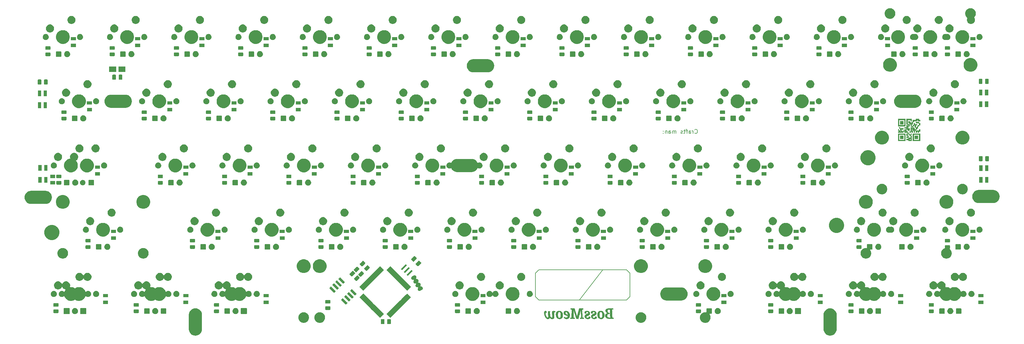
<source format=gbr>
G04 #@! TF.GenerationSoftware,KiCad,Pcbnew,(5.1.4)-1*
G04 #@! TF.CreationDate,2019-09-11T09:05:26+07:00*
G04 #@! TF.ProjectId,PCB,5043422e-6b69-4636-9164-5f7063625858,b*
G04 #@! TF.SameCoordinates,Original*
G04 #@! TF.FileFunction,Soldermask,Bot*
G04 #@! TF.FilePolarity,Negative*
%FSLAX46Y46*%
G04 Gerber Fmt 4.6, Leading zero omitted, Abs format (unit mm)*
G04 Created by KiCad (PCBNEW (5.1.4)-1) date 2019-09-11 09:05:26*
%MOMM*%
%LPD*%
G04 APERTURE LIST*
%ADD10C,0.150000*%
%ADD11C,0.010000*%
%ADD12C,0.100000*%
G04 APERTURE END LIST*
D10*
X187392857Y-28478571D02*
X187450000Y-28535714D01*
X187621428Y-28592857D01*
X187735714Y-28592857D01*
X187907142Y-28535714D01*
X188021428Y-28421428D01*
X188078571Y-28307142D01*
X188135714Y-28078571D01*
X188135714Y-27907142D01*
X188078571Y-27678571D01*
X188021428Y-27564285D01*
X187907142Y-27450000D01*
X187735714Y-27392857D01*
X187621428Y-27392857D01*
X187450000Y-27450000D01*
X187392857Y-27507142D01*
X186878571Y-28592857D02*
X186878571Y-27792857D01*
X186878571Y-28021428D02*
X186821428Y-27907142D01*
X186764285Y-27850000D01*
X186650000Y-27792857D01*
X186535714Y-27792857D01*
X185621428Y-28592857D02*
X185621428Y-27964285D01*
X185678571Y-27850000D01*
X185792857Y-27792857D01*
X186021428Y-27792857D01*
X186135714Y-27850000D01*
X185621428Y-28535714D02*
X185735714Y-28592857D01*
X186021428Y-28592857D01*
X186135714Y-28535714D01*
X186192857Y-28421428D01*
X186192857Y-28307142D01*
X186135714Y-28192857D01*
X186021428Y-28135714D01*
X185735714Y-28135714D01*
X185621428Y-28078571D01*
X185221428Y-27792857D02*
X184764285Y-27792857D01*
X185050000Y-28592857D02*
X185050000Y-27564285D01*
X184992857Y-27450000D01*
X184878571Y-27392857D01*
X184764285Y-27392857D01*
X184535714Y-27792857D02*
X184078571Y-27792857D01*
X184364285Y-27392857D02*
X184364285Y-28421428D01*
X184307142Y-28535714D01*
X184192857Y-28592857D01*
X184078571Y-28592857D01*
X183735714Y-28535714D02*
X183621428Y-28592857D01*
X183392857Y-28592857D01*
X183278571Y-28535714D01*
X183221428Y-28421428D01*
X183221428Y-28364285D01*
X183278571Y-28250000D01*
X183392857Y-28192857D01*
X183564285Y-28192857D01*
X183678571Y-28135714D01*
X183735714Y-28021428D01*
X183735714Y-27964285D01*
X183678571Y-27850000D01*
X183564285Y-27792857D01*
X183392857Y-27792857D01*
X183278571Y-27850000D01*
X181792857Y-28592857D02*
X181792857Y-27792857D01*
X181792857Y-27907142D02*
X181735714Y-27850000D01*
X181621428Y-27792857D01*
X181450000Y-27792857D01*
X181335714Y-27850000D01*
X181278571Y-27964285D01*
X181278571Y-28592857D01*
X181278571Y-27964285D02*
X181221428Y-27850000D01*
X181107142Y-27792857D01*
X180935714Y-27792857D01*
X180821428Y-27850000D01*
X180764285Y-27964285D01*
X180764285Y-28592857D01*
X179678571Y-28592857D02*
X179678571Y-27964285D01*
X179735714Y-27850000D01*
X179850000Y-27792857D01*
X180078571Y-27792857D01*
X180192857Y-27850000D01*
X179678571Y-28535714D02*
X179792857Y-28592857D01*
X180078571Y-28592857D01*
X180192857Y-28535714D01*
X180250000Y-28421428D01*
X180250000Y-28307142D01*
X180192857Y-28192857D01*
X180078571Y-28135714D01*
X179792857Y-28135714D01*
X179678571Y-28078571D01*
X179107142Y-27792857D02*
X179107142Y-28592857D01*
X179107142Y-27907142D02*
X179050000Y-27850000D01*
X178935714Y-27792857D01*
X178764285Y-27792857D01*
X178650000Y-27850000D01*
X178592857Y-27964285D01*
X178592857Y-28592857D01*
X178021428Y-28478571D02*
X177964285Y-28535714D01*
X178021428Y-28592857D01*
X178078571Y-28535714D01*
X178021428Y-28478571D01*
X178021428Y-28592857D01*
X178021428Y-27850000D02*
X177964285Y-27907142D01*
X178021428Y-27964285D01*
X178078571Y-27907142D01*
X178021428Y-27850000D01*
X178021428Y-27964285D01*
X140113350Y-77015001D02*
X141113350Y-78015001D01*
X140113350Y-70015001D02*
X141113350Y-69015001D01*
X168113350Y-77015001D02*
X167113350Y-78015001D01*
X167113350Y-69015001D02*
X168113350Y-70015001D01*
X160113350Y-69015001D02*
X153113350Y-78015001D01*
X168113350Y-77015001D02*
X168113350Y-70015001D01*
X141113350Y-78015001D02*
X167113350Y-78015001D01*
X140113350Y-70015001D02*
X140113350Y-77015001D01*
X167113350Y-69015001D02*
X141113350Y-69015001D01*
D11*
G36*
X253513167Y-29227216D02*
G01*
X252581833Y-29227216D01*
X252581833Y-30158549D01*
X253513167Y-30158549D01*
X253513167Y-29227216D01*
X253513167Y-29227216D01*
G37*
X253513167Y-29227216D02*
X252581833Y-29227216D01*
X252581833Y-30158549D01*
X253513167Y-30158549D01*
X253513167Y-29227216D01*
G36*
X249166944Y-29227216D02*
G01*
X248235611Y-29227216D01*
X248235611Y-30158549D01*
X249166944Y-30158549D01*
X249166944Y-29227216D01*
X249166944Y-29227216D01*
G37*
X249166944Y-29227216D02*
X248235611Y-29227216D01*
X248235611Y-30158549D01*
X249166944Y-30158549D01*
X249166944Y-29227216D01*
G36*
X249166944Y-24880993D02*
G01*
X248235611Y-24880993D01*
X248235611Y-25812327D01*
X249166944Y-25812327D01*
X249166944Y-24880993D01*
X249166944Y-24880993D01*
G37*
X249166944Y-24880993D02*
X248235611Y-24880993D01*
X248235611Y-25812327D01*
X249166944Y-25812327D01*
X249166944Y-24880993D01*
G36*
X254134055Y-28606327D02*
G01*
X251960944Y-28606327D01*
X251960944Y-30468993D01*
X252271389Y-30468993D01*
X252271389Y-28916771D01*
X253823611Y-28916771D01*
X253823611Y-30468993D01*
X252271389Y-30468993D01*
X251960944Y-30468993D01*
X251960944Y-30779438D01*
X254134055Y-30779438D01*
X254134055Y-28606327D01*
X254134055Y-28606327D01*
G37*
X254134055Y-28606327D02*
X251960944Y-28606327D01*
X251960944Y-30468993D01*
X252271389Y-30468993D01*
X252271389Y-28916771D01*
X253823611Y-28916771D01*
X253823611Y-30468993D01*
X252271389Y-30468993D01*
X251960944Y-30468993D01*
X251960944Y-30779438D01*
X254134055Y-30779438D01*
X254134055Y-28606327D01*
G36*
X249787833Y-28606327D02*
G01*
X247614722Y-28606327D01*
X247614722Y-30468993D01*
X247925167Y-30468993D01*
X247925167Y-28916771D01*
X249477389Y-28916771D01*
X249477389Y-30468993D01*
X247925167Y-30468993D01*
X247614722Y-30468993D01*
X247614722Y-30779438D01*
X249787833Y-30779438D01*
X249787833Y-28606327D01*
X249787833Y-28606327D01*
G37*
X249787833Y-28606327D02*
X247614722Y-28606327D01*
X247614722Y-30468993D01*
X247925167Y-30468993D01*
X247925167Y-28916771D01*
X249477389Y-28916771D01*
X249477389Y-30468993D01*
X247925167Y-30468993D01*
X247614722Y-30468993D01*
X247614722Y-30779438D01*
X249787833Y-30779438D01*
X249787833Y-28606327D01*
G36*
X251650500Y-27985438D02*
G01*
X251650500Y-28295882D01*
X251960944Y-28295882D01*
X251960944Y-27674993D01*
X252271389Y-27674993D01*
X252271389Y-28295882D01*
X252581833Y-28295882D01*
X252581833Y-27674993D01*
X252892278Y-27674993D01*
X252892278Y-27364549D01*
X252581833Y-27364549D01*
X252581833Y-27054105D01*
X252271389Y-27054105D01*
X252271389Y-26743660D01*
X251960944Y-26743660D01*
X251960944Y-26433216D01*
X251650500Y-26433216D01*
X251650500Y-26743660D01*
X251340055Y-26743660D01*
X251340055Y-27054105D01*
X251650500Y-27054105D01*
X251650500Y-26743660D01*
X251960944Y-26743660D01*
X251960944Y-27054105D01*
X251650500Y-27054105D01*
X251340055Y-27054105D01*
X251340055Y-27674993D01*
X251650500Y-27674993D01*
X251650500Y-27364549D01*
X251960944Y-27364549D01*
X251960944Y-27674993D01*
X251650500Y-27674993D01*
X251340055Y-27674993D01*
X251340055Y-27985438D01*
X251650500Y-27985438D01*
X251650500Y-27985438D01*
G37*
X251650500Y-27985438D02*
X251650500Y-28295882D01*
X251960944Y-28295882D01*
X251960944Y-27674993D01*
X252271389Y-27674993D01*
X252271389Y-28295882D01*
X252581833Y-28295882D01*
X252581833Y-27674993D01*
X252892278Y-27674993D01*
X252892278Y-27364549D01*
X252581833Y-27364549D01*
X252581833Y-27054105D01*
X252271389Y-27054105D01*
X252271389Y-26743660D01*
X251960944Y-26743660D01*
X251960944Y-26433216D01*
X251650500Y-26433216D01*
X251650500Y-26743660D01*
X251340055Y-26743660D01*
X251340055Y-27054105D01*
X251650500Y-27054105D01*
X251650500Y-26743660D01*
X251960944Y-26743660D01*
X251960944Y-27054105D01*
X251650500Y-27054105D01*
X251340055Y-27054105D01*
X251340055Y-27674993D01*
X251650500Y-27674993D01*
X251650500Y-27364549D01*
X251960944Y-27364549D01*
X251960944Y-27674993D01*
X251650500Y-27674993D01*
X251340055Y-27674993D01*
X251340055Y-27985438D01*
X251650500Y-27985438D01*
G36*
X251029611Y-27985438D02*
G01*
X251029611Y-28295882D01*
X251340055Y-28295882D01*
X251340055Y-27985438D01*
X251029611Y-27985438D01*
X251029611Y-27985438D01*
G37*
X251029611Y-27985438D02*
X251029611Y-28295882D01*
X251340055Y-28295882D01*
X251340055Y-27985438D01*
X251029611Y-27985438D01*
G36*
X252892278Y-28295882D02*
G01*
X253202722Y-28295882D01*
X253202722Y-27985438D01*
X253513167Y-27985438D01*
X253513167Y-28295882D01*
X253823611Y-28295882D01*
X253823611Y-27985438D01*
X254134055Y-27985438D01*
X254134055Y-27364549D01*
X253823611Y-27364549D01*
X253823611Y-27674993D01*
X252892278Y-27674993D01*
X252892278Y-28295882D01*
X252892278Y-28295882D01*
G37*
X252892278Y-28295882D02*
X253202722Y-28295882D01*
X253202722Y-27985438D01*
X253513167Y-27985438D01*
X253513167Y-28295882D01*
X253823611Y-28295882D01*
X253823611Y-27985438D01*
X254134055Y-27985438D01*
X254134055Y-27364549D01*
X253823611Y-27364549D01*
X253823611Y-27674993D01*
X252892278Y-27674993D01*
X252892278Y-28295882D01*
G36*
X251650500Y-25812327D02*
G01*
X251960944Y-25812327D01*
X251960944Y-25191438D01*
X251650500Y-25191438D01*
X251650500Y-25501882D01*
X251340055Y-25501882D01*
X251340055Y-25191438D01*
X251029611Y-25191438D01*
X251029611Y-24880993D01*
X250719167Y-24880993D01*
X250719167Y-25501882D01*
X251029611Y-25501882D01*
X251029611Y-25812327D01*
X251340055Y-25812327D01*
X251340055Y-26433216D01*
X251650500Y-26433216D01*
X251650500Y-25812327D01*
X251650500Y-25812327D01*
G37*
X251650500Y-25812327D02*
X251960944Y-25812327D01*
X251960944Y-25191438D01*
X251650500Y-25191438D01*
X251650500Y-25501882D01*
X251340055Y-25501882D01*
X251340055Y-25191438D01*
X251029611Y-25191438D01*
X251029611Y-24880993D01*
X250719167Y-24880993D01*
X250719167Y-25501882D01*
X251029611Y-25501882D01*
X251029611Y-25812327D01*
X251340055Y-25812327D01*
X251340055Y-26433216D01*
X251650500Y-26433216D01*
X251650500Y-25812327D01*
G36*
X250408722Y-25812327D02*
G01*
X250408722Y-26122771D01*
X250719167Y-26122771D01*
X250719167Y-26433216D01*
X251029611Y-26433216D01*
X251029611Y-25812327D01*
X250408722Y-25812327D01*
X250408722Y-25812327D01*
G37*
X250408722Y-25812327D02*
X250408722Y-26122771D01*
X250719167Y-26122771D01*
X250719167Y-26433216D01*
X251029611Y-26433216D01*
X251029611Y-25812327D01*
X250408722Y-25812327D01*
G36*
X253823611Y-26122771D02*
G01*
X254134055Y-26122771D01*
X254134055Y-25501882D01*
X253823611Y-25501882D01*
X253823611Y-26122771D01*
X253823611Y-26122771D01*
G37*
X253823611Y-26122771D02*
X254134055Y-26122771D01*
X254134055Y-25501882D01*
X253823611Y-25501882D01*
X253823611Y-26122771D01*
G36*
X253513167Y-26122771D02*
G01*
X253513167Y-26433216D01*
X253823611Y-26433216D01*
X253823611Y-26122771D01*
X253513167Y-26122771D01*
X253513167Y-26122771D01*
G37*
X253513167Y-26122771D02*
X253513167Y-26433216D01*
X253823611Y-26433216D01*
X253823611Y-26122771D01*
X253513167Y-26122771D01*
G36*
X253202722Y-26433216D02*
G01*
X253202722Y-26743660D01*
X252892278Y-26743660D01*
X252892278Y-27364549D01*
X253202722Y-27364549D01*
X253202722Y-27054105D01*
X253513167Y-27054105D01*
X253513167Y-26433216D01*
X253202722Y-26433216D01*
X253202722Y-26433216D01*
G37*
X253202722Y-26433216D02*
X253202722Y-26743660D01*
X252892278Y-26743660D01*
X252892278Y-27364549D01*
X253202722Y-27364549D01*
X253202722Y-27054105D01*
X253513167Y-27054105D01*
X253513167Y-26433216D01*
X253202722Y-26433216D01*
G36*
X248235611Y-27674993D02*
G01*
X247925167Y-27674993D01*
X247925167Y-27985438D01*
X248235611Y-27985438D01*
X248235611Y-27674993D01*
X248546055Y-27674993D01*
X248546055Y-27985438D01*
X248235611Y-27985438D01*
X247925167Y-27985438D01*
X247614722Y-27985438D01*
X247614722Y-28295882D01*
X249166944Y-28295882D01*
X249166944Y-27985438D01*
X248856500Y-27985438D01*
X248856500Y-27674993D01*
X248546055Y-27674993D01*
X248546055Y-27364549D01*
X249166944Y-27364549D01*
X249166944Y-27054105D01*
X248235611Y-27054105D01*
X248235611Y-27674993D01*
X248235611Y-27674993D01*
G37*
X248235611Y-27674993D02*
X247925167Y-27674993D01*
X247925167Y-27985438D01*
X248235611Y-27985438D01*
X248235611Y-27674993D01*
X248546055Y-27674993D01*
X248546055Y-27985438D01*
X248235611Y-27985438D01*
X247925167Y-27985438D01*
X247614722Y-27985438D01*
X247614722Y-28295882D01*
X249166944Y-28295882D01*
X249166944Y-27985438D01*
X248856500Y-27985438D01*
X248856500Y-27674993D01*
X248546055Y-27674993D01*
X248546055Y-27364549D01*
X249166944Y-27364549D01*
X249166944Y-27054105D01*
X248235611Y-27054105D01*
X248235611Y-27674993D01*
G36*
X252271389Y-25191438D02*
G01*
X252271389Y-24880993D01*
X253202722Y-24880993D01*
X253202722Y-24570549D01*
X253513167Y-24570549D01*
X253513167Y-24880993D01*
X254134055Y-24880993D01*
X254134055Y-24570549D01*
X253823611Y-24570549D01*
X253823611Y-24260105D01*
X252892278Y-24260105D01*
X252892278Y-24570549D01*
X251960944Y-24570549D01*
X251960944Y-25191438D01*
X252271389Y-25191438D01*
X252271389Y-25191438D01*
G37*
X252271389Y-25191438D02*
X252271389Y-24880993D01*
X253202722Y-24880993D01*
X253202722Y-24570549D01*
X253513167Y-24570549D01*
X253513167Y-24880993D01*
X254134055Y-24880993D01*
X254134055Y-24570549D01*
X253823611Y-24570549D01*
X253823611Y-24260105D01*
X252892278Y-24260105D01*
X252892278Y-24570549D01*
X251960944Y-24570549D01*
X251960944Y-25191438D01*
X252271389Y-25191438D01*
G36*
X250098278Y-26122771D02*
G01*
X250098278Y-26743660D01*
X249477389Y-26743660D01*
X249477389Y-27054105D01*
X250098278Y-27054105D01*
X250098278Y-27364549D01*
X250408722Y-27364549D01*
X250408722Y-27674993D01*
X251029611Y-27674993D01*
X251029611Y-27054105D01*
X250408722Y-27054105D01*
X250408722Y-26743660D01*
X250719167Y-26743660D01*
X250719167Y-26433216D01*
X250408722Y-26433216D01*
X250408722Y-26122771D01*
X250098278Y-26122771D01*
X250098278Y-26122771D01*
G37*
X250098278Y-26122771D02*
X250098278Y-26743660D01*
X249477389Y-26743660D01*
X249477389Y-27054105D01*
X250098278Y-27054105D01*
X250098278Y-27364549D01*
X250408722Y-27364549D01*
X250408722Y-27674993D01*
X251029611Y-27674993D01*
X251029611Y-27054105D01*
X250408722Y-27054105D01*
X250408722Y-26743660D01*
X250719167Y-26743660D01*
X250719167Y-26433216D01*
X250408722Y-26433216D01*
X250408722Y-26122771D01*
X250098278Y-26122771D01*
G36*
X249477389Y-27364549D02*
G01*
X249477389Y-27674993D01*
X249166944Y-27674993D01*
X249166944Y-27985438D01*
X249477389Y-27985438D01*
X249477389Y-27674993D01*
X249787833Y-27674993D01*
X249787833Y-27985438D01*
X249477389Y-27985438D01*
X249477389Y-28295882D01*
X250408722Y-28295882D01*
X250408722Y-27985438D01*
X250098278Y-27985438D01*
X250098278Y-27364549D01*
X249477389Y-27364549D01*
X249477389Y-27364549D01*
G37*
X249477389Y-27364549D02*
X249477389Y-27674993D01*
X249166944Y-27674993D01*
X249166944Y-27985438D01*
X249477389Y-27985438D01*
X249477389Y-27674993D01*
X249787833Y-27674993D01*
X249787833Y-27985438D01*
X249477389Y-27985438D01*
X249477389Y-28295882D01*
X250408722Y-28295882D01*
X250408722Y-27985438D01*
X250098278Y-27985438D01*
X250098278Y-27364549D01*
X249477389Y-27364549D01*
G36*
X252581833Y-26122771D02*
G01*
X252581833Y-26743660D01*
X252892278Y-26743660D01*
X252892278Y-26122771D01*
X253202722Y-26122771D01*
X253202722Y-25812327D01*
X252581833Y-25812327D01*
X252581833Y-25501882D01*
X252271389Y-25501882D01*
X252271389Y-26122771D01*
X252581833Y-26122771D01*
X252581833Y-26122771D01*
G37*
X252581833Y-26122771D02*
X252581833Y-26743660D01*
X252892278Y-26743660D01*
X252892278Y-26122771D01*
X253202722Y-26122771D01*
X253202722Y-25812327D01*
X252581833Y-25812327D01*
X252581833Y-25501882D01*
X252271389Y-25501882D01*
X252271389Y-26122771D01*
X252581833Y-26122771D01*
G36*
X253823611Y-25191438D02*
G01*
X252892278Y-25191438D01*
X252892278Y-25501882D01*
X253823611Y-25501882D01*
X253823611Y-25191438D01*
X253823611Y-25191438D01*
G37*
X253823611Y-25191438D02*
X252892278Y-25191438D01*
X252892278Y-25501882D01*
X253823611Y-25501882D01*
X253823611Y-25191438D01*
G36*
X248235611Y-26743660D02*
G01*
X247925167Y-26743660D01*
X247925167Y-27054105D01*
X248235611Y-27054105D01*
X248235611Y-26743660D01*
X248235611Y-26743660D01*
G37*
X248235611Y-26743660D02*
X247925167Y-26743660D01*
X247925167Y-27054105D01*
X248235611Y-27054105D01*
X248235611Y-26743660D01*
G36*
X250408722Y-24570549D02*
G01*
X251340055Y-24570549D01*
X251340055Y-24880993D01*
X251650500Y-24880993D01*
X251650500Y-24260105D01*
X250098278Y-24260105D01*
X250098278Y-25812327D01*
X250408722Y-25812327D01*
X250408722Y-24570549D01*
X250408722Y-24570549D01*
G37*
X250408722Y-24570549D02*
X251340055Y-24570549D01*
X251340055Y-24880993D01*
X251650500Y-24880993D01*
X251650500Y-24260105D01*
X250098278Y-24260105D01*
X250098278Y-25812327D01*
X250408722Y-25812327D01*
X250408722Y-24570549D01*
G36*
X250408722Y-28606327D02*
G01*
X250098278Y-28606327D01*
X250098278Y-29227216D01*
X250408722Y-29227216D01*
X250408722Y-28606327D01*
X250719167Y-28606327D01*
X250719167Y-28916771D01*
X251029611Y-28916771D01*
X251029611Y-29227216D01*
X251340055Y-29227216D01*
X251340055Y-29848105D01*
X250719167Y-29848105D01*
X250719167Y-29227216D01*
X250408722Y-29227216D01*
X250408722Y-29537660D01*
X250098278Y-29537660D01*
X250098278Y-29848105D01*
X250719167Y-29848105D01*
X250719167Y-30158549D01*
X250098278Y-30158549D01*
X250098278Y-30468993D01*
X250719167Y-30468993D01*
X251029611Y-30468993D01*
X251029611Y-30158549D01*
X251340055Y-30158549D01*
X251340055Y-30468993D01*
X251029611Y-30468993D01*
X250719167Y-30468993D01*
X250719167Y-30779438D01*
X251650500Y-30779438D01*
X251650500Y-29227216D01*
X251340055Y-29227216D01*
X251340055Y-28916771D01*
X251029611Y-28916771D01*
X251029611Y-28606327D01*
X250719167Y-28606327D01*
X250719167Y-28295882D01*
X250408722Y-28295882D01*
X250408722Y-28606327D01*
X250408722Y-28606327D01*
G37*
X250408722Y-28606327D02*
X250098278Y-28606327D01*
X250098278Y-29227216D01*
X250408722Y-29227216D01*
X250408722Y-28606327D01*
X250719167Y-28606327D01*
X250719167Y-28916771D01*
X251029611Y-28916771D01*
X251029611Y-29227216D01*
X251340055Y-29227216D01*
X251340055Y-29848105D01*
X250719167Y-29848105D01*
X250719167Y-29227216D01*
X250408722Y-29227216D01*
X250408722Y-29537660D01*
X250098278Y-29537660D01*
X250098278Y-29848105D01*
X250719167Y-29848105D01*
X250719167Y-30158549D01*
X250098278Y-30158549D01*
X250098278Y-30468993D01*
X250719167Y-30468993D01*
X251029611Y-30468993D01*
X251029611Y-30158549D01*
X251340055Y-30158549D01*
X251340055Y-30468993D01*
X251029611Y-30468993D01*
X250719167Y-30468993D01*
X250719167Y-30779438D01*
X251650500Y-30779438D01*
X251650500Y-29227216D01*
X251340055Y-29227216D01*
X251340055Y-28916771D01*
X251029611Y-28916771D01*
X251029611Y-28606327D01*
X250719167Y-28606327D01*
X250719167Y-28295882D01*
X250408722Y-28295882D01*
X250408722Y-28606327D01*
G36*
X251650500Y-28606327D02*
G01*
X251340055Y-28606327D01*
X251340055Y-28916771D01*
X251650500Y-28916771D01*
X251650500Y-28606327D01*
X251650500Y-28606327D01*
G37*
X251650500Y-28606327D02*
X251340055Y-28606327D01*
X251340055Y-28916771D01*
X251650500Y-28916771D01*
X251650500Y-28606327D01*
G36*
X251960944Y-26122771D02*
G01*
X251960944Y-26433216D01*
X252271389Y-26433216D01*
X252271389Y-26122771D01*
X251960944Y-26122771D01*
X251960944Y-26122771D01*
G37*
X251960944Y-26122771D02*
X251960944Y-26433216D01*
X252271389Y-26433216D01*
X252271389Y-26122771D01*
X251960944Y-26122771D01*
G36*
X247925167Y-27364549D02*
G01*
X247614722Y-27364549D01*
X247614722Y-27674993D01*
X247925167Y-27674993D01*
X247925167Y-27364549D01*
X247925167Y-27364549D01*
G37*
X247925167Y-27364549D02*
X247614722Y-27364549D01*
X247614722Y-27674993D01*
X247925167Y-27674993D01*
X247925167Y-27364549D01*
G36*
X249787833Y-24260105D02*
G01*
X247614722Y-24260105D01*
X247614722Y-26122771D01*
X247925167Y-26122771D01*
X247925167Y-24570549D01*
X249477389Y-24570549D01*
X249477389Y-26122771D01*
X247925167Y-26122771D01*
X247614722Y-26122771D01*
X247614722Y-26433216D01*
X249787833Y-26433216D01*
X249787833Y-24260105D01*
X249787833Y-24260105D01*
G37*
X249787833Y-24260105D02*
X247614722Y-24260105D01*
X247614722Y-26122771D01*
X247925167Y-26122771D01*
X247925167Y-24570549D01*
X249477389Y-24570549D01*
X249477389Y-26122771D01*
X247925167Y-26122771D01*
X247614722Y-26122771D01*
X247614722Y-26433216D01*
X249787833Y-26433216D01*
X249787833Y-24260105D01*
G36*
X145347109Y-81216888D02*
G01*
X145237370Y-81240082D01*
X145150154Y-81284980D01*
X145110137Y-81321647D01*
X145086751Y-81349448D01*
X145067706Y-81376754D01*
X145052778Y-81406988D01*
X145041744Y-81443575D01*
X145034382Y-81489937D01*
X145030469Y-81549500D01*
X145029782Y-81625687D01*
X145032098Y-81721922D01*
X145037193Y-81841629D01*
X145044846Y-81988233D01*
X145054833Y-82165158D01*
X145055016Y-82168353D01*
X145065758Y-82358078D01*
X145074373Y-82517143D01*
X145080909Y-82648687D01*
X145085415Y-82755846D01*
X145087936Y-82841758D01*
X145088522Y-82909561D01*
X145087220Y-82962393D01*
X145084077Y-83003389D01*
X145079142Y-83035689D01*
X145072461Y-83062430D01*
X145068775Y-83073845D01*
X145038535Y-83128311D01*
X144990495Y-83160225D01*
X144920163Y-83171758D01*
X144869538Y-83170136D01*
X144765145Y-83151553D01*
X144678617Y-83111574D01*
X144605599Y-83046757D01*
X144541736Y-82953657D01*
X144505931Y-82882637D01*
X144465009Y-82769656D01*
X144431346Y-82627693D01*
X144405223Y-82460908D01*
X144386925Y-82273461D01*
X144376736Y-82069512D01*
X144374938Y-81853219D01*
X144381816Y-81628741D01*
X144397654Y-81400240D01*
X144401811Y-81355553D01*
X144400463Y-81340126D01*
X144389049Y-81328940D01*
X144361799Y-81320227D01*
X144312940Y-81312220D01*
X144236701Y-81303150D01*
X144227297Y-81302111D01*
X144142106Y-81293515D01*
X144059129Y-81286482D01*
X143990596Y-81281991D01*
X143962761Y-81280945D01*
X143876026Y-81279353D01*
X143864484Y-81351319D01*
X143846517Y-81502726D01*
X143836222Y-81679847D01*
X143833519Y-81875431D01*
X143838325Y-82082224D01*
X143850560Y-82292974D01*
X143870142Y-82500430D01*
X143878120Y-82566286D01*
X143896572Y-82716019D01*
X143909199Y-82836114D01*
X143915711Y-82930343D01*
X143915820Y-83002478D01*
X143909238Y-83056294D01*
X143895676Y-83095561D01*
X143874848Y-83124052D01*
X143846463Y-83145541D01*
X143833302Y-83152828D01*
X143766045Y-83171331D01*
X143683385Y-83169884D01*
X143596307Y-83149762D01*
X143523448Y-83116861D01*
X143439552Y-83051019D01*
X143359100Y-82956464D01*
X143284127Y-82838320D01*
X143216668Y-82701712D01*
X143158759Y-82551763D01*
X143112436Y-82393599D01*
X143079735Y-82232344D01*
X143062690Y-82073122D01*
X143061555Y-81954115D01*
X143068318Y-81865546D01*
X143084318Y-81802285D01*
X143115255Y-81756534D01*
X143166830Y-81720495D01*
X143244745Y-81686369D01*
X143262097Y-81679794D01*
X143372164Y-81638650D01*
X143377281Y-81542373D01*
X143369179Y-81438334D01*
X143334761Y-81348909D01*
X143276341Y-81279182D01*
X143248196Y-81258825D01*
X143177543Y-81230779D01*
X143089528Y-81218548D01*
X142996799Y-81222247D01*
X142912002Y-81241992D01*
X142881097Y-81255461D01*
X142799145Y-81317096D01*
X142737510Y-81405681D01*
X142696264Y-81521016D01*
X142675478Y-81662902D01*
X142675144Y-81829686D01*
X142698500Y-82075835D01*
X142740469Y-82313846D01*
X142799623Y-82540426D01*
X142874534Y-82752279D01*
X142963772Y-82946112D01*
X143065911Y-83118629D01*
X143179521Y-83266536D01*
X143303176Y-83386539D01*
X143372163Y-83437611D01*
X143500446Y-83506828D01*
X143635859Y-83551250D01*
X143772658Y-83570568D01*
X143905095Y-83564470D01*
X144027424Y-83532647D01*
X144128829Y-83478456D01*
X144180667Y-83429103D01*
X144230618Y-83361116D01*
X144269860Y-83288133D01*
X144288277Y-83231976D01*
X144298839Y-83191506D01*
X144310381Y-83168548D01*
X144311385Y-83167777D01*
X144326454Y-83176520D01*
X144352637Y-83207109D01*
X144377038Y-83242049D01*
X144470185Y-83356698D01*
X144585255Y-83450782D01*
X144715263Y-83519235D01*
X144794847Y-83545218D01*
X144886452Y-83562035D01*
X144990684Y-83571177D01*
X145091954Y-83571828D01*
X145166618Y-83564666D01*
X145307061Y-83527194D01*
X145422331Y-83467161D01*
X145513106Y-83383885D01*
X145580066Y-83276680D01*
X145623888Y-83144864D01*
X145633622Y-83094412D01*
X145637425Y-83049062D01*
X145638702Y-82974601D01*
X145637430Y-82870147D01*
X145633589Y-82734817D01*
X145627160Y-82567729D01*
X145618120Y-82367999D01*
X145615216Y-82308078D01*
X145606170Y-82116839D01*
X145599408Y-81957707D01*
X145594895Y-81829005D01*
X145592593Y-81729053D01*
X145592464Y-81656172D01*
X145594471Y-81608684D01*
X145598577Y-81584910D01*
X145599161Y-81583659D01*
X145629601Y-81560079D01*
X145683098Y-81550172D01*
X145751595Y-81554242D01*
X145827034Y-81572592D01*
X145833601Y-81574852D01*
X145903229Y-81599419D01*
X145938765Y-81482424D01*
X145954910Y-81422840D01*
X145964142Y-81375520D01*
X145964642Y-81349985D01*
X145964215Y-81349111D01*
X145941576Y-81333955D01*
X145893070Y-81313730D01*
X145825872Y-81290795D01*
X145747156Y-81267508D01*
X145664098Y-81246229D01*
X145624080Y-81237269D01*
X145476852Y-81215813D01*
X145347109Y-81216888D01*
X145347109Y-81216888D01*
G37*
X145347109Y-81216888D02*
X145237370Y-81240082D01*
X145150154Y-81284980D01*
X145110137Y-81321647D01*
X145086751Y-81349448D01*
X145067706Y-81376754D01*
X145052778Y-81406988D01*
X145041744Y-81443575D01*
X145034382Y-81489937D01*
X145030469Y-81549500D01*
X145029782Y-81625687D01*
X145032098Y-81721922D01*
X145037193Y-81841629D01*
X145044846Y-81988233D01*
X145054833Y-82165158D01*
X145055016Y-82168353D01*
X145065758Y-82358078D01*
X145074373Y-82517143D01*
X145080909Y-82648687D01*
X145085415Y-82755846D01*
X145087936Y-82841758D01*
X145088522Y-82909561D01*
X145087220Y-82962393D01*
X145084077Y-83003389D01*
X145079142Y-83035689D01*
X145072461Y-83062430D01*
X145068775Y-83073845D01*
X145038535Y-83128311D01*
X144990495Y-83160225D01*
X144920163Y-83171758D01*
X144869538Y-83170136D01*
X144765145Y-83151553D01*
X144678617Y-83111574D01*
X144605599Y-83046757D01*
X144541736Y-82953657D01*
X144505931Y-82882637D01*
X144465009Y-82769656D01*
X144431346Y-82627693D01*
X144405223Y-82460908D01*
X144386925Y-82273461D01*
X144376736Y-82069512D01*
X144374938Y-81853219D01*
X144381816Y-81628741D01*
X144397654Y-81400240D01*
X144401811Y-81355553D01*
X144400463Y-81340126D01*
X144389049Y-81328940D01*
X144361799Y-81320227D01*
X144312940Y-81312220D01*
X144236701Y-81303150D01*
X144227297Y-81302111D01*
X144142106Y-81293515D01*
X144059129Y-81286482D01*
X143990596Y-81281991D01*
X143962761Y-81280945D01*
X143876026Y-81279353D01*
X143864484Y-81351319D01*
X143846517Y-81502726D01*
X143836222Y-81679847D01*
X143833519Y-81875431D01*
X143838325Y-82082224D01*
X143850560Y-82292974D01*
X143870142Y-82500430D01*
X143878120Y-82566286D01*
X143896572Y-82716019D01*
X143909199Y-82836114D01*
X143915711Y-82930343D01*
X143915820Y-83002478D01*
X143909238Y-83056294D01*
X143895676Y-83095561D01*
X143874848Y-83124052D01*
X143846463Y-83145541D01*
X143833302Y-83152828D01*
X143766045Y-83171331D01*
X143683385Y-83169884D01*
X143596307Y-83149762D01*
X143523448Y-83116861D01*
X143439552Y-83051019D01*
X143359100Y-82956464D01*
X143284127Y-82838320D01*
X143216668Y-82701712D01*
X143158759Y-82551763D01*
X143112436Y-82393599D01*
X143079735Y-82232344D01*
X143062690Y-82073122D01*
X143061555Y-81954115D01*
X143068318Y-81865546D01*
X143084318Y-81802285D01*
X143115255Y-81756534D01*
X143166830Y-81720495D01*
X143244745Y-81686369D01*
X143262097Y-81679794D01*
X143372164Y-81638650D01*
X143377281Y-81542373D01*
X143369179Y-81438334D01*
X143334761Y-81348909D01*
X143276341Y-81279182D01*
X143248196Y-81258825D01*
X143177543Y-81230779D01*
X143089528Y-81218548D01*
X142996799Y-81222247D01*
X142912002Y-81241992D01*
X142881097Y-81255461D01*
X142799145Y-81317096D01*
X142737510Y-81405681D01*
X142696264Y-81521016D01*
X142675478Y-81662902D01*
X142675144Y-81829686D01*
X142698500Y-82075835D01*
X142740469Y-82313846D01*
X142799623Y-82540426D01*
X142874534Y-82752279D01*
X142963772Y-82946112D01*
X143065911Y-83118629D01*
X143179521Y-83266536D01*
X143303176Y-83386539D01*
X143372163Y-83437611D01*
X143500446Y-83506828D01*
X143635859Y-83551250D01*
X143772658Y-83570568D01*
X143905095Y-83564470D01*
X144027424Y-83532647D01*
X144128829Y-83478456D01*
X144180667Y-83429103D01*
X144230618Y-83361116D01*
X144269860Y-83288133D01*
X144288277Y-83231976D01*
X144298839Y-83191506D01*
X144310381Y-83168548D01*
X144311385Y-83167777D01*
X144326454Y-83176520D01*
X144352637Y-83207109D01*
X144377038Y-83242049D01*
X144470185Y-83356698D01*
X144585255Y-83450782D01*
X144715263Y-83519235D01*
X144794847Y-83545218D01*
X144886452Y-83562035D01*
X144990684Y-83571177D01*
X145091954Y-83571828D01*
X145166618Y-83564666D01*
X145307061Y-83527194D01*
X145422331Y-83467161D01*
X145513106Y-83383885D01*
X145580066Y-83276680D01*
X145623888Y-83144864D01*
X145633622Y-83094412D01*
X145637425Y-83049062D01*
X145638702Y-82974601D01*
X145637430Y-82870147D01*
X145633589Y-82734817D01*
X145627160Y-82567729D01*
X145618120Y-82367999D01*
X145615216Y-82308078D01*
X145606170Y-82116839D01*
X145599408Y-81957707D01*
X145594895Y-81829005D01*
X145592593Y-81729053D01*
X145592464Y-81656172D01*
X145594471Y-81608684D01*
X145598577Y-81584910D01*
X145599161Y-81583659D01*
X145629601Y-81560079D01*
X145683098Y-81550172D01*
X145751595Y-81554242D01*
X145827034Y-81572592D01*
X145833601Y-81574852D01*
X145903229Y-81599419D01*
X145938765Y-81482424D01*
X145954910Y-81422840D01*
X145964142Y-81375520D01*
X145964642Y-81349985D01*
X145964215Y-81349111D01*
X145941576Y-81333955D01*
X145893070Y-81313730D01*
X145825872Y-81290795D01*
X145747156Y-81267508D01*
X145664098Y-81246229D01*
X145624080Y-81237269D01*
X145476852Y-81215813D01*
X145347109Y-81216888D01*
G36*
X146977783Y-81220449D02*
G01*
X146801821Y-81250743D01*
X146646087Y-81308102D01*
X146510853Y-81392276D01*
X146396394Y-81503017D01*
X146302984Y-81640076D01*
X146230897Y-81803205D01*
X146180407Y-81992153D01*
X146158005Y-82140158D01*
X146147844Y-82350297D01*
X146162898Y-82555882D01*
X146201816Y-82752685D01*
X146263246Y-82936480D01*
X146345837Y-83103040D01*
X146448239Y-83248138D01*
X146543450Y-83345865D01*
X146624353Y-83405408D01*
X146725055Y-83462557D01*
X146831782Y-83510467D01*
X146930761Y-83542293D01*
X146945097Y-83545463D01*
X147047742Y-83561228D01*
X147162460Y-83570587D01*
X147275780Y-83572984D01*
X147374233Y-83567860D01*
X147401497Y-83564372D01*
X147574672Y-83522348D01*
X147727707Y-83453440D01*
X147859955Y-83358460D01*
X147970770Y-83238219D01*
X148059504Y-83093529D01*
X148125511Y-82925201D01*
X148168142Y-82734047D01*
X148183971Y-82583220D01*
X148184220Y-82530845D01*
X147593976Y-82530845D01*
X147592305Y-82581369D01*
X147578295Y-82769226D01*
X147552507Y-82926027D01*
X147514664Y-83052569D01*
X147464491Y-83149648D01*
X147401714Y-83218062D01*
X147364239Y-83242445D01*
X147297057Y-83265066D01*
X147212450Y-83275957D01*
X147124952Y-83274583D01*
X147049100Y-83260410D01*
X147033189Y-83254608D01*
X146972872Y-83215965D01*
X146912050Y-83154261D01*
X146859203Y-83079088D01*
X146833799Y-83029080D01*
X146802565Y-82944871D01*
X146778646Y-82852591D01*
X146761351Y-82746949D01*
X146749987Y-82622653D01*
X146743861Y-82474413D01*
X146742260Y-82329220D01*
X146743951Y-82164676D01*
X146749913Y-82029053D01*
X146760917Y-81917586D01*
X146777732Y-81825511D01*
X146801128Y-81748063D01*
X146831874Y-81680477D01*
X146852819Y-81644798D01*
X146917966Y-81570786D01*
X146999306Y-81522557D01*
X147090966Y-81500201D01*
X147187075Y-81503809D01*
X147281761Y-81533471D01*
X147369151Y-81589279D01*
X147416301Y-81636119D01*
X147472486Y-81722997D01*
X147518861Y-81839171D01*
X147554811Y-81981341D01*
X147579724Y-82146210D01*
X147592983Y-82330477D01*
X147593976Y-82530845D01*
X148184220Y-82530845D01*
X148184973Y-82373250D01*
X148162952Y-82170330D01*
X148119251Y-81978862D01*
X148055215Y-81803246D01*
X147972186Y-81647882D01*
X147871507Y-81517169D01*
X147852547Y-81497531D01*
X147730708Y-81392549D01*
X147599427Y-81313950D01*
X147453486Y-81259581D01*
X147287667Y-81227289D01*
X147173697Y-81217469D01*
X146977783Y-81220449D01*
X146977783Y-81220449D01*
G37*
X146977783Y-81220449D02*
X146801821Y-81250743D01*
X146646087Y-81308102D01*
X146510853Y-81392276D01*
X146396394Y-81503017D01*
X146302984Y-81640076D01*
X146230897Y-81803205D01*
X146180407Y-81992153D01*
X146158005Y-82140158D01*
X146147844Y-82350297D01*
X146162898Y-82555882D01*
X146201816Y-82752685D01*
X146263246Y-82936480D01*
X146345837Y-83103040D01*
X146448239Y-83248138D01*
X146543450Y-83345865D01*
X146624353Y-83405408D01*
X146725055Y-83462557D01*
X146831782Y-83510467D01*
X146930761Y-83542293D01*
X146945097Y-83545463D01*
X147047742Y-83561228D01*
X147162460Y-83570587D01*
X147275780Y-83572984D01*
X147374233Y-83567860D01*
X147401497Y-83564372D01*
X147574672Y-83522348D01*
X147727707Y-83453440D01*
X147859955Y-83358460D01*
X147970770Y-83238219D01*
X148059504Y-83093529D01*
X148125511Y-82925201D01*
X148168142Y-82734047D01*
X148183971Y-82583220D01*
X148184220Y-82530845D01*
X147593976Y-82530845D01*
X147592305Y-82581369D01*
X147578295Y-82769226D01*
X147552507Y-82926027D01*
X147514664Y-83052569D01*
X147464491Y-83149648D01*
X147401714Y-83218062D01*
X147364239Y-83242445D01*
X147297057Y-83265066D01*
X147212450Y-83275957D01*
X147124952Y-83274583D01*
X147049100Y-83260410D01*
X147033189Y-83254608D01*
X146972872Y-83215965D01*
X146912050Y-83154261D01*
X146859203Y-83079088D01*
X146833799Y-83029080D01*
X146802565Y-82944871D01*
X146778646Y-82852591D01*
X146761351Y-82746949D01*
X146749987Y-82622653D01*
X146743861Y-82474413D01*
X146742260Y-82329220D01*
X146743951Y-82164676D01*
X146749913Y-82029053D01*
X146760917Y-81917586D01*
X146777732Y-81825511D01*
X146801128Y-81748063D01*
X146831874Y-81680477D01*
X146852819Y-81644798D01*
X146917966Y-81570786D01*
X146999306Y-81522557D01*
X147090966Y-81500201D01*
X147187075Y-81503809D01*
X147281761Y-81533471D01*
X147369151Y-81589279D01*
X147416301Y-81636119D01*
X147472486Y-81722997D01*
X147518861Y-81839171D01*
X147554811Y-81981341D01*
X147579724Y-82146210D01*
X147592983Y-82330477D01*
X147593976Y-82530845D01*
X148184220Y-82530845D01*
X148184973Y-82373250D01*
X148162952Y-82170330D01*
X148119251Y-81978862D01*
X148055215Y-81803246D01*
X147972186Y-81647882D01*
X147871507Y-81517169D01*
X147852547Y-81497531D01*
X147730708Y-81392549D01*
X147599427Y-81313950D01*
X147453486Y-81259581D01*
X147287667Y-81227289D01*
X147173697Y-81217469D01*
X146977783Y-81220449D01*
G36*
X149043620Y-81222085D02*
G01*
X148966304Y-81225611D01*
X148906187Y-81233038D01*
X148854974Y-81245174D01*
X148833164Y-81252199D01*
X148706720Y-81309975D01*
X148607798Y-81386843D01*
X148549050Y-81460668D01*
X148504723Y-81542045D01*
X148477199Y-81624564D01*
X148463574Y-81719645D01*
X148460725Y-81807884D01*
X148469556Y-81929006D01*
X148497443Y-82037531D01*
X148546201Y-82134920D01*
X148617644Y-82222637D01*
X148713588Y-82302143D01*
X148835848Y-82374900D01*
X148986237Y-82442370D01*
X149166571Y-82506017D01*
X149378664Y-82567301D01*
X149415092Y-82576836D01*
X149666820Y-82641914D01*
X149657905Y-82726867D01*
X149631549Y-82857239D01*
X149583060Y-82973152D01*
X149515521Y-83069476D01*
X149432017Y-83141079D01*
X149397339Y-83160449D01*
X149316429Y-83186766D01*
X149216748Y-83199963D01*
X149111139Y-83199064D01*
X149033530Y-83188081D01*
X148989830Y-83171696D01*
X148926852Y-83138962D01*
X148852022Y-83094360D01*
X148772764Y-83042373D01*
X148696502Y-82987483D01*
X148679334Y-82974269D01*
X148635571Y-82940079D01*
X148553327Y-83052089D01*
X148471084Y-83164099D01*
X148580316Y-83267586D01*
X148679454Y-83348765D01*
X148796532Y-83424487D01*
X148919546Y-83487938D01*
X149036493Y-83532301D01*
X149056186Y-83537788D01*
X149125111Y-83551943D01*
X149208659Y-83563604D01*
X149295489Y-83571761D01*
X149374257Y-83575400D01*
X149433623Y-83573510D01*
X149442764Y-83572283D01*
X149592808Y-83541431D01*
X149716803Y-83501141D01*
X149822013Y-83448065D01*
X149915704Y-83378853D01*
X149966989Y-83330646D01*
X150071022Y-83201829D01*
X150152436Y-83050107D01*
X150210437Y-82878470D01*
X150244233Y-82689907D01*
X150253031Y-82487408D01*
X150239708Y-82302004D01*
X150230668Y-82253240D01*
X149657924Y-82253240D01*
X149657840Y-82302379D01*
X149648832Y-82327281D01*
X149643393Y-82329177D01*
X149617845Y-82324971D01*
X149568154Y-82313717D01*
X149502815Y-82297405D01*
X149464105Y-82287217D01*
X149318251Y-82241643D01*
X149203362Y-82189938D01*
X149116690Y-82129218D01*
X149055490Y-82056603D01*
X149017015Y-81969210D01*
X148998520Y-81864157D01*
X148995865Y-81795819D01*
X149000587Y-81707781D01*
X149017420Y-81641157D01*
X149050091Y-81584548D01*
X149074473Y-81555398D01*
X149131360Y-81515149D01*
X149198827Y-81503129D01*
X149272479Y-81517196D01*
X149347917Y-81555204D01*
X149420743Y-81615009D01*
X149486561Y-81694468D01*
X149535858Y-81780354D01*
X149565004Y-81850818D01*
X149592174Y-81932501D01*
X149616208Y-82019495D01*
X149635950Y-82105889D01*
X149650241Y-82185774D01*
X149657924Y-82253240D01*
X150230668Y-82253240D01*
X150199925Y-82087422D01*
X150136536Y-81892433D01*
X150050725Y-81718697D01*
X149943673Y-81567869D01*
X149816564Y-81441610D01*
X149670580Y-81341576D01*
X149506904Y-81269426D01*
X149502031Y-81267808D01*
X149438279Y-81248342D01*
X149380724Y-81235297D01*
X149319320Y-81227366D01*
X149244020Y-81223248D01*
X149146431Y-81221649D01*
X149043620Y-81222085D01*
X149043620Y-81222085D01*
G37*
X149043620Y-81222085D02*
X148966304Y-81225611D01*
X148906187Y-81233038D01*
X148854974Y-81245174D01*
X148833164Y-81252199D01*
X148706720Y-81309975D01*
X148607798Y-81386843D01*
X148549050Y-81460668D01*
X148504723Y-81542045D01*
X148477199Y-81624564D01*
X148463574Y-81719645D01*
X148460725Y-81807884D01*
X148469556Y-81929006D01*
X148497443Y-82037531D01*
X148546201Y-82134920D01*
X148617644Y-82222637D01*
X148713588Y-82302143D01*
X148835848Y-82374900D01*
X148986237Y-82442370D01*
X149166571Y-82506017D01*
X149378664Y-82567301D01*
X149415092Y-82576836D01*
X149666820Y-82641914D01*
X149657905Y-82726867D01*
X149631549Y-82857239D01*
X149583060Y-82973152D01*
X149515521Y-83069476D01*
X149432017Y-83141079D01*
X149397339Y-83160449D01*
X149316429Y-83186766D01*
X149216748Y-83199963D01*
X149111139Y-83199064D01*
X149033530Y-83188081D01*
X148989830Y-83171696D01*
X148926852Y-83138962D01*
X148852022Y-83094360D01*
X148772764Y-83042373D01*
X148696502Y-82987483D01*
X148679334Y-82974269D01*
X148635571Y-82940079D01*
X148553327Y-83052089D01*
X148471084Y-83164099D01*
X148580316Y-83267586D01*
X148679454Y-83348765D01*
X148796532Y-83424487D01*
X148919546Y-83487938D01*
X149036493Y-83532301D01*
X149056186Y-83537788D01*
X149125111Y-83551943D01*
X149208659Y-83563604D01*
X149295489Y-83571761D01*
X149374257Y-83575400D01*
X149433623Y-83573510D01*
X149442764Y-83572283D01*
X149592808Y-83541431D01*
X149716803Y-83501141D01*
X149822013Y-83448065D01*
X149915704Y-83378853D01*
X149966989Y-83330646D01*
X150071022Y-83201829D01*
X150152436Y-83050107D01*
X150210437Y-82878470D01*
X150244233Y-82689907D01*
X150253031Y-82487408D01*
X150239708Y-82302004D01*
X150230668Y-82253240D01*
X149657924Y-82253240D01*
X149657840Y-82302379D01*
X149648832Y-82327281D01*
X149643393Y-82329177D01*
X149617845Y-82324971D01*
X149568154Y-82313717D01*
X149502815Y-82297405D01*
X149464105Y-82287217D01*
X149318251Y-82241643D01*
X149203362Y-82189938D01*
X149116690Y-82129218D01*
X149055490Y-82056603D01*
X149017015Y-81969210D01*
X148998520Y-81864157D01*
X148995865Y-81795819D01*
X149000587Y-81707781D01*
X149017420Y-81641157D01*
X149050091Y-81584548D01*
X149074473Y-81555398D01*
X149131360Y-81515149D01*
X149198827Y-81503129D01*
X149272479Y-81517196D01*
X149347917Y-81555204D01*
X149420743Y-81615009D01*
X149486561Y-81694468D01*
X149535858Y-81780354D01*
X149565004Y-81850818D01*
X149592174Y-81932501D01*
X149616208Y-82019495D01*
X149635950Y-82105889D01*
X149650241Y-82185774D01*
X149657924Y-82253240D01*
X150230668Y-82253240D01*
X150199925Y-82087422D01*
X150136536Y-81892433D01*
X150050725Y-81718697D01*
X149943673Y-81567869D01*
X149816564Y-81441610D01*
X149670580Y-81341576D01*
X149506904Y-81269426D01*
X149502031Y-81267808D01*
X149438279Y-81248342D01*
X149380724Y-81235297D01*
X149319320Y-81227366D01*
X149244020Y-81223248D01*
X149146431Y-81221649D01*
X149043620Y-81222085D01*
G36*
X150532662Y-80528183D02*
G01*
X150539357Y-80587199D01*
X150543126Y-80640172D01*
X150543431Y-80653390D01*
X150544871Y-80675047D01*
X150553295Y-80690223D01*
X150574857Y-80701844D01*
X150615710Y-80712834D01*
X150682008Y-80726118D01*
X150705995Y-80730652D01*
X150868560Y-80761270D01*
X150858137Y-80973745D01*
X150855616Y-81030087D01*
X150852078Y-81116454D01*
X150847667Y-81229027D01*
X150842525Y-81363982D01*
X150836796Y-81517500D01*
X150830621Y-81685759D01*
X150824145Y-81864938D01*
X150817510Y-82051217D01*
X150812499Y-82193753D01*
X150806048Y-82375194D01*
X150799753Y-82546375D01*
X150793734Y-82704333D01*
X150788116Y-82846104D01*
X150783021Y-82968724D01*
X150778573Y-83069227D01*
X150774894Y-83144651D01*
X150772107Y-83192031D01*
X150770389Y-83208377D01*
X150751835Y-83213627D01*
X150706915Y-83222368D01*
X150642788Y-83233292D01*
X150581495Y-83242872D01*
X150399497Y-83270276D01*
X150405575Y-83379714D01*
X150409815Y-83438058D01*
X150414886Y-83482376D01*
X150419274Y-83501853D01*
X150437345Y-83504701D01*
X150485538Y-83507327D01*
X150560111Y-83509657D01*
X150657319Y-83511617D01*
X150773418Y-83513134D01*
X150904664Y-83514135D01*
X151047315Y-83514546D01*
X151067752Y-83514553D01*
X151708608Y-83514553D01*
X151700883Y-83442586D01*
X151692795Y-83364621D01*
X151684615Y-83313472D01*
X151670342Y-83282604D01*
X151643976Y-83265488D01*
X151599514Y-83255589D01*
X151530957Y-83246376D01*
X151519168Y-83244779D01*
X151448094Y-83234097D01*
X151389094Y-83223519D01*
X151350715Y-83214658D01*
X151341754Y-83211271D01*
X151337846Y-83198949D01*
X151335201Y-83166484D01*
X151333842Y-83112223D01*
X151333792Y-83034514D01*
X151335073Y-82931705D01*
X151337709Y-82802142D01*
X151341723Y-82644174D01*
X151347137Y-82456149D01*
X151353974Y-82236413D01*
X151356196Y-82167464D01*
X151362240Y-81978882D01*
X151367940Y-81796699D01*
X151373198Y-81624373D01*
X151377913Y-81465365D01*
X151381987Y-81323137D01*
X151385320Y-81201146D01*
X151387814Y-81102855D01*
X151389368Y-81031723D01*
X151389883Y-80992897D01*
X151390969Y-80929602D01*
X151393684Y-80883028D01*
X151397525Y-80860332D01*
X151399242Y-80859520D01*
X151405523Y-80876749D01*
X151420971Y-80923926D01*
X151444824Y-80998617D01*
X151476324Y-81098393D01*
X151514711Y-81220819D01*
X151559225Y-81363464D01*
X151609105Y-81523896D01*
X151663592Y-81699683D01*
X151721927Y-81888394D01*
X151783349Y-82087595D01*
X151811379Y-82178659D01*
X152214370Y-83488653D01*
X152433000Y-83517156D01*
X152520635Y-83528703D01*
X152600777Y-83539483D01*
X152664937Y-83548340D01*
X152704626Y-83554118D01*
X152706354Y-83554391D01*
X152745458Y-83557211D01*
X152766748Y-83552292D01*
X152767284Y-83551538D01*
X152772754Y-83533814D01*
X152786725Y-83485963D01*
X152808495Y-83410449D01*
X152837362Y-83309736D01*
X152872622Y-83186288D01*
X152913573Y-83042571D01*
X152959512Y-82881048D01*
X153009736Y-82704184D01*
X153063544Y-82514444D01*
X153120231Y-82314291D01*
X153143425Y-82232328D01*
X153201001Y-82029259D01*
X153256031Y-81836046D01*
X153307811Y-81655104D01*
X153355639Y-81488850D01*
X153398811Y-81339701D01*
X153436623Y-81210072D01*
X153468374Y-81102382D01*
X153493359Y-81019045D01*
X153510876Y-80962479D01*
X153520221Y-80935100D01*
X153521532Y-80932876D01*
X153524082Y-80950627D01*
X153528694Y-80998748D01*
X153535121Y-81073859D01*
X153543121Y-81172582D01*
X153552449Y-81291537D01*
X153562861Y-81427345D01*
X153574112Y-81576626D01*
X153585959Y-81736001D01*
X153598158Y-81902091D01*
X153610463Y-82071517D01*
X153622632Y-82240898D01*
X153634420Y-82406857D01*
X153645583Y-82566013D01*
X153655877Y-82714988D01*
X153665057Y-82850401D01*
X153672880Y-82968874D01*
X153679101Y-83067027D01*
X153683476Y-83141481D01*
X153685761Y-83188857D01*
X153685738Y-83205757D01*
X153667715Y-83210463D01*
X153623410Y-83218776D01*
X153560051Y-83229408D01*
X153504543Y-83238100D01*
X153430725Y-83250171D01*
X153369677Y-83261714D01*
X153329008Y-83271199D01*
X153316557Y-83275944D01*
X153311754Y-83297256D01*
X153311133Y-83342375D01*
X153314773Y-83400806D01*
X153325394Y-83514553D01*
X154425109Y-83514553D01*
X154413189Y-83400253D01*
X154405632Y-83341200D01*
X154397304Y-83296494D01*
X154390050Y-83275895D01*
X154369463Y-83268816D01*
X154323379Y-83258063D01*
X154259730Y-83245390D01*
X154219073Y-83238058D01*
X154149021Y-83224788D01*
X154092099Y-83211965D01*
X154056236Y-83201481D01*
X154048288Y-83197316D01*
X154045788Y-83179375D01*
X154041170Y-83130948D01*
X154034677Y-83055332D01*
X154026552Y-82955825D01*
X154017038Y-82835725D01*
X154006379Y-82698330D01*
X153994817Y-82546937D01*
X153982596Y-82384845D01*
X153969959Y-82215350D01*
X153957149Y-82041751D01*
X153944409Y-81867346D01*
X153931982Y-81695432D01*
X153920112Y-81529307D01*
X153909042Y-81372270D01*
X153899014Y-81227616D01*
X153890272Y-81098646D01*
X153883060Y-80988655D01*
X153877620Y-80900943D01*
X153874195Y-80838806D01*
X153873855Y-80831570D01*
X153870830Y-80764786D01*
X154226430Y-80693676D01*
X154221092Y-80601281D01*
X154219651Y-80560192D01*
X154218335Y-80527178D01*
X154213789Y-80501390D01*
X154202657Y-80481982D01*
X154181580Y-80468103D01*
X154147204Y-80458906D01*
X154096172Y-80453543D01*
X154025126Y-80451164D01*
X153930711Y-80450921D01*
X153809569Y-80451966D01*
X153658345Y-80453450D01*
X153636958Y-80453626D01*
X153075311Y-80458086D01*
X152800901Y-81448686D01*
X152749721Y-81633444D01*
X152699522Y-81814651D01*
X152651335Y-81988590D01*
X152606192Y-82151541D01*
X152565122Y-82299785D01*
X152529156Y-82429603D01*
X152499323Y-82537275D01*
X152476655Y-82619083D01*
X152464123Y-82664303D01*
X152441211Y-82745233D01*
X152421268Y-82812430D01*
X152406060Y-82860188D01*
X152397351Y-82882799D01*
X152396220Y-82883787D01*
X152390406Y-82867057D01*
X152375543Y-82820725D01*
X152352496Y-82747572D01*
X152322129Y-82650378D01*
X152285305Y-82531926D01*
X152242890Y-82394995D01*
X152195748Y-82242366D01*
X152144744Y-82076822D01*
X152090740Y-81901142D01*
X152084199Y-81879836D01*
X152027590Y-81695495D01*
X151972114Y-81514971D01*
X151918884Y-81341878D01*
X151869013Y-81179832D01*
X151823614Y-81032445D01*
X151783801Y-80903332D01*
X151750686Y-80796106D01*
X151725383Y-80714383D01*
X151710176Y-80665520D01*
X151642641Y-80449620D01*
X150521894Y-80449620D01*
X150532662Y-80528183D01*
X150532662Y-80528183D01*
G37*
X150532662Y-80528183D02*
X150539357Y-80587199D01*
X150543126Y-80640172D01*
X150543431Y-80653390D01*
X150544871Y-80675047D01*
X150553295Y-80690223D01*
X150574857Y-80701844D01*
X150615710Y-80712834D01*
X150682008Y-80726118D01*
X150705995Y-80730652D01*
X150868560Y-80761270D01*
X150858137Y-80973745D01*
X150855616Y-81030087D01*
X150852078Y-81116454D01*
X150847667Y-81229027D01*
X150842525Y-81363982D01*
X150836796Y-81517500D01*
X150830621Y-81685759D01*
X150824145Y-81864938D01*
X150817510Y-82051217D01*
X150812499Y-82193753D01*
X150806048Y-82375194D01*
X150799753Y-82546375D01*
X150793734Y-82704333D01*
X150788116Y-82846104D01*
X150783021Y-82968724D01*
X150778573Y-83069227D01*
X150774894Y-83144651D01*
X150772107Y-83192031D01*
X150770389Y-83208377D01*
X150751835Y-83213627D01*
X150706915Y-83222368D01*
X150642788Y-83233292D01*
X150581495Y-83242872D01*
X150399497Y-83270276D01*
X150405575Y-83379714D01*
X150409815Y-83438058D01*
X150414886Y-83482376D01*
X150419274Y-83501853D01*
X150437345Y-83504701D01*
X150485538Y-83507327D01*
X150560111Y-83509657D01*
X150657319Y-83511617D01*
X150773418Y-83513134D01*
X150904664Y-83514135D01*
X151047315Y-83514546D01*
X151067752Y-83514553D01*
X151708608Y-83514553D01*
X151700883Y-83442586D01*
X151692795Y-83364621D01*
X151684615Y-83313472D01*
X151670342Y-83282604D01*
X151643976Y-83265488D01*
X151599514Y-83255589D01*
X151530957Y-83246376D01*
X151519168Y-83244779D01*
X151448094Y-83234097D01*
X151389094Y-83223519D01*
X151350715Y-83214658D01*
X151341754Y-83211271D01*
X151337846Y-83198949D01*
X151335201Y-83166484D01*
X151333842Y-83112223D01*
X151333792Y-83034514D01*
X151335073Y-82931705D01*
X151337709Y-82802142D01*
X151341723Y-82644174D01*
X151347137Y-82456149D01*
X151353974Y-82236413D01*
X151356196Y-82167464D01*
X151362240Y-81978882D01*
X151367940Y-81796699D01*
X151373198Y-81624373D01*
X151377913Y-81465365D01*
X151381987Y-81323137D01*
X151385320Y-81201146D01*
X151387814Y-81102855D01*
X151389368Y-81031723D01*
X151389883Y-80992897D01*
X151390969Y-80929602D01*
X151393684Y-80883028D01*
X151397525Y-80860332D01*
X151399242Y-80859520D01*
X151405523Y-80876749D01*
X151420971Y-80923926D01*
X151444824Y-80998617D01*
X151476324Y-81098393D01*
X151514711Y-81220819D01*
X151559225Y-81363464D01*
X151609105Y-81523896D01*
X151663592Y-81699683D01*
X151721927Y-81888394D01*
X151783349Y-82087595D01*
X151811379Y-82178659D01*
X152214370Y-83488653D01*
X152433000Y-83517156D01*
X152520635Y-83528703D01*
X152600777Y-83539483D01*
X152664937Y-83548340D01*
X152704626Y-83554118D01*
X152706354Y-83554391D01*
X152745458Y-83557211D01*
X152766748Y-83552292D01*
X152767284Y-83551538D01*
X152772754Y-83533814D01*
X152786725Y-83485963D01*
X152808495Y-83410449D01*
X152837362Y-83309736D01*
X152872622Y-83186288D01*
X152913573Y-83042571D01*
X152959512Y-82881048D01*
X153009736Y-82704184D01*
X153063544Y-82514444D01*
X153120231Y-82314291D01*
X153143425Y-82232328D01*
X153201001Y-82029259D01*
X153256031Y-81836046D01*
X153307811Y-81655104D01*
X153355639Y-81488850D01*
X153398811Y-81339701D01*
X153436623Y-81210072D01*
X153468374Y-81102382D01*
X153493359Y-81019045D01*
X153510876Y-80962479D01*
X153520221Y-80935100D01*
X153521532Y-80932876D01*
X153524082Y-80950627D01*
X153528694Y-80998748D01*
X153535121Y-81073859D01*
X153543121Y-81172582D01*
X153552449Y-81291537D01*
X153562861Y-81427345D01*
X153574112Y-81576626D01*
X153585959Y-81736001D01*
X153598158Y-81902091D01*
X153610463Y-82071517D01*
X153622632Y-82240898D01*
X153634420Y-82406857D01*
X153645583Y-82566013D01*
X153655877Y-82714988D01*
X153665057Y-82850401D01*
X153672880Y-82968874D01*
X153679101Y-83067027D01*
X153683476Y-83141481D01*
X153685761Y-83188857D01*
X153685738Y-83205757D01*
X153667715Y-83210463D01*
X153623410Y-83218776D01*
X153560051Y-83229408D01*
X153504543Y-83238100D01*
X153430725Y-83250171D01*
X153369677Y-83261714D01*
X153329008Y-83271199D01*
X153316557Y-83275944D01*
X153311754Y-83297256D01*
X153311133Y-83342375D01*
X153314773Y-83400806D01*
X153325394Y-83514553D01*
X154425109Y-83514553D01*
X154413189Y-83400253D01*
X154405632Y-83341200D01*
X154397304Y-83296494D01*
X154390050Y-83275895D01*
X154369463Y-83268816D01*
X154323379Y-83258063D01*
X154259730Y-83245390D01*
X154219073Y-83238058D01*
X154149021Y-83224788D01*
X154092099Y-83211965D01*
X154056236Y-83201481D01*
X154048288Y-83197316D01*
X154045788Y-83179375D01*
X154041170Y-83130948D01*
X154034677Y-83055332D01*
X154026552Y-82955825D01*
X154017038Y-82835725D01*
X154006379Y-82698330D01*
X153994817Y-82546937D01*
X153982596Y-82384845D01*
X153969959Y-82215350D01*
X153957149Y-82041751D01*
X153944409Y-81867346D01*
X153931982Y-81695432D01*
X153920112Y-81529307D01*
X153909042Y-81372270D01*
X153899014Y-81227616D01*
X153890272Y-81098646D01*
X153883060Y-80988655D01*
X153877620Y-80900943D01*
X153874195Y-80838806D01*
X153873855Y-80831570D01*
X153870830Y-80764786D01*
X154226430Y-80693676D01*
X154221092Y-80601281D01*
X154219651Y-80560192D01*
X154218335Y-80527178D01*
X154213789Y-80501390D01*
X154202657Y-80481982D01*
X154181580Y-80468103D01*
X154147204Y-80458906D01*
X154096172Y-80453543D01*
X154025126Y-80451164D01*
X153930711Y-80450921D01*
X153809569Y-80451966D01*
X153658345Y-80453450D01*
X153636958Y-80453626D01*
X153075311Y-80458086D01*
X152800901Y-81448686D01*
X152749721Y-81633444D01*
X152699522Y-81814651D01*
X152651335Y-81988590D01*
X152606192Y-82151541D01*
X152565122Y-82299785D01*
X152529156Y-82429603D01*
X152499323Y-82537275D01*
X152476655Y-82619083D01*
X152464123Y-82664303D01*
X152441211Y-82745233D01*
X152421268Y-82812430D01*
X152406060Y-82860188D01*
X152397351Y-82882799D01*
X152396220Y-82883787D01*
X152390406Y-82867057D01*
X152375543Y-82820725D01*
X152352496Y-82747572D01*
X152322129Y-82650378D01*
X152285305Y-82531926D01*
X152242890Y-82394995D01*
X152195748Y-82242366D01*
X152144744Y-82076822D01*
X152090740Y-81901142D01*
X152084199Y-81879836D01*
X152027590Y-81695495D01*
X151972114Y-81514971D01*
X151918884Y-81341878D01*
X151869013Y-81179832D01*
X151823614Y-81032445D01*
X151783801Y-80903332D01*
X151750686Y-80796106D01*
X151725383Y-80714383D01*
X151710176Y-80665520D01*
X151642641Y-80449620D01*
X150521894Y-80449620D01*
X150532662Y-80528183D01*
G36*
X155281379Y-81216801D02*
G01*
X155117755Y-81239002D01*
X154965518Y-81281786D01*
X154832156Y-81345041D01*
X154820814Y-81352064D01*
X154730952Y-81425432D01*
X154672122Y-81512159D01*
X154644016Y-81612779D01*
X154641297Y-81659699D01*
X154650829Y-81759304D01*
X154681166Y-81835306D01*
X154734919Y-81892668D01*
X154778017Y-81919436D01*
X154853165Y-81945736D01*
X154934819Y-81947487D01*
X155029306Y-81924345D01*
X155084524Y-81902825D01*
X155163685Y-81868944D01*
X155139741Y-81790048D01*
X155118621Y-81692458D01*
X155122198Y-81616547D01*
X155151704Y-81560823D01*
X155208372Y-81523794D01*
X155293434Y-81503968D01*
X155379622Y-81499486D01*
X155494594Y-81506939D01*
X155585650Y-81530801D01*
X155659640Y-81573330D01*
X155692671Y-81602593D01*
X155746877Y-81676340D01*
X155768455Y-81753576D01*
X155757792Y-81830236D01*
X155715275Y-81902258D01*
X155659320Y-81953274D01*
X155616994Y-81979548D01*
X155552298Y-82014470D01*
X155474047Y-82053482D01*
X155391317Y-82091905D01*
X155218744Y-82173109D01*
X155076418Y-82249731D01*
X154961405Y-82323962D01*
X154870771Y-82397996D01*
X154801580Y-82474026D01*
X154750900Y-82554244D01*
X154738828Y-82579541D01*
X154709597Y-82674778D01*
X154695456Y-82787256D01*
X154697079Y-82903567D01*
X154715140Y-83010307D01*
X154716860Y-83016458D01*
X154773988Y-83156562D01*
X154858618Y-83278530D01*
X154968899Y-83381116D01*
X155102979Y-83463073D01*
X155259007Y-83523155D01*
X155435130Y-83560117D01*
X155539648Y-83570126D01*
X155614347Y-83573217D01*
X155683495Y-83573872D01*
X155734396Y-83572019D01*
X155741964Y-83571258D01*
X155918196Y-83541490D01*
X156063192Y-83499022D01*
X156177134Y-83443791D01*
X156236342Y-83399480D01*
X156298095Y-83334802D01*
X156334031Y-83270905D01*
X156349646Y-83195665D01*
X156351564Y-83145365D01*
X156337652Y-83047804D01*
X156297922Y-82969775D01*
X156235383Y-82913033D01*
X156153042Y-82879333D01*
X156053907Y-82870431D01*
X155940988Y-82888082D01*
X155920567Y-82893871D01*
X155853637Y-82914054D01*
X155833437Y-83055430D01*
X155816289Y-83147881D01*
X155795831Y-83207626D01*
X155781511Y-83228531D01*
X155735162Y-83256350D01*
X155665416Y-83276050D01*
X155582092Y-83286134D01*
X155495005Y-83285102D01*
X155449088Y-83279259D01*
X155332297Y-83248769D01*
X155245165Y-83203094D01*
X155186574Y-83141181D01*
X155155403Y-83061976D01*
X155149297Y-82996881D01*
X155154205Y-82938062D01*
X155171148Y-82886685D01*
X155203456Y-82839851D01*
X155254456Y-82794658D01*
X155327478Y-82748208D01*
X155425851Y-82697601D01*
X155552904Y-82639936D01*
X155565187Y-82634593D01*
X155741921Y-82551964D01*
X155887356Y-82470498D01*
X156003926Y-82388347D01*
X156094063Y-82303668D01*
X156160202Y-82214615D01*
X156187341Y-82162861D01*
X156213980Y-82074418D01*
X156225686Y-81966937D01*
X156222540Y-81851739D01*
X156204622Y-81740144D01*
X156183833Y-81671539D01*
X156131285Y-81569203D01*
X156055769Y-81469274D01*
X155966961Y-81383187D01*
X155899970Y-81336048D01*
X155765686Y-81274806D01*
X155612833Y-81234592D01*
X155448901Y-81215294D01*
X155281379Y-81216801D01*
X155281379Y-81216801D01*
G37*
X155281379Y-81216801D02*
X155117755Y-81239002D01*
X154965518Y-81281786D01*
X154832156Y-81345041D01*
X154820814Y-81352064D01*
X154730952Y-81425432D01*
X154672122Y-81512159D01*
X154644016Y-81612779D01*
X154641297Y-81659699D01*
X154650829Y-81759304D01*
X154681166Y-81835306D01*
X154734919Y-81892668D01*
X154778017Y-81919436D01*
X154853165Y-81945736D01*
X154934819Y-81947487D01*
X155029306Y-81924345D01*
X155084524Y-81902825D01*
X155163685Y-81868944D01*
X155139741Y-81790048D01*
X155118621Y-81692458D01*
X155122198Y-81616547D01*
X155151704Y-81560823D01*
X155208372Y-81523794D01*
X155293434Y-81503968D01*
X155379622Y-81499486D01*
X155494594Y-81506939D01*
X155585650Y-81530801D01*
X155659640Y-81573330D01*
X155692671Y-81602593D01*
X155746877Y-81676340D01*
X155768455Y-81753576D01*
X155757792Y-81830236D01*
X155715275Y-81902258D01*
X155659320Y-81953274D01*
X155616994Y-81979548D01*
X155552298Y-82014470D01*
X155474047Y-82053482D01*
X155391317Y-82091905D01*
X155218744Y-82173109D01*
X155076418Y-82249731D01*
X154961405Y-82323962D01*
X154870771Y-82397996D01*
X154801580Y-82474026D01*
X154750900Y-82554244D01*
X154738828Y-82579541D01*
X154709597Y-82674778D01*
X154695456Y-82787256D01*
X154697079Y-82903567D01*
X154715140Y-83010307D01*
X154716860Y-83016458D01*
X154773988Y-83156562D01*
X154858618Y-83278530D01*
X154968899Y-83381116D01*
X155102979Y-83463073D01*
X155259007Y-83523155D01*
X155435130Y-83560117D01*
X155539648Y-83570126D01*
X155614347Y-83573217D01*
X155683495Y-83573872D01*
X155734396Y-83572019D01*
X155741964Y-83571258D01*
X155918196Y-83541490D01*
X156063192Y-83499022D01*
X156177134Y-83443791D01*
X156236342Y-83399480D01*
X156298095Y-83334802D01*
X156334031Y-83270905D01*
X156349646Y-83195665D01*
X156351564Y-83145365D01*
X156337652Y-83047804D01*
X156297922Y-82969775D01*
X156235383Y-82913033D01*
X156153042Y-82879333D01*
X156053907Y-82870431D01*
X155940988Y-82888082D01*
X155920567Y-82893871D01*
X155853637Y-82914054D01*
X155833437Y-83055430D01*
X155816289Y-83147881D01*
X155795831Y-83207626D01*
X155781511Y-83228531D01*
X155735162Y-83256350D01*
X155665416Y-83276050D01*
X155582092Y-83286134D01*
X155495005Y-83285102D01*
X155449088Y-83279259D01*
X155332297Y-83248769D01*
X155245165Y-83203094D01*
X155186574Y-83141181D01*
X155155403Y-83061976D01*
X155149297Y-82996881D01*
X155154205Y-82938062D01*
X155171148Y-82886685D01*
X155203456Y-82839851D01*
X155254456Y-82794658D01*
X155327478Y-82748208D01*
X155425851Y-82697601D01*
X155552904Y-82639936D01*
X155565187Y-82634593D01*
X155741921Y-82551964D01*
X155887356Y-82470498D01*
X156003926Y-82388347D01*
X156094063Y-82303668D01*
X156160202Y-82214615D01*
X156187341Y-82162861D01*
X156213980Y-82074418D01*
X156225686Y-81966937D01*
X156222540Y-81851739D01*
X156204622Y-81740144D01*
X156183833Y-81671539D01*
X156131285Y-81569203D01*
X156055769Y-81469274D01*
X155966961Y-81383187D01*
X155899970Y-81336048D01*
X155765686Y-81274806D01*
X155612833Y-81234592D01*
X155448901Y-81215294D01*
X155281379Y-81216801D01*
G36*
X157194846Y-81216801D02*
G01*
X157031222Y-81239002D01*
X156878984Y-81281786D01*
X156745622Y-81345041D01*
X156734281Y-81352064D01*
X156644418Y-81425432D01*
X156585589Y-81512159D01*
X156557482Y-81612779D01*
X156554764Y-81659699D01*
X156564296Y-81759304D01*
X156594632Y-81835306D01*
X156648386Y-81892668D01*
X156691483Y-81919436D01*
X156766632Y-81945736D01*
X156848286Y-81947487D01*
X156942772Y-81924345D01*
X156997991Y-81902825D01*
X157077152Y-81868944D01*
X157053208Y-81790048D01*
X157032087Y-81692458D01*
X157035664Y-81616547D01*
X157065171Y-81560823D01*
X157121839Y-81523794D01*
X157206900Y-81503968D01*
X157293089Y-81499486D01*
X157408061Y-81506939D01*
X157499116Y-81530801D01*
X157573107Y-81573330D01*
X157606138Y-81602593D01*
X157660343Y-81676340D01*
X157681922Y-81753576D01*
X157671259Y-81830236D01*
X157628742Y-81902258D01*
X157572787Y-81953274D01*
X157530461Y-81979548D01*
X157465765Y-82014470D01*
X157387514Y-82053482D01*
X157304784Y-82091905D01*
X157132211Y-82173109D01*
X156989885Y-82249731D01*
X156874872Y-82323962D01*
X156784237Y-82397996D01*
X156715047Y-82474026D01*
X156664366Y-82554244D01*
X156652294Y-82579541D01*
X156623064Y-82674778D01*
X156608923Y-82787256D01*
X156610546Y-82903567D01*
X156628607Y-83010307D01*
X156630327Y-83016458D01*
X156687455Y-83156562D01*
X156772085Y-83278530D01*
X156882366Y-83381116D01*
X157016446Y-83463073D01*
X157172474Y-83523155D01*
X157348596Y-83560117D01*
X157453114Y-83570126D01*
X157527813Y-83573217D01*
X157596961Y-83573872D01*
X157647863Y-83572019D01*
X157655430Y-83571258D01*
X157831663Y-83541490D01*
X157976658Y-83499022D01*
X158090601Y-83443791D01*
X158149809Y-83399480D01*
X158211562Y-83334802D01*
X158247498Y-83270905D01*
X158263113Y-83195665D01*
X158265030Y-83145365D01*
X158251119Y-83047804D01*
X158211389Y-82969775D01*
X158148849Y-82913033D01*
X158066508Y-82879333D01*
X157967374Y-82870431D01*
X157854455Y-82888082D01*
X157834034Y-82893871D01*
X157767103Y-82914054D01*
X157746903Y-83055430D01*
X157729756Y-83147881D01*
X157709298Y-83207626D01*
X157694978Y-83228531D01*
X157648629Y-83256350D01*
X157578883Y-83276050D01*
X157495558Y-83286134D01*
X157408472Y-83285102D01*
X157362555Y-83279259D01*
X157245764Y-83248769D01*
X157158632Y-83203094D01*
X157100040Y-83141181D01*
X157068869Y-83061976D01*
X157062764Y-82996881D01*
X157067672Y-82938062D01*
X157084615Y-82886685D01*
X157116922Y-82839851D01*
X157167923Y-82794658D01*
X157240945Y-82748208D01*
X157339318Y-82697601D01*
X157466370Y-82639936D01*
X157478654Y-82634593D01*
X157655388Y-82551964D01*
X157800823Y-82470498D01*
X157917392Y-82388347D01*
X158007530Y-82303668D01*
X158073669Y-82214615D01*
X158100808Y-82162861D01*
X158127446Y-82074418D01*
X158139152Y-81966937D01*
X158136006Y-81851739D01*
X158118089Y-81740144D01*
X158097300Y-81671539D01*
X158044751Y-81569203D01*
X157969236Y-81469274D01*
X157880427Y-81383187D01*
X157813437Y-81336048D01*
X157679152Y-81274806D01*
X157526300Y-81234592D01*
X157362368Y-81215294D01*
X157194846Y-81216801D01*
X157194846Y-81216801D01*
G37*
X157194846Y-81216801D02*
X157031222Y-81239002D01*
X156878984Y-81281786D01*
X156745622Y-81345041D01*
X156734281Y-81352064D01*
X156644418Y-81425432D01*
X156585589Y-81512159D01*
X156557482Y-81612779D01*
X156554764Y-81659699D01*
X156564296Y-81759304D01*
X156594632Y-81835306D01*
X156648386Y-81892668D01*
X156691483Y-81919436D01*
X156766632Y-81945736D01*
X156848286Y-81947487D01*
X156942772Y-81924345D01*
X156997991Y-81902825D01*
X157077152Y-81868944D01*
X157053208Y-81790048D01*
X157032087Y-81692458D01*
X157035664Y-81616547D01*
X157065171Y-81560823D01*
X157121839Y-81523794D01*
X157206900Y-81503968D01*
X157293089Y-81499486D01*
X157408061Y-81506939D01*
X157499116Y-81530801D01*
X157573107Y-81573330D01*
X157606138Y-81602593D01*
X157660343Y-81676340D01*
X157681922Y-81753576D01*
X157671259Y-81830236D01*
X157628742Y-81902258D01*
X157572787Y-81953274D01*
X157530461Y-81979548D01*
X157465765Y-82014470D01*
X157387514Y-82053482D01*
X157304784Y-82091905D01*
X157132211Y-82173109D01*
X156989885Y-82249731D01*
X156874872Y-82323962D01*
X156784237Y-82397996D01*
X156715047Y-82474026D01*
X156664366Y-82554244D01*
X156652294Y-82579541D01*
X156623064Y-82674778D01*
X156608923Y-82787256D01*
X156610546Y-82903567D01*
X156628607Y-83010307D01*
X156630327Y-83016458D01*
X156687455Y-83156562D01*
X156772085Y-83278530D01*
X156882366Y-83381116D01*
X157016446Y-83463073D01*
X157172474Y-83523155D01*
X157348596Y-83560117D01*
X157453114Y-83570126D01*
X157527813Y-83573217D01*
X157596961Y-83573872D01*
X157647863Y-83572019D01*
X157655430Y-83571258D01*
X157831663Y-83541490D01*
X157976658Y-83499022D01*
X158090601Y-83443791D01*
X158149809Y-83399480D01*
X158211562Y-83334802D01*
X158247498Y-83270905D01*
X158263113Y-83195665D01*
X158265030Y-83145365D01*
X158251119Y-83047804D01*
X158211389Y-82969775D01*
X158148849Y-82913033D01*
X158066508Y-82879333D01*
X157967374Y-82870431D01*
X157854455Y-82888082D01*
X157834034Y-82893871D01*
X157767103Y-82914054D01*
X157746903Y-83055430D01*
X157729756Y-83147881D01*
X157709298Y-83207626D01*
X157694978Y-83228531D01*
X157648629Y-83256350D01*
X157578883Y-83276050D01*
X157495558Y-83286134D01*
X157408472Y-83285102D01*
X157362555Y-83279259D01*
X157245764Y-83248769D01*
X157158632Y-83203094D01*
X157100040Y-83141181D01*
X157068869Y-83061976D01*
X157062764Y-82996881D01*
X157067672Y-82938062D01*
X157084615Y-82886685D01*
X157116922Y-82839851D01*
X157167923Y-82794658D01*
X157240945Y-82748208D01*
X157339318Y-82697601D01*
X157466370Y-82639936D01*
X157478654Y-82634593D01*
X157655388Y-82551964D01*
X157800823Y-82470498D01*
X157917392Y-82388347D01*
X158007530Y-82303668D01*
X158073669Y-82214615D01*
X158100808Y-82162861D01*
X158127446Y-82074418D01*
X158139152Y-81966937D01*
X158136006Y-81851739D01*
X158118089Y-81740144D01*
X158097300Y-81671539D01*
X158044751Y-81569203D01*
X157969236Y-81469274D01*
X157880427Y-81383187D01*
X157813437Y-81336048D01*
X157679152Y-81274806D01*
X157526300Y-81234592D01*
X157362368Y-81215294D01*
X157194846Y-81216801D01*
G36*
X159305249Y-81220449D02*
G01*
X159129288Y-81250743D01*
X158973553Y-81308102D01*
X158838320Y-81392276D01*
X158723861Y-81503017D01*
X158630451Y-81640076D01*
X158558364Y-81803205D01*
X158507874Y-81992153D01*
X158485471Y-82140158D01*
X158475310Y-82350297D01*
X158490364Y-82555882D01*
X158529282Y-82752685D01*
X158590713Y-82936480D01*
X158673304Y-83103040D01*
X158775706Y-83248138D01*
X158870916Y-83345865D01*
X158951819Y-83405408D01*
X159052521Y-83462557D01*
X159159249Y-83510467D01*
X159258227Y-83542293D01*
X159272564Y-83545463D01*
X159375208Y-83561228D01*
X159489926Y-83570587D01*
X159603247Y-83572984D01*
X159701700Y-83567860D01*
X159728964Y-83564372D01*
X159902138Y-83522348D01*
X160055174Y-83453440D01*
X160187422Y-83358460D01*
X160298237Y-83238219D01*
X160386971Y-83093529D01*
X160452977Y-82925201D01*
X160495609Y-82734047D01*
X160511437Y-82583220D01*
X160511686Y-82530845D01*
X159921443Y-82530845D01*
X159919771Y-82581369D01*
X159905762Y-82769226D01*
X159879973Y-82926027D01*
X159842130Y-83052569D01*
X159791958Y-83149648D01*
X159729181Y-83218062D01*
X159691705Y-83242445D01*
X159624524Y-83265066D01*
X159539916Y-83275957D01*
X159452418Y-83274583D01*
X159376567Y-83260410D01*
X159360655Y-83254608D01*
X159300339Y-83215965D01*
X159239517Y-83154261D01*
X159186670Y-83079088D01*
X159161266Y-83029080D01*
X159130032Y-82944871D01*
X159106113Y-82852591D01*
X159088818Y-82746949D01*
X159077453Y-82622653D01*
X159071328Y-82474413D01*
X159069727Y-82329220D01*
X159071418Y-82164676D01*
X159077380Y-82029053D01*
X159088384Y-81917586D01*
X159105199Y-81825511D01*
X159128594Y-81748063D01*
X159159341Y-81680477D01*
X159180286Y-81644798D01*
X159245433Y-81570786D01*
X159326773Y-81522557D01*
X159418433Y-81500201D01*
X159514542Y-81503809D01*
X159609227Y-81533471D01*
X159696617Y-81589279D01*
X159743767Y-81636119D01*
X159799952Y-81722997D01*
X159846327Y-81839171D01*
X159882278Y-81981341D01*
X159907190Y-82146210D01*
X159920450Y-82330477D01*
X159921443Y-82530845D01*
X160511686Y-82530845D01*
X160512439Y-82373250D01*
X160490418Y-82170330D01*
X160446718Y-81978862D01*
X160382682Y-81803246D01*
X160299652Y-81647882D01*
X160198973Y-81517169D01*
X160180013Y-81497531D01*
X160058175Y-81392549D01*
X159926894Y-81313950D01*
X159780953Y-81259581D01*
X159615134Y-81227289D01*
X159501164Y-81217469D01*
X159305249Y-81220449D01*
X159305249Y-81220449D01*
G37*
X159305249Y-81220449D02*
X159129288Y-81250743D01*
X158973553Y-81308102D01*
X158838320Y-81392276D01*
X158723861Y-81503017D01*
X158630451Y-81640076D01*
X158558364Y-81803205D01*
X158507874Y-81992153D01*
X158485471Y-82140158D01*
X158475310Y-82350297D01*
X158490364Y-82555882D01*
X158529282Y-82752685D01*
X158590713Y-82936480D01*
X158673304Y-83103040D01*
X158775706Y-83248138D01*
X158870916Y-83345865D01*
X158951819Y-83405408D01*
X159052521Y-83462557D01*
X159159249Y-83510467D01*
X159258227Y-83542293D01*
X159272564Y-83545463D01*
X159375208Y-83561228D01*
X159489926Y-83570587D01*
X159603247Y-83572984D01*
X159701700Y-83567860D01*
X159728964Y-83564372D01*
X159902138Y-83522348D01*
X160055174Y-83453440D01*
X160187422Y-83358460D01*
X160298237Y-83238219D01*
X160386971Y-83093529D01*
X160452977Y-82925201D01*
X160495609Y-82734047D01*
X160511437Y-82583220D01*
X160511686Y-82530845D01*
X159921443Y-82530845D01*
X159919771Y-82581369D01*
X159905762Y-82769226D01*
X159879973Y-82926027D01*
X159842130Y-83052569D01*
X159791958Y-83149648D01*
X159729181Y-83218062D01*
X159691705Y-83242445D01*
X159624524Y-83265066D01*
X159539916Y-83275957D01*
X159452418Y-83274583D01*
X159376567Y-83260410D01*
X159360655Y-83254608D01*
X159300339Y-83215965D01*
X159239517Y-83154261D01*
X159186670Y-83079088D01*
X159161266Y-83029080D01*
X159130032Y-82944871D01*
X159106113Y-82852591D01*
X159088818Y-82746949D01*
X159077453Y-82622653D01*
X159071328Y-82474413D01*
X159069727Y-82329220D01*
X159071418Y-82164676D01*
X159077380Y-82029053D01*
X159088384Y-81917586D01*
X159105199Y-81825511D01*
X159128594Y-81748063D01*
X159159341Y-81680477D01*
X159180286Y-81644798D01*
X159245433Y-81570786D01*
X159326773Y-81522557D01*
X159418433Y-81500201D01*
X159514542Y-81503809D01*
X159609227Y-81533471D01*
X159696617Y-81589279D01*
X159743767Y-81636119D01*
X159799952Y-81722997D01*
X159846327Y-81839171D01*
X159882278Y-81981341D01*
X159907190Y-82146210D01*
X159920450Y-82330477D01*
X159921443Y-82530845D01*
X160511686Y-82530845D01*
X160512439Y-82373250D01*
X160490418Y-82170330D01*
X160446718Y-81978862D01*
X160382682Y-81803246D01*
X160299652Y-81647882D01*
X160198973Y-81517169D01*
X160180013Y-81497531D01*
X160058175Y-81392549D01*
X159926894Y-81313950D01*
X159780953Y-81259581D01*
X159615134Y-81227289D01*
X159501164Y-81217469D01*
X159305249Y-81220449D01*
G36*
X162092343Y-80454112D02*
G01*
X161907117Y-80459772D01*
X161746714Y-80469262D01*
X161608160Y-80482911D01*
X161488480Y-80501047D01*
X161384701Y-80523998D01*
X161293847Y-80552092D01*
X161212944Y-80585658D01*
X161175421Y-80604528D01*
X161057815Y-80682625D01*
X160969828Y-80776353D01*
X160910777Y-80886958D01*
X160879979Y-81015688D01*
X160876024Y-81151444D01*
X160892712Y-81277519D01*
X160931066Y-81389012D01*
X160994983Y-81494806D01*
X161062340Y-81576084D01*
X161122140Y-81632687D01*
X161200292Y-81694389D01*
X161287216Y-81754720D01*
X161373332Y-81807210D01*
X161449059Y-81845388D01*
X161476898Y-81856077D01*
X161514331Y-81871679D01*
X161532763Y-81885732D01*
X161533164Y-81887382D01*
X161517814Y-81896423D01*
X161476885Y-81909512D01*
X161418059Y-81924321D01*
X161393464Y-81929734D01*
X161224048Y-81978209D01*
X161077465Y-82046322D01*
X160955797Y-82132663D01*
X160861128Y-82235820D01*
X160807912Y-82325892D01*
X160788346Y-82370598D01*
X160775379Y-82411155D01*
X160767679Y-82456411D01*
X160763910Y-82515216D01*
X160762741Y-82596420D01*
X160762697Y-82625909D01*
X160763131Y-82713215D01*
X160765531Y-82775814D01*
X160771544Y-82822862D01*
X160782815Y-82863518D01*
X160800992Y-82906939D01*
X160820546Y-82947642D01*
X160906845Y-83086205D01*
X161020651Y-83205402D01*
X161162049Y-83305280D01*
X161331123Y-83385885D01*
X161527960Y-83447267D01*
X161752645Y-83489470D01*
X161812564Y-83496961D01*
X161864800Y-83500944D01*
X161945957Y-83504611D01*
X162051093Y-83507855D01*
X162175261Y-83510565D01*
X162313519Y-83512635D01*
X162460922Y-83513954D01*
X162606516Y-83514414D01*
X163248067Y-83514553D01*
X163239156Y-83403538D01*
X163233528Y-83345795D01*
X163227493Y-83302967D01*
X163222587Y-83284865D01*
X163203719Y-83278878D01*
X163158851Y-83268782D01*
X163095371Y-83256155D01*
X163043146Y-83246535D01*
X162970694Y-83232888D01*
X162964938Y-83231674D01*
X162261297Y-83231674D01*
X162085500Y-83220309D01*
X161998273Y-83212724D01*
X161911225Y-83201881D01*
X161837811Y-83189585D01*
X161810334Y-83183432D01*
X161662421Y-83133225D01*
X161543244Y-83065445D01*
X161452050Y-82979173D01*
X161388087Y-82873495D01*
X161350603Y-82747492D01*
X161338837Y-82608620D01*
X161344995Y-82483746D01*
X161365676Y-82383889D01*
X161402932Y-82302580D01*
X161457489Y-82234670D01*
X161526740Y-82177336D01*
X161605320Y-82137514D01*
X161699792Y-82113153D01*
X161816719Y-82102198D01*
X161884531Y-82101104D01*
X162058097Y-82101589D01*
X162058097Y-81969339D01*
X162055803Y-81892984D01*
X162048672Y-81847783D01*
X162036931Y-81831457D01*
X161891578Y-81787936D01*
X161774874Y-81741405D01*
X161681600Y-81689025D01*
X161606536Y-81627962D01*
X161555008Y-81569545D01*
X161500014Y-81474956D01*
X161465289Y-81366170D01*
X161450696Y-81250571D01*
X161456099Y-81135544D01*
X161481361Y-81028474D01*
X161526346Y-80936746D01*
X161567628Y-80887380D01*
X161636728Y-80834380D01*
X161718470Y-80797424D01*
X161818753Y-80774788D01*
X161943474Y-80764751D01*
X161990364Y-80763913D01*
X162168164Y-80762886D01*
X162213506Y-81855086D01*
X162221476Y-82048821D01*
X162229039Y-82236019D01*
X162236067Y-82413352D01*
X162242437Y-82577489D01*
X162248021Y-82725102D01*
X162252696Y-82852861D01*
X162256334Y-82957437D01*
X162258811Y-83035500D01*
X162260000Y-83083721D01*
X162260073Y-83089480D01*
X162261297Y-83231674D01*
X162964938Y-83231674D01*
X162911386Y-83220381D01*
X162872711Y-83210671D01*
X162861912Y-83206412D01*
X162859442Y-83188226D01*
X162855788Y-83139515D01*
X162851094Y-83063563D01*
X162845507Y-82963656D01*
X162839171Y-82843077D01*
X162832234Y-82705112D01*
X162824840Y-82553045D01*
X162817135Y-82390162D01*
X162809267Y-82219747D01*
X162801379Y-82045085D01*
X162793618Y-81869461D01*
X162786130Y-81696159D01*
X162779060Y-81528465D01*
X162772555Y-81369662D01*
X162766760Y-81223037D01*
X162761821Y-81091874D01*
X162757884Y-80979457D01*
X162755094Y-80889072D01*
X162753598Y-80824003D01*
X162753541Y-80787535D01*
X162754242Y-80780763D01*
X162773621Y-80773794D01*
X162818708Y-80762156D01*
X162881978Y-80747698D01*
X162930164Y-80737486D01*
X163001119Y-80722333D01*
X163058679Y-80708996D01*
X163095406Y-80699260D01*
X163104641Y-80695653D01*
X163106383Y-80676370D01*
X163103823Y-80632890D01*
X163097517Y-80574534D01*
X163097338Y-80573135D01*
X163082564Y-80458086D01*
X162549164Y-80452972D01*
X162305367Y-80451955D01*
X162092343Y-80454112D01*
X162092343Y-80454112D01*
G37*
X162092343Y-80454112D02*
X161907117Y-80459772D01*
X161746714Y-80469262D01*
X161608160Y-80482911D01*
X161488480Y-80501047D01*
X161384701Y-80523998D01*
X161293847Y-80552092D01*
X161212944Y-80585658D01*
X161175421Y-80604528D01*
X161057815Y-80682625D01*
X160969828Y-80776353D01*
X160910777Y-80886958D01*
X160879979Y-81015688D01*
X160876024Y-81151444D01*
X160892712Y-81277519D01*
X160931066Y-81389012D01*
X160994983Y-81494806D01*
X161062340Y-81576084D01*
X161122140Y-81632687D01*
X161200292Y-81694389D01*
X161287216Y-81754720D01*
X161373332Y-81807210D01*
X161449059Y-81845388D01*
X161476898Y-81856077D01*
X161514331Y-81871679D01*
X161532763Y-81885732D01*
X161533164Y-81887382D01*
X161517814Y-81896423D01*
X161476885Y-81909512D01*
X161418059Y-81924321D01*
X161393464Y-81929734D01*
X161224048Y-81978209D01*
X161077465Y-82046322D01*
X160955797Y-82132663D01*
X160861128Y-82235820D01*
X160807912Y-82325892D01*
X160788346Y-82370598D01*
X160775379Y-82411155D01*
X160767679Y-82456411D01*
X160763910Y-82515216D01*
X160762741Y-82596420D01*
X160762697Y-82625909D01*
X160763131Y-82713215D01*
X160765531Y-82775814D01*
X160771544Y-82822862D01*
X160782815Y-82863518D01*
X160800992Y-82906939D01*
X160820546Y-82947642D01*
X160906845Y-83086205D01*
X161020651Y-83205402D01*
X161162049Y-83305280D01*
X161331123Y-83385885D01*
X161527960Y-83447267D01*
X161752645Y-83489470D01*
X161812564Y-83496961D01*
X161864800Y-83500944D01*
X161945957Y-83504611D01*
X162051093Y-83507855D01*
X162175261Y-83510565D01*
X162313519Y-83512635D01*
X162460922Y-83513954D01*
X162606516Y-83514414D01*
X163248067Y-83514553D01*
X163239156Y-83403538D01*
X163233528Y-83345795D01*
X163227493Y-83302967D01*
X163222587Y-83284865D01*
X163203719Y-83278878D01*
X163158851Y-83268782D01*
X163095371Y-83256155D01*
X163043146Y-83246535D01*
X162970694Y-83232888D01*
X162964938Y-83231674D01*
X162261297Y-83231674D01*
X162085500Y-83220309D01*
X161998273Y-83212724D01*
X161911225Y-83201881D01*
X161837811Y-83189585D01*
X161810334Y-83183432D01*
X161662421Y-83133225D01*
X161543244Y-83065445D01*
X161452050Y-82979173D01*
X161388087Y-82873495D01*
X161350603Y-82747492D01*
X161338837Y-82608620D01*
X161344995Y-82483746D01*
X161365676Y-82383889D01*
X161402932Y-82302580D01*
X161457489Y-82234670D01*
X161526740Y-82177336D01*
X161605320Y-82137514D01*
X161699792Y-82113153D01*
X161816719Y-82102198D01*
X161884531Y-82101104D01*
X162058097Y-82101589D01*
X162058097Y-81969339D01*
X162055803Y-81892984D01*
X162048672Y-81847783D01*
X162036931Y-81831457D01*
X161891578Y-81787936D01*
X161774874Y-81741405D01*
X161681600Y-81689025D01*
X161606536Y-81627962D01*
X161555008Y-81569545D01*
X161500014Y-81474956D01*
X161465289Y-81366170D01*
X161450696Y-81250571D01*
X161456099Y-81135544D01*
X161481361Y-81028474D01*
X161526346Y-80936746D01*
X161567628Y-80887380D01*
X161636728Y-80834380D01*
X161718470Y-80797424D01*
X161818753Y-80774788D01*
X161943474Y-80764751D01*
X161990364Y-80763913D01*
X162168164Y-80762886D01*
X162213506Y-81855086D01*
X162221476Y-82048821D01*
X162229039Y-82236019D01*
X162236067Y-82413352D01*
X162242437Y-82577489D01*
X162248021Y-82725102D01*
X162252696Y-82852861D01*
X162256334Y-82957437D01*
X162258811Y-83035500D01*
X162260000Y-83083721D01*
X162260073Y-83089480D01*
X162261297Y-83231674D01*
X162964938Y-83231674D01*
X162911386Y-83220381D01*
X162872711Y-83210671D01*
X162861912Y-83206412D01*
X162859442Y-83188226D01*
X162855788Y-83139515D01*
X162851094Y-83063563D01*
X162845507Y-82963656D01*
X162839171Y-82843077D01*
X162832234Y-82705112D01*
X162824840Y-82553045D01*
X162817135Y-82390162D01*
X162809267Y-82219747D01*
X162801379Y-82045085D01*
X162793618Y-81869461D01*
X162786130Y-81696159D01*
X162779060Y-81528465D01*
X162772555Y-81369662D01*
X162766760Y-81223037D01*
X162761821Y-81091874D01*
X162757884Y-80979457D01*
X162755094Y-80889072D01*
X162753598Y-80824003D01*
X162753541Y-80787535D01*
X162754242Y-80780763D01*
X162773621Y-80773794D01*
X162818708Y-80762156D01*
X162881978Y-80747698D01*
X162930164Y-80737486D01*
X163001119Y-80722333D01*
X163058679Y-80708996D01*
X163095406Y-80699260D01*
X163104641Y-80695653D01*
X163106383Y-80676370D01*
X163103823Y-80632890D01*
X163097517Y-80574534D01*
X163097338Y-80573135D01*
X163082564Y-80458086D01*
X162549164Y-80452972D01*
X162305367Y-80451955D01*
X162092343Y-80454112D01*
D12*
G36*
X227863622Y-80477229D02*
G01*
X228231387Y-80588790D01*
X228570322Y-80769954D01*
X228867400Y-81013760D01*
X229111206Y-81310838D01*
X229292370Y-81649772D01*
X229403931Y-82017537D01*
X229432160Y-82304153D01*
X229432160Y-86695847D01*
X229403931Y-86982463D01*
X229292370Y-87350228D01*
X229111206Y-87689162D01*
X228867400Y-87986240D01*
X228570322Y-88230046D01*
X228231388Y-88411210D01*
X227863623Y-88522771D01*
X227481160Y-88560440D01*
X227098698Y-88522771D01*
X226730933Y-88411210D01*
X226391999Y-88230046D01*
X226094921Y-87986240D01*
X225851115Y-87689162D01*
X225669951Y-87350228D01*
X225558390Y-86982463D01*
X225530161Y-86695847D01*
X225530160Y-82304154D01*
X225558389Y-82017538D01*
X225669950Y-81649773D01*
X225851114Y-81310838D01*
X226094920Y-81013760D01*
X226391998Y-80769954D01*
X226730932Y-80588790D01*
X227098697Y-80477229D01*
X227481160Y-80439560D01*
X227863622Y-80477229D01*
X227863622Y-80477229D01*
G37*
G36*
X39677195Y-80477229D02*
G01*
X40044960Y-80588790D01*
X40383895Y-80769954D01*
X40680973Y-81013760D01*
X40924779Y-81310838D01*
X41105943Y-81649772D01*
X41217504Y-82017537D01*
X41245733Y-82304153D01*
X41245733Y-86695847D01*
X41217504Y-86982463D01*
X41105943Y-87350228D01*
X40924779Y-87689162D01*
X40680973Y-87986240D01*
X40383895Y-88230046D01*
X40044961Y-88411210D01*
X39677196Y-88522771D01*
X39294733Y-88560440D01*
X38912271Y-88522771D01*
X38544506Y-88411210D01*
X38205572Y-88230046D01*
X37908494Y-87986240D01*
X37664688Y-87689162D01*
X37483524Y-87350228D01*
X37371963Y-86982463D01*
X37343734Y-86695847D01*
X37343733Y-82304154D01*
X37371962Y-82017538D01*
X37483523Y-81649773D01*
X37664687Y-81310838D01*
X37908493Y-81013760D01*
X38205571Y-80769954D01*
X38544505Y-80588790D01*
X38912270Y-80477229D01*
X39294733Y-80439560D01*
X39677195Y-80477229D01*
X39677195Y-80477229D01*
G37*
G36*
X95192468Y-83655225D02*
G01*
X95231138Y-83666956D01*
X95266777Y-83686006D01*
X95298017Y-83711643D01*
X95323654Y-83742883D01*
X95342704Y-83778522D01*
X95354435Y-83817192D01*
X95359000Y-83863548D01*
X95359000Y-84939772D01*
X95354435Y-84986128D01*
X95342704Y-85024798D01*
X95323654Y-85060437D01*
X95298017Y-85091677D01*
X95266777Y-85117314D01*
X95231138Y-85136364D01*
X95192468Y-85148095D01*
X95146112Y-85152660D01*
X94494888Y-85152660D01*
X94448532Y-85148095D01*
X94409862Y-85136364D01*
X94374223Y-85117314D01*
X94342983Y-85091677D01*
X94317346Y-85060437D01*
X94298296Y-85024798D01*
X94286565Y-84986128D01*
X94282000Y-84939772D01*
X94282000Y-83863548D01*
X94286565Y-83817192D01*
X94298296Y-83778522D01*
X94317346Y-83742883D01*
X94342983Y-83711643D01*
X94374223Y-83686006D01*
X94409862Y-83666956D01*
X94448532Y-83655225D01*
X94494888Y-83650660D01*
X95146112Y-83650660D01*
X95192468Y-83655225D01*
X95192468Y-83655225D01*
G37*
G36*
X97067468Y-83655225D02*
G01*
X97106138Y-83666956D01*
X97141777Y-83686006D01*
X97173017Y-83711643D01*
X97198654Y-83742883D01*
X97217704Y-83778522D01*
X97229435Y-83817192D01*
X97234000Y-83863548D01*
X97234000Y-84939772D01*
X97229435Y-84986128D01*
X97217704Y-85024798D01*
X97198654Y-85060437D01*
X97173017Y-85091677D01*
X97141777Y-85117314D01*
X97106138Y-85136364D01*
X97067468Y-85148095D01*
X97021112Y-85152660D01*
X96369888Y-85152660D01*
X96323532Y-85148095D01*
X96284862Y-85136364D01*
X96249223Y-85117314D01*
X96217983Y-85091677D01*
X96192346Y-85060437D01*
X96173296Y-85024798D01*
X96161565Y-84986128D01*
X96157000Y-84939772D01*
X96157000Y-83863548D01*
X96161565Y-83817192D01*
X96173296Y-83778522D01*
X96192346Y-83742883D01*
X96217983Y-83711643D01*
X96249223Y-83686006D01*
X96284862Y-83666956D01*
X96323532Y-83655225D01*
X96369888Y-83650660D01*
X97021112Y-83650660D01*
X97067468Y-83655225D01*
X97067468Y-83655225D01*
G37*
G36*
X192289140Y-80482529D02*
G01*
X192317693Y-80491190D01*
X192344006Y-80505255D01*
X192367068Y-80524182D01*
X192385995Y-80547244D01*
X192400060Y-80573557D01*
X192408721Y-80602110D01*
X192412250Y-80637940D01*
X192412250Y-81922060D01*
X192408721Y-81957890D01*
X192400060Y-81986443D01*
X192385995Y-82012756D01*
X192367068Y-82035818D01*
X192344006Y-82054745D01*
X192317693Y-82068810D01*
X192289140Y-82077471D01*
X192253310Y-82081000D01*
X191851383Y-82081000D01*
X191826997Y-82083402D01*
X191803548Y-82090515D01*
X191781937Y-82102066D01*
X191762995Y-82117611D01*
X191747450Y-82136553D01*
X191735899Y-82158164D01*
X191728786Y-82181613D01*
X191726384Y-82205999D01*
X191728786Y-82230385D01*
X191735899Y-82253834D01*
X191747450Y-82275445D01*
X191856907Y-82439259D01*
X191926455Y-82607163D01*
X191974822Y-82723930D01*
X191975633Y-82725890D01*
X192036159Y-83030175D01*
X192036159Y-83340425D01*
X192026297Y-83390003D01*
X191975633Y-83644711D01*
X191964679Y-83671155D01*
X191856907Y-83931341D01*
X191856906Y-83931342D01*
X191684542Y-84189304D01*
X191465163Y-84408683D01*
X191292798Y-84523853D01*
X191207200Y-84581048D01*
X191039296Y-84650596D01*
X190920570Y-84699774D01*
X190616284Y-84760300D01*
X190306034Y-84760300D01*
X190001748Y-84699774D01*
X189883022Y-84650596D01*
X189715118Y-84581048D01*
X189629520Y-84523853D01*
X189457155Y-84408683D01*
X189237776Y-84189304D01*
X189065412Y-83931342D01*
X189065411Y-83931341D01*
X188957639Y-83671155D01*
X188946685Y-83644711D01*
X188896021Y-83390003D01*
X188886159Y-83340425D01*
X188886159Y-83030175D01*
X188946685Y-82725890D01*
X188947497Y-82723930D01*
X188995863Y-82607163D01*
X189065411Y-82439259D01*
X189195237Y-82244961D01*
X189237776Y-82181296D01*
X189457155Y-81961917D01*
X189683583Y-81810623D01*
X189715118Y-81789552D01*
X189914943Y-81706782D01*
X190001748Y-81670826D01*
X190261452Y-81619168D01*
X190306034Y-81610300D01*
X190616283Y-81610300D01*
X190660868Y-81619168D01*
X190685251Y-81621570D01*
X190709637Y-81619168D01*
X190733086Y-81612055D01*
X190754696Y-81600504D01*
X190773638Y-81584959D01*
X190789184Y-81566017D01*
X190800735Y-81544406D01*
X190807848Y-81520958D01*
X190810250Y-81496571D01*
X190810250Y-80637940D01*
X190813779Y-80602110D01*
X190822440Y-80573557D01*
X190836505Y-80547244D01*
X190855432Y-80524182D01*
X190878494Y-80505255D01*
X190904807Y-80491190D01*
X190933360Y-80482529D01*
X190969190Y-80479000D01*
X192253310Y-80479000D01*
X192289140Y-80482529D01*
X192289140Y-80482529D01*
G37*
G36*
X76361066Y-81619168D02*
G01*
X76620770Y-81670826D01*
X76707575Y-81706782D01*
X76907400Y-81789552D01*
X76938935Y-81810623D01*
X77165363Y-81961917D01*
X77384742Y-82181296D01*
X77427281Y-82244961D01*
X77557107Y-82439259D01*
X77626655Y-82607163D01*
X77675022Y-82723930D01*
X77675833Y-82725890D01*
X77736359Y-83030175D01*
X77736359Y-83340425D01*
X77726497Y-83390003D01*
X77675833Y-83644711D01*
X77664879Y-83671155D01*
X77557107Y-83931341D01*
X77557106Y-83931342D01*
X77384742Y-84189304D01*
X77165363Y-84408683D01*
X76992998Y-84523853D01*
X76907400Y-84581048D01*
X76739496Y-84650596D01*
X76620770Y-84699774D01*
X76316484Y-84760300D01*
X76006234Y-84760300D01*
X75701948Y-84699774D01*
X75583222Y-84650596D01*
X75415318Y-84581048D01*
X75329720Y-84523853D01*
X75157355Y-84408683D01*
X74937976Y-84189304D01*
X74765612Y-83931342D01*
X74765611Y-83931341D01*
X74657839Y-83671155D01*
X74646885Y-83644711D01*
X74596221Y-83390003D01*
X74586359Y-83340425D01*
X74586359Y-83030175D01*
X74646885Y-82725890D01*
X74647697Y-82723930D01*
X74696063Y-82607163D01*
X74765611Y-82439259D01*
X74895437Y-82244961D01*
X74937976Y-82181296D01*
X75157355Y-81961917D01*
X75383783Y-81810623D01*
X75415318Y-81789552D01*
X75615143Y-81706782D01*
X75701948Y-81670826D01*
X75961652Y-81619168D01*
X76006234Y-81610300D01*
X76316484Y-81610300D01*
X76361066Y-81619168D01*
X76361066Y-81619168D01*
G37*
G36*
X171603866Y-81619168D02*
G01*
X171863570Y-81670826D01*
X171950375Y-81706782D01*
X172150200Y-81789552D01*
X172181735Y-81810623D01*
X172408163Y-81961917D01*
X172627542Y-82181296D01*
X172670081Y-82244961D01*
X172799907Y-82439259D01*
X172869455Y-82607163D01*
X172917822Y-82723930D01*
X172918633Y-82725890D01*
X172979159Y-83030175D01*
X172979159Y-83340425D01*
X172969297Y-83390003D01*
X172918633Y-83644711D01*
X172907679Y-83671155D01*
X172799907Y-83931341D01*
X172799906Y-83931342D01*
X172627542Y-84189304D01*
X172408163Y-84408683D01*
X172235798Y-84523853D01*
X172150200Y-84581048D01*
X171982296Y-84650596D01*
X171863570Y-84699774D01*
X171559284Y-84760300D01*
X171249034Y-84760300D01*
X170944748Y-84699774D01*
X170826022Y-84650596D01*
X170658118Y-84581048D01*
X170572520Y-84523853D01*
X170400155Y-84408683D01*
X170180776Y-84189304D01*
X170008412Y-83931342D01*
X170008411Y-83931341D01*
X169900639Y-83671155D01*
X169889685Y-83644711D01*
X169839021Y-83390003D01*
X169829159Y-83340425D01*
X169829159Y-83030175D01*
X169889685Y-82725890D01*
X169890497Y-82723930D01*
X169938863Y-82607163D01*
X170008411Y-82439259D01*
X170138237Y-82244961D01*
X170180776Y-82181296D01*
X170400155Y-81961917D01*
X170626583Y-81810623D01*
X170658118Y-81789552D01*
X170857943Y-81706782D01*
X170944748Y-81670826D01*
X171204452Y-81619168D01*
X171249034Y-81610300D01*
X171559284Y-81610300D01*
X171603866Y-81619168D01*
X171603866Y-81619168D01*
G37*
G36*
X71603866Y-81619168D02*
G01*
X71863570Y-81670826D01*
X71950375Y-81706782D01*
X72150200Y-81789552D01*
X72181735Y-81810623D01*
X72408163Y-81961917D01*
X72627542Y-82181296D01*
X72670081Y-82244961D01*
X72799907Y-82439259D01*
X72869455Y-82607163D01*
X72917822Y-82723930D01*
X72918633Y-82725890D01*
X72979159Y-83030175D01*
X72979159Y-83340425D01*
X72969297Y-83390003D01*
X72918633Y-83644711D01*
X72907679Y-83671155D01*
X72799907Y-83931341D01*
X72799906Y-83931342D01*
X72627542Y-84189304D01*
X72408163Y-84408683D01*
X72235798Y-84523853D01*
X72150200Y-84581048D01*
X71982296Y-84650596D01*
X71863570Y-84699774D01*
X71559284Y-84760300D01*
X71249034Y-84760300D01*
X70944748Y-84699774D01*
X70826022Y-84650596D01*
X70658118Y-84581048D01*
X70572520Y-84523853D01*
X70400155Y-84408683D01*
X70180776Y-84189304D01*
X70008412Y-83931342D01*
X70008411Y-83931341D01*
X69900639Y-83671155D01*
X69889685Y-83644711D01*
X69839021Y-83390003D01*
X69829159Y-83340425D01*
X69829159Y-83030175D01*
X69889685Y-82725890D01*
X69890497Y-82723930D01*
X69938863Y-82607163D01*
X70008411Y-82439259D01*
X70138237Y-82244961D01*
X70180776Y-82181296D01*
X70400155Y-81961917D01*
X70626583Y-81810623D01*
X70658118Y-81789552D01*
X70857943Y-81706782D01*
X70944748Y-81670826D01*
X71204452Y-81619168D01*
X71249034Y-81610300D01*
X71559284Y-81610300D01*
X71603866Y-81619168D01*
X71603866Y-81619168D01*
G37*
G36*
X89526738Y-76499971D02*
G01*
X89526744Y-76499976D01*
X90730227Y-77703459D01*
X90730232Y-77703465D01*
X91223794Y-78197027D01*
X91223800Y-78197032D01*
X91861598Y-78834830D01*
X91861603Y-78834836D01*
X92355165Y-79328398D01*
X92355171Y-79328403D01*
X92992969Y-79966201D01*
X92992974Y-79966207D01*
X93486536Y-80459769D01*
X93486542Y-80459774D01*
X94690025Y-81663257D01*
X94690030Y-81663263D01*
X95167327Y-82140560D01*
X94034542Y-83273345D01*
X93485127Y-82723930D01*
X93485122Y-82723924D01*
X92425875Y-81664677D01*
X92425869Y-81664672D01*
X91788071Y-81026874D01*
X91788066Y-81026868D01*
X91294504Y-80533306D01*
X91294498Y-80533301D01*
X90656700Y-79895503D01*
X90656695Y-79895497D01*
X90163133Y-79401935D01*
X90163127Y-79401930D01*
X89525329Y-78764132D01*
X89525324Y-78764126D01*
X88466077Y-77704879D01*
X88466071Y-77704874D01*
X87916655Y-77155458D01*
X89049440Y-76022673D01*
X89526738Y-76499971D01*
X89526738Y-76499971D01*
G37*
G36*
X103228345Y-77155458D02*
G01*
X102678924Y-77704879D01*
X102113238Y-78270564D01*
X101619677Y-78764126D01*
X98719126Y-81664677D01*
X98153440Y-82230362D01*
X97659879Y-82723924D01*
X97110458Y-83273345D01*
X95977673Y-82140560D01*
X96438706Y-81679527D01*
X96454971Y-81663263D01*
X96454980Y-81663252D01*
X97658454Y-80459778D01*
X97658465Y-80459769D01*
X97674730Y-80443505D01*
X97674729Y-80443504D01*
X98135762Y-79982471D01*
X98135763Y-79982472D01*
X98152027Y-79966207D01*
X98152036Y-79966196D01*
X98789825Y-79328407D01*
X98789836Y-79328398D01*
X98806101Y-79312134D01*
X98806100Y-79312133D01*
X99267133Y-78851100D01*
X99267134Y-78851101D01*
X99283398Y-78834836D01*
X99283407Y-78834825D01*
X99921196Y-78197036D01*
X99921207Y-78197027D01*
X99937472Y-78180763D01*
X99937471Y-78180762D01*
X100398504Y-77719729D01*
X100398505Y-77719730D01*
X100414769Y-77703465D01*
X100414778Y-77703454D01*
X101618252Y-76499980D01*
X101618263Y-76499971D01*
X101634527Y-76483706D01*
X102095560Y-76022673D01*
X103228345Y-77155458D01*
X103228345Y-77155458D01*
G37*
G36*
X134729379Y-80383105D02*
G01*
X134882812Y-80413624D01*
X135046784Y-80481544D01*
X135194354Y-80580147D01*
X135319853Y-80705646D01*
X135418456Y-80853216D01*
X135486376Y-81017188D01*
X135521000Y-81191259D01*
X135521000Y-81368741D01*
X135486376Y-81542812D01*
X135418456Y-81706784D01*
X135319853Y-81854354D01*
X135194354Y-81979853D01*
X135046784Y-82078456D01*
X134882812Y-82146376D01*
X134734854Y-82175806D01*
X134708742Y-82181000D01*
X134531258Y-82181000D01*
X134505146Y-82175806D01*
X134357188Y-82146376D01*
X134193216Y-82078456D01*
X134045646Y-81979853D01*
X133920147Y-81854354D01*
X133821544Y-81706784D01*
X133753624Y-81542812D01*
X133719000Y-81368741D01*
X133719000Y-81191259D01*
X133753624Y-81017188D01*
X133821544Y-80853216D01*
X133920147Y-80705646D01*
X134045646Y-80580147D01*
X134193216Y-80481544D01*
X134357188Y-80413624D01*
X134510621Y-80383105D01*
X134531258Y-80379000D01*
X134708742Y-80379000D01*
X134729379Y-80383105D01*
X134729379Y-80383105D01*
G37*
G36*
X6786246Y-80383105D02*
G01*
X6820421Y-80393473D01*
X6851923Y-80410311D01*
X6879532Y-80432968D01*
X6902189Y-80460577D01*
X6919027Y-80492079D01*
X6929395Y-80526254D01*
X6933500Y-80567938D01*
X6933500Y-81992062D01*
X6929395Y-82033746D01*
X6919027Y-82067921D01*
X6902189Y-82099423D01*
X6879532Y-82127032D01*
X6851923Y-82149689D01*
X6820421Y-82166527D01*
X6786246Y-82176895D01*
X6744562Y-82181000D01*
X5320438Y-82181000D01*
X5278754Y-82176895D01*
X5244579Y-82166527D01*
X5213077Y-82149689D01*
X5185468Y-82127032D01*
X5162811Y-82099423D01*
X5145973Y-82067921D01*
X5135605Y-82033746D01*
X5131500Y-81992062D01*
X5131500Y-80567938D01*
X5135605Y-80526254D01*
X5145973Y-80492079D01*
X5162811Y-80460577D01*
X5185468Y-80432968D01*
X5213077Y-80410311D01*
X5244579Y-80393473D01*
X5278754Y-80383105D01*
X5320438Y-80379000D01*
X6744562Y-80379000D01*
X6786246Y-80383105D01*
X6786246Y-80383105D01*
G37*
G36*
X54411246Y-80383105D02*
G01*
X54445421Y-80393473D01*
X54476923Y-80410311D01*
X54504532Y-80432968D01*
X54527189Y-80460577D01*
X54544027Y-80492079D01*
X54554395Y-80526254D01*
X54558500Y-80567938D01*
X54558500Y-81992062D01*
X54554395Y-82033746D01*
X54544027Y-82067921D01*
X54527189Y-82099423D01*
X54504532Y-82127032D01*
X54476923Y-82149689D01*
X54445421Y-82166527D01*
X54411246Y-82176895D01*
X54369562Y-82181000D01*
X52945438Y-82181000D01*
X52903754Y-82176895D01*
X52869579Y-82166527D01*
X52838077Y-82149689D01*
X52810468Y-82127032D01*
X52787811Y-82099423D01*
X52770973Y-82067921D01*
X52760605Y-82033746D01*
X52756500Y-81992062D01*
X52756500Y-80567938D01*
X52760605Y-80526254D01*
X52770973Y-80492079D01*
X52787811Y-80460577D01*
X52810468Y-80432968D01*
X52838077Y-80410311D01*
X52869579Y-80393473D01*
X52903754Y-80383105D01*
X52945438Y-80379000D01*
X54369562Y-80379000D01*
X54411246Y-80383105D01*
X54411246Y-80383105D01*
G37*
G36*
X1864996Y-80383105D02*
G01*
X1899171Y-80393473D01*
X1930673Y-80410311D01*
X1958282Y-80432968D01*
X1980939Y-80460577D01*
X1997777Y-80492079D01*
X2008145Y-80526254D01*
X2012250Y-80567938D01*
X2012250Y-81992062D01*
X2008145Y-82033746D01*
X1997777Y-82067921D01*
X1980939Y-82099423D01*
X1958282Y-82127032D01*
X1930673Y-82149689D01*
X1899171Y-82166527D01*
X1864996Y-82176895D01*
X1823312Y-82181000D01*
X399188Y-82181000D01*
X357504Y-82176895D01*
X323329Y-82166527D01*
X291827Y-82149689D01*
X264218Y-82127032D01*
X241561Y-82099423D01*
X224723Y-82067921D01*
X214355Y-82033746D01*
X210250Y-81992062D01*
X210250Y-80567938D01*
X214355Y-80526254D01*
X224723Y-80492079D01*
X241561Y-80460577D01*
X264218Y-80432968D01*
X291827Y-80410311D01*
X323329Y-80393473D01*
X357504Y-80383105D01*
X399188Y-80379000D01*
X1823312Y-80379000D01*
X1864996Y-80383105D01*
X1864996Y-80383105D01*
G37*
G36*
X3681254Y-80383105D02*
G01*
X3834687Y-80413624D01*
X3998659Y-80481544D01*
X4146229Y-80580147D01*
X4271728Y-80705646D01*
X4370331Y-80853216D01*
X4438251Y-81017188D01*
X4472875Y-81191259D01*
X4472875Y-81368741D01*
X4438251Y-81542812D01*
X4370331Y-81706784D01*
X4271728Y-81854354D01*
X4146229Y-81979853D01*
X3998659Y-82078456D01*
X3834687Y-82146376D01*
X3686729Y-82175806D01*
X3660617Y-82181000D01*
X3483133Y-82181000D01*
X3457021Y-82175806D01*
X3309063Y-82146376D01*
X3145091Y-82078456D01*
X2997521Y-81979853D01*
X2872022Y-81854354D01*
X2773419Y-81706784D01*
X2705499Y-81542812D01*
X2670875Y-81368741D01*
X2670875Y-81191259D01*
X2705499Y-81017188D01*
X2773419Y-80853216D01*
X2872022Y-80705646D01*
X2997521Y-80580147D01*
X3145091Y-80481544D01*
X3309063Y-80413624D01*
X3462496Y-80383105D01*
X3483133Y-80379000D01*
X3660617Y-80379000D01*
X3681254Y-80383105D01*
X3681254Y-80383105D01*
G37*
G36*
X122823129Y-80383105D02*
G01*
X122976562Y-80413624D01*
X123140534Y-80481544D01*
X123288104Y-80580147D01*
X123413603Y-80705646D01*
X123512206Y-80853216D01*
X123580126Y-81017188D01*
X123614750Y-81191259D01*
X123614750Y-81368741D01*
X123580126Y-81542812D01*
X123512206Y-81706784D01*
X123413603Y-81854354D01*
X123288104Y-81979853D01*
X123140534Y-82078456D01*
X122976562Y-82146376D01*
X122828604Y-82175806D01*
X122802492Y-82181000D01*
X122625008Y-82181000D01*
X122598896Y-82175806D01*
X122450938Y-82146376D01*
X122286966Y-82078456D01*
X122139396Y-81979853D01*
X122013897Y-81854354D01*
X121915294Y-81706784D01*
X121847374Y-81542812D01*
X121812750Y-81368741D01*
X121812750Y-81191259D01*
X121847374Y-81017188D01*
X121915294Y-80853216D01*
X122013897Y-80705646D01*
X122139396Y-80580147D01*
X122286966Y-80481544D01*
X122450938Y-80413624D01*
X122604371Y-80383105D01*
X122625008Y-80379000D01*
X122802492Y-80379000D01*
X122823129Y-80383105D01*
X122823129Y-80383105D01*
G37*
G36*
X263237504Y-80383105D02*
G01*
X263390937Y-80413624D01*
X263554909Y-80481544D01*
X263702479Y-80580147D01*
X263827978Y-80705646D01*
X263926581Y-80853216D01*
X263994501Y-81017188D01*
X264029125Y-81191259D01*
X264029125Y-81368741D01*
X263994501Y-81542812D01*
X263926581Y-81706784D01*
X263827978Y-81854354D01*
X263702479Y-81979853D01*
X263554909Y-82078456D01*
X263390937Y-82146376D01*
X263242979Y-82175806D01*
X263216867Y-82181000D01*
X263039383Y-82181000D01*
X263013271Y-82175806D01*
X262865313Y-82146376D01*
X262701341Y-82078456D01*
X262553771Y-81979853D01*
X262428272Y-81854354D01*
X262329669Y-81706784D01*
X262261749Y-81542812D01*
X262227125Y-81368741D01*
X262227125Y-81191259D01*
X262261749Y-81017188D01*
X262329669Y-80853216D01*
X262428272Y-80705646D01*
X262553771Y-80580147D01*
X262701341Y-80481544D01*
X262865313Y-80413624D01*
X263018746Y-80383105D01*
X263039383Y-80379000D01*
X263216867Y-80379000D01*
X263237504Y-80383105D01*
X263237504Y-80383105D01*
G37*
G36*
X218717496Y-80383105D02*
G01*
X218751671Y-80393473D01*
X218783173Y-80410311D01*
X218810782Y-80432968D01*
X218833439Y-80460577D01*
X218850277Y-80492079D01*
X218860645Y-80526254D01*
X218864750Y-80567938D01*
X218864750Y-81992062D01*
X218860645Y-82033746D01*
X218850277Y-82067921D01*
X218833439Y-82099423D01*
X218810782Y-82127032D01*
X218783173Y-82149689D01*
X218751671Y-82166527D01*
X218717496Y-82176895D01*
X218675812Y-82181000D01*
X217251688Y-82181000D01*
X217210004Y-82176895D01*
X217175829Y-82166527D01*
X217144327Y-82149689D01*
X217116718Y-82127032D01*
X217094061Y-82099423D01*
X217077223Y-82067921D01*
X217066855Y-82033746D01*
X217062750Y-81992062D01*
X217062750Y-80567938D01*
X217066855Y-80526254D01*
X217077223Y-80492079D01*
X217094061Y-80460577D01*
X217116718Y-80432968D01*
X217144327Y-80410311D01*
X217175829Y-80393473D01*
X217210004Y-80383105D01*
X217251688Y-80379000D01*
X218675812Y-80379000D01*
X218717496Y-80383105D01*
X218717496Y-80383105D01*
G37*
G36*
X27493754Y-80383105D02*
G01*
X27647187Y-80413624D01*
X27811159Y-80481544D01*
X27958729Y-80580147D01*
X28084228Y-80705646D01*
X28182831Y-80853216D01*
X28250751Y-81017188D01*
X28285375Y-81191259D01*
X28285375Y-81368741D01*
X28250751Y-81542812D01*
X28182831Y-81706784D01*
X28084228Y-81854354D01*
X27958729Y-81979853D01*
X27811159Y-82078456D01*
X27647187Y-82146376D01*
X27499229Y-82175806D01*
X27473117Y-82181000D01*
X27295633Y-82181000D01*
X27269521Y-82175806D01*
X27121563Y-82146376D01*
X26957591Y-82078456D01*
X26810021Y-81979853D01*
X26684522Y-81854354D01*
X26585919Y-81706784D01*
X26517999Y-81542812D01*
X26483375Y-81368741D01*
X26483375Y-81191259D01*
X26517999Y-81017188D01*
X26585919Y-80853216D01*
X26684522Y-80705646D01*
X26810021Y-80580147D01*
X26957591Y-80481544D01*
X27121563Y-80413624D01*
X27274996Y-80383105D01*
X27295633Y-80379000D01*
X27473117Y-80379000D01*
X27493754Y-80383105D01*
X27493754Y-80383105D01*
G37*
G36*
X194260629Y-80383105D02*
G01*
X194414062Y-80413624D01*
X194578034Y-80481544D01*
X194725604Y-80580147D01*
X194851103Y-80705646D01*
X194949706Y-80853216D01*
X195017626Y-81017188D01*
X195052250Y-81191259D01*
X195052250Y-81368741D01*
X195017626Y-81542812D01*
X194949706Y-81706784D01*
X194851103Y-81854354D01*
X194725604Y-81979853D01*
X194578034Y-82078456D01*
X194414062Y-82146376D01*
X194266104Y-82175806D01*
X194239992Y-82181000D01*
X194062508Y-82181000D01*
X194036396Y-82175806D01*
X193888438Y-82146376D01*
X193724466Y-82078456D01*
X193576896Y-81979853D01*
X193451397Y-81854354D01*
X193352794Y-81706784D01*
X193284874Y-81542812D01*
X193250250Y-81368741D01*
X193250250Y-81191259D01*
X193284874Y-81017188D01*
X193352794Y-80853216D01*
X193451397Y-80705646D01*
X193576896Y-80580147D01*
X193724466Y-80481544D01*
X193888438Y-80413624D01*
X194041871Y-80383105D01*
X194062508Y-80379000D01*
X194239992Y-80379000D01*
X194260629Y-80383105D01*
X194260629Y-80383105D01*
G37*
G36*
X51306254Y-80383105D02*
G01*
X51459687Y-80413624D01*
X51623659Y-80481544D01*
X51771229Y-80580147D01*
X51896728Y-80705646D01*
X51995331Y-80853216D01*
X52063251Y-81017188D01*
X52097875Y-81191259D01*
X52097875Y-81368741D01*
X52063251Y-81542812D01*
X51995331Y-81706784D01*
X51896728Y-81854354D01*
X51771229Y-81979853D01*
X51623659Y-82078456D01*
X51459687Y-82146376D01*
X51311729Y-82175806D01*
X51285617Y-82181000D01*
X51108133Y-82181000D01*
X51082021Y-82175806D01*
X50934063Y-82146376D01*
X50770091Y-82078456D01*
X50622521Y-81979853D01*
X50497022Y-81854354D01*
X50398419Y-81706784D01*
X50330499Y-81542812D01*
X50295875Y-81368741D01*
X50295875Y-81191259D01*
X50330499Y-81017188D01*
X50398419Y-80853216D01*
X50497022Y-80705646D01*
X50622521Y-80580147D01*
X50770091Y-80481544D01*
X50934063Y-80413624D01*
X51087496Y-80383105D01*
X51108133Y-80379000D01*
X51285617Y-80379000D01*
X51306254Y-80383105D01*
X51306254Y-80383105D01*
G37*
G36*
X215612504Y-80383105D02*
G01*
X215765937Y-80413624D01*
X215929909Y-80481544D01*
X216077479Y-80580147D01*
X216202978Y-80705646D01*
X216301581Y-80853216D01*
X216369501Y-81017188D01*
X216404125Y-81191259D01*
X216404125Y-81368741D01*
X216369501Y-81542812D01*
X216301581Y-81706784D01*
X216202978Y-81854354D01*
X216077479Y-81979853D01*
X215929909Y-82078456D01*
X215765937Y-82146376D01*
X215617979Y-82175806D01*
X215591867Y-82181000D01*
X215414383Y-82181000D01*
X215388271Y-82175806D01*
X215240313Y-82146376D01*
X215076341Y-82078456D01*
X214928771Y-81979853D01*
X214803272Y-81854354D01*
X214704669Y-81706784D01*
X214636749Y-81542812D01*
X214602125Y-81368741D01*
X214602125Y-81191259D01*
X214636749Y-81017188D01*
X214704669Y-80853216D01*
X214803272Y-80705646D01*
X214928771Y-80580147D01*
X215076341Y-80481544D01*
X215240313Y-80413624D01*
X215393746Y-80383105D01*
X215414383Y-80379000D01*
X215591867Y-80379000D01*
X215612504Y-80383105D01*
X215612504Y-80383105D01*
G37*
G36*
X239425004Y-80383105D02*
G01*
X239578437Y-80413624D01*
X239742409Y-80481544D01*
X239889979Y-80580147D01*
X240015478Y-80705646D01*
X240114081Y-80853216D01*
X240182001Y-81017188D01*
X240216625Y-81191259D01*
X240216625Y-81368741D01*
X240182001Y-81542812D01*
X240114081Y-81706784D01*
X240015478Y-81854354D01*
X239889979Y-81979853D01*
X239742409Y-82078456D01*
X239578437Y-82146376D01*
X239430479Y-82175806D01*
X239404367Y-82181000D01*
X239226883Y-82181000D01*
X239200771Y-82175806D01*
X239052813Y-82146376D01*
X238888841Y-82078456D01*
X238741271Y-81979853D01*
X238615772Y-81854354D01*
X238517169Y-81706784D01*
X238449249Y-81542812D01*
X238414625Y-81368741D01*
X238414625Y-81191259D01*
X238449249Y-81017188D01*
X238517169Y-80853216D01*
X238615772Y-80705646D01*
X238741271Y-80580147D01*
X238888841Y-80481544D01*
X239052813Y-80413624D01*
X239206246Y-80383105D01*
X239226883Y-80379000D01*
X239404367Y-80379000D01*
X239425004Y-80383105D01*
X239425004Y-80383105D01*
G37*
G36*
X261345390Y-80482529D02*
G01*
X261373943Y-80491190D01*
X261400256Y-80505255D01*
X261423318Y-80524182D01*
X261442245Y-80547244D01*
X261456310Y-80573557D01*
X261464971Y-80602110D01*
X261468500Y-80637940D01*
X261468500Y-81922060D01*
X261464971Y-81957890D01*
X261456310Y-81986443D01*
X261442245Y-82012756D01*
X261423318Y-82035818D01*
X261400256Y-82054745D01*
X261373943Y-82068810D01*
X261345390Y-82077471D01*
X261309560Y-82081000D01*
X260025440Y-82081000D01*
X259989610Y-82077471D01*
X259961057Y-82068810D01*
X259934744Y-82054745D01*
X259911682Y-82035818D01*
X259892755Y-82012756D01*
X259878690Y-81986443D01*
X259870029Y-81957890D01*
X259866500Y-81922060D01*
X259866500Y-80637940D01*
X259870029Y-80602110D01*
X259878690Y-80573557D01*
X259892755Y-80547244D01*
X259911682Y-80524182D01*
X259934744Y-80505255D01*
X259961057Y-80491190D01*
X259989610Y-80482529D01*
X260025440Y-80479000D01*
X261309560Y-80479000D01*
X261345390Y-80482529D01*
X261345390Y-80482529D01*
G37*
G36*
X266266640Y-80482529D02*
G01*
X266295193Y-80491190D01*
X266321506Y-80505255D01*
X266344568Y-80524182D01*
X266363495Y-80547244D01*
X266377560Y-80573557D01*
X266386221Y-80602110D01*
X266389750Y-80637940D01*
X266389750Y-81922060D01*
X266386221Y-81957890D01*
X266377560Y-81986443D01*
X266363495Y-82012756D01*
X266344568Y-82035818D01*
X266321506Y-82054745D01*
X266295193Y-82068810D01*
X266266640Y-82077471D01*
X266230810Y-82081000D01*
X264946690Y-82081000D01*
X264910860Y-82077471D01*
X264882307Y-82068810D01*
X264855994Y-82054745D01*
X264832932Y-82035818D01*
X264814005Y-82012756D01*
X264799940Y-81986443D01*
X264791279Y-81957890D01*
X264787750Y-81922060D01*
X264787750Y-80637940D01*
X264791279Y-80602110D01*
X264799940Y-80573557D01*
X264814005Y-80547244D01*
X264832932Y-80524182D01*
X264855994Y-80505255D01*
X264882307Y-80491190D01*
X264910860Y-80482529D01*
X264946690Y-80479000D01*
X266230810Y-80479000D01*
X266266640Y-80482529D01*
X266266640Y-80482529D01*
G37*
G36*
X242454140Y-80482529D02*
G01*
X242482693Y-80491190D01*
X242509006Y-80505255D01*
X242532068Y-80524182D01*
X242550995Y-80547244D01*
X242565060Y-80573557D01*
X242573721Y-80602110D01*
X242577250Y-80637940D01*
X242577250Y-81922060D01*
X242573721Y-81957890D01*
X242565060Y-81986443D01*
X242550995Y-82012756D01*
X242532068Y-82035818D01*
X242509006Y-82054745D01*
X242482693Y-82068810D01*
X242454140Y-82077471D01*
X242418310Y-82081000D01*
X241134190Y-82081000D01*
X241098360Y-82077471D01*
X241069807Y-82068810D01*
X241043494Y-82054745D01*
X241020432Y-82035818D01*
X241001505Y-82012756D01*
X240987440Y-81986443D01*
X240978779Y-81957890D01*
X240975250Y-81922060D01*
X240975250Y-80637940D01*
X240978779Y-80602110D01*
X240987440Y-80573557D01*
X241001505Y-80547244D01*
X241020432Y-80524182D01*
X241043494Y-80505255D01*
X241069807Y-80491190D01*
X241098360Y-80482529D01*
X241134190Y-80479000D01*
X242418310Y-80479000D01*
X242454140Y-80482529D01*
X242454140Y-80482529D01*
G37*
G36*
X132757890Y-80482529D02*
G01*
X132786443Y-80491190D01*
X132812756Y-80505255D01*
X132835818Y-80524182D01*
X132854745Y-80547244D01*
X132868810Y-80573557D01*
X132877471Y-80602110D01*
X132881000Y-80637940D01*
X132881000Y-81922060D01*
X132877471Y-81957890D01*
X132868810Y-81986443D01*
X132854745Y-82012756D01*
X132835818Y-82035818D01*
X132812756Y-82054745D01*
X132786443Y-82068810D01*
X132757890Y-82077471D01*
X132722060Y-82081000D01*
X131437940Y-82081000D01*
X131402110Y-82077471D01*
X131373557Y-82068810D01*
X131347244Y-82054745D01*
X131324182Y-82035818D01*
X131305255Y-82012756D01*
X131291190Y-81986443D01*
X131282529Y-81957890D01*
X131279000Y-81922060D01*
X131279000Y-80637940D01*
X131282529Y-80602110D01*
X131291190Y-80573557D01*
X131305255Y-80547244D01*
X131324182Y-80524182D01*
X131347244Y-80505255D01*
X131373557Y-80491190D01*
X131402110Y-80482529D01*
X131437940Y-80479000D01*
X132722060Y-80479000D01*
X132757890Y-80482529D01*
X132757890Y-80482529D01*
G37*
G36*
X237532890Y-80482529D02*
G01*
X237561443Y-80491190D01*
X237587756Y-80505255D01*
X237610818Y-80524182D01*
X237629745Y-80547244D01*
X237643810Y-80573557D01*
X237652471Y-80602110D01*
X237656000Y-80637940D01*
X237656000Y-81922060D01*
X237652471Y-81957890D01*
X237643810Y-81986443D01*
X237629745Y-82012756D01*
X237610818Y-82035818D01*
X237587756Y-82054745D01*
X237561443Y-82068810D01*
X237532890Y-82077471D01*
X237497060Y-82081000D01*
X236212940Y-82081000D01*
X236177110Y-82077471D01*
X236148557Y-82068810D01*
X236122244Y-82054745D01*
X236099182Y-82035818D01*
X236080255Y-82012756D01*
X236066190Y-81986443D01*
X236057529Y-81957890D01*
X236054000Y-81922060D01*
X236054000Y-80637940D01*
X236057529Y-80602110D01*
X236066190Y-80573557D01*
X236080255Y-80547244D01*
X236099182Y-80524182D01*
X236122244Y-80505255D01*
X236148557Y-80491190D01*
X236177110Y-80482529D01*
X236212940Y-80479000D01*
X237497060Y-80479000D01*
X237532890Y-80482529D01*
X237532890Y-80482529D01*
G37*
G36*
X213720390Y-80482529D02*
G01*
X213748943Y-80491190D01*
X213775256Y-80505255D01*
X213798318Y-80524182D01*
X213817245Y-80547244D01*
X213831310Y-80573557D01*
X213839971Y-80602110D01*
X213843500Y-80637940D01*
X213843500Y-81922060D01*
X213839971Y-81957890D01*
X213831310Y-81986443D01*
X213817245Y-82012756D01*
X213798318Y-82035818D01*
X213775256Y-82054745D01*
X213748943Y-82068810D01*
X213720390Y-82077471D01*
X213684560Y-82081000D01*
X212400440Y-82081000D01*
X212364610Y-82077471D01*
X212336057Y-82068810D01*
X212309744Y-82054745D01*
X212286682Y-82035818D01*
X212267755Y-82012756D01*
X212253690Y-81986443D01*
X212245029Y-81957890D01*
X212241500Y-81922060D01*
X212241500Y-80637940D01*
X212245029Y-80602110D01*
X212253690Y-80573557D01*
X212267755Y-80547244D01*
X212286682Y-80524182D01*
X212309744Y-80505255D01*
X212336057Y-80491190D01*
X212364610Y-80482529D01*
X212400440Y-80479000D01*
X213684560Y-80479000D01*
X213720390Y-80482529D01*
X213720390Y-80482529D01*
G37*
G36*
X30522890Y-80482529D02*
G01*
X30551443Y-80491190D01*
X30577756Y-80505255D01*
X30600818Y-80524182D01*
X30619745Y-80547244D01*
X30633810Y-80573557D01*
X30642471Y-80602110D01*
X30646000Y-80637940D01*
X30646000Y-81922060D01*
X30642471Y-81957890D01*
X30633810Y-81986443D01*
X30619745Y-82012756D01*
X30600818Y-82035818D01*
X30577756Y-82054745D01*
X30551443Y-82068810D01*
X30522890Y-82077471D01*
X30487060Y-82081000D01*
X29202940Y-82081000D01*
X29167110Y-82077471D01*
X29138557Y-82068810D01*
X29112244Y-82054745D01*
X29089182Y-82035818D01*
X29070255Y-82012756D01*
X29056190Y-81986443D01*
X29047529Y-81957890D01*
X29044000Y-81922060D01*
X29044000Y-80637940D01*
X29047529Y-80602110D01*
X29056190Y-80573557D01*
X29070255Y-80547244D01*
X29089182Y-80524182D01*
X29112244Y-80505255D01*
X29138557Y-80491190D01*
X29167110Y-80482529D01*
X29202940Y-80479000D01*
X30487060Y-80479000D01*
X30522890Y-80482529D01*
X30522890Y-80482529D01*
G37*
G36*
X49414140Y-80482529D02*
G01*
X49442693Y-80491190D01*
X49469006Y-80505255D01*
X49492068Y-80524182D01*
X49510995Y-80547244D01*
X49525060Y-80573557D01*
X49533721Y-80602110D01*
X49537250Y-80637940D01*
X49537250Y-81922060D01*
X49533721Y-81957890D01*
X49525060Y-81986443D01*
X49510995Y-82012756D01*
X49492068Y-82035818D01*
X49469006Y-82054745D01*
X49442693Y-82068810D01*
X49414140Y-82077471D01*
X49378310Y-82081000D01*
X48094190Y-82081000D01*
X48058360Y-82077471D01*
X48029807Y-82068810D01*
X48003494Y-82054745D01*
X47980432Y-82035818D01*
X47961505Y-82012756D01*
X47947440Y-81986443D01*
X47938779Y-81957890D01*
X47935250Y-81922060D01*
X47935250Y-80637940D01*
X47938779Y-80602110D01*
X47947440Y-80573557D01*
X47961505Y-80547244D01*
X47980432Y-80524182D01*
X48003494Y-80505255D01*
X48029807Y-80491190D01*
X48058360Y-80482529D01*
X48094190Y-80479000D01*
X49378310Y-80479000D01*
X49414140Y-80482529D01*
X49414140Y-80482529D01*
G37*
G36*
X25601640Y-80482529D02*
G01*
X25630193Y-80491190D01*
X25656506Y-80505255D01*
X25679568Y-80524182D01*
X25698495Y-80547244D01*
X25712560Y-80573557D01*
X25721221Y-80602110D01*
X25724750Y-80637940D01*
X25724750Y-81922060D01*
X25721221Y-81957890D01*
X25712560Y-81986443D01*
X25698495Y-82012756D01*
X25679568Y-82035818D01*
X25656506Y-82054745D01*
X25630193Y-82068810D01*
X25601640Y-82077471D01*
X25565810Y-82081000D01*
X24281690Y-82081000D01*
X24245860Y-82077471D01*
X24217307Y-82068810D01*
X24190994Y-82054745D01*
X24167932Y-82035818D01*
X24149005Y-82012756D01*
X24134940Y-81986443D01*
X24126279Y-81957890D01*
X24122750Y-81922060D01*
X24122750Y-80637940D01*
X24126279Y-80602110D01*
X24134940Y-80573557D01*
X24149005Y-80547244D01*
X24167932Y-80524182D01*
X24190994Y-80505255D01*
X24217307Y-80491190D01*
X24245860Y-80482529D01*
X24281690Y-80479000D01*
X25565810Y-80479000D01*
X25601640Y-80482529D01*
X25601640Y-80482529D01*
G37*
G36*
X120851640Y-80482529D02*
G01*
X120880193Y-80491190D01*
X120906506Y-80505255D01*
X120929568Y-80524182D01*
X120948495Y-80547244D01*
X120962560Y-80573557D01*
X120971221Y-80602110D01*
X120974750Y-80637940D01*
X120974750Y-81922060D01*
X120971221Y-81957890D01*
X120962560Y-81986443D01*
X120948495Y-82012756D01*
X120929568Y-82035818D01*
X120906506Y-82054745D01*
X120880193Y-82068810D01*
X120851640Y-82077471D01*
X120815810Y-82081000D01*
X119531690Y-82081000D01*
X119495860Y-82077471D01*
X119467307Y-82068810D01*
X119440994Y-82054745D01*
X119417932Y-82035818D01*
X119399005Y-82012756D01*
X119384940Y-81986443D01*
X119376279Y-81957890D01*
X119372750Y-81922060D01*
X119372750Y-80637940D01*
X119376279Y-80602110D01*
X119384940Y-80573557D01*
X119399005Y-80547244D01*
X119417932Y-80524182D01*
X119440994Y-80505255D01*
X119467307Y-80491190D01*
X119495860Y-80482529D01*
X119531690Y-80479000D01*
X120815810Y-80479000D01*
X120851640Y-80482529D01*
X120851640Y-80482529D01*
G37*
G36*
X-1474282Y-80783565D02*
G01*
X-1435612Y-80795296D01*
X-1399973Y-80814346D01*
X-1368733Y-80839983D01*
X-1343096Y-80871223D01*
X-1324046Y-80906862D01*
X-1312315Y-80945532D01*
X-1307750Y-80991888D01*
X-1307750Y-81643112D01*
X-1312315Y-81689468D01*
X-1324046Y-81728138D01*
X-1343096Y-81763777D01*
X-1368733Y-81795017D01*
X-1399973Y-81820654D01*
X-1435612Y-81839704D01*
X-1474282Y-81851435D01*
X-1520638Y-81856000D01*
X-2596862Y-81856000D01*
X-2643218Y-81851435D01*
X-2681888Y-81839704D01*
X-2717527Y-81820654D01*
X-2748767Y-81795017D01*
X-2774404Y-81763777D01*
X-2793454Y-81728138D01*
X-2805185Y-81689468D01*
X-2809750Y-81643112D01*
X-2809750Y-80991888D01*
X-2805185Y-80945532D01*
X-2793454Y-80906862D01*
X-2774404Y-80871223D01*
X-2748767Y-80839983D01*
X-2717527Y-80814346D01*
X-2681888Y-80795296D01*
X-2643218Y-80783565D01*
X-2596862Y-80779000D01*
X-1520638Y-80779000D01*
X-1474282Y-80783565D01*
X-1474282Y-80783565D01*
G37*
G36*
X210456968Y-80783565D02*
G01*
X210495638Y-80795296D01*
X210531277Y-80814346D01*
X210562517Y-80839983D01*
X210588154Y-80871223D01*
X210607204Y-80906862D01*
X210618935Y-80945532D01*
X210623500Y-80991888D01*
X210623500Y-81643112D01*
X210618935Y-81689468D01*
X210607204Y-81728138D01*
X210588154Y-81763777D01*
X210562517Y-81795017D01*
X210531277Y-81820654D01*
X210495638Y-81839704D01*
X210456968Y-81851435D01*
X210410612Y-81856000D01*
X209334388Y-81856000D01*
X209288032Y-81851435D01*
X209249362Y-81839704D01*
X209213723Y-81820654D01*
X209182483Y-81795017D01*
X209156846Y-81763777D01*
X209137796Y-81728138D01*
X209126065Y-81689468D01*
X209121500Y-81643112D01*
X209121500Y-80991888D01*
X209126065Y-80945532D01*
X209137796Y-80906862D01*
X209156846Y-80871223D01*
X209182483Y-80839983D01*
X209213723Y-80814346D01*
X209249362Y-80795296D01*
X209288032Y-80783565D01*
X209334388Y-80779000D01*
X210410612Y-80779000D01*
X210456968Y-80783565D01*
X210456968Y-80783565D01*
G37*
G36*
X189025718Y-80783565D02*
G01*
X189064388Y-80795296D01*
X189100027Y-80814346D01*
X189131267Y-80839983D01*
X189156904Y-80871223D01*
X189175954Y-80906862D01*
X189187685Y-80945532D01*
X189192250Y-80991888D01*
X189192250Y-81643112D01*
X189187685Y-81689468D01*
X189175954Y-81728138D01*
X189156904Y-81763777D01*
X189131267Y-81795017D01*
X189100027Y-81820654D01*
X189064388Y-81839704D01*
X189025718Y-81851435D01*
X188979362Y-81856000D01*
X187903138Y-81856000D01*
X187856782Y-81851435D01*
X187818112Y-81839704D01*
X187782473Y-81820654D01*
X187751233Y-81795017D01*
X187725596Y-81763777D01*
X187706546Y-81728138D01*
X187694815Y-81689468D01*
X187690250Y-81643112D01*
X187690250Y-80991888D01*
X187694815Y-80945532D01*
X187706546Y-80906862D01*
X187725596Y-80871223D01*
X187751233Y-80839983D01*
X187782473Y-80814346D01*
X187818112Y-80795296D01*
X187856782Y-80783565D01*
X187903138Y-80779000D01*
X188979362Y-80779000D01*
X189025718Y-80783565D01*
X189025718Y-80783565D01*
G37*
G36*
X117588218Y-80783565D02*
G01*
X117626888Y-80795296D01*
X117662527Y-80814346D01*
X117693767Y-80839983D01*
X117719404Y-80871223D01*
X117738454Y-80906862D01*
X117750185Y-80945532D01*
X117754750Y-80991888D01*
X117754750Y-81643112D01*
X117750185Y-81689468D01*
X117738454Y-81728138D01*
X117719404Y-81763777D01*
X117693767Y-81795017D01*
X117662527Y-81820654D01*
X117626888Y-81839704D01*
X117588218Y-81851435D01*
X117541862Y-81856000D01*
X116465638Y-81856000D01*
X116419282Y-81851435D01*
X116380612Y-81839704D01*
X116344973Y-81820654D01*
X116313733Y-81795017D01*
X116288096Y-81763777D01*
X116269046Y-81728138D01*
X116257315Y-81689468D01*
X116252750Y-81643112D01*
X116252750Y-80991888D01*
X116257315Y-80945532D01*
X116269046Y-80906862D01*
X116288096Y-80871223D01*
X116313733Y-80839983D01*
X116344973Y-80814346D01*
X116380612Y-80795296D01*
X116419282Y-80783565D01*
X116465638Y-80779000D01*
X117541862Y-80779000D01*
X117588218Y-80783565D01*
X117588218Y-80783565D01*
G37*
G36*
X46150718Y-80783565D02*
G01*
X46189388Y-80795296D01*
X46225027Y-80814346D01*
X46256267Y-80839983D01*
X46281904Y-80871223D01*
X46300954Y-80906862D01*
X46312685Y-80945532D01*
X46317250Y-80991888D01*
X46317250Y-81643112D01*
X46312685Y-81689468D01*
X46300954Y-81728138D01*
X46281904Y-81763777D01*
X46256267Y-81795017D01*
X46225027Y-81820654D01*
X46189388Y-81839704D01*
X46150718Y-81851435D01*
X46104362Y-81856000D01*
X45028138Y-81856000D01*
X44981782Y-81851435D01*
X44943112Y-81839704D01*
X44907473Y-81820654D01*
X44876233Y-81795017D01*
X44850596Y-81763777D01*
X44831546Y-81728138D01*
X44819815Y-81689468D01*
X44815250Y-81643112D01*
X44815250Y-80991888D01*
X44819815Y-80945532D01*
X44831546Y-80906862D01*
X44850596Y-80871223D01*
X44876233Y-80839983D01*
X44907473Y-80814346D01*
X44943112Y-80795296D01*
X44981782Y-80783565D01*
X45028138Y-80779000D01*
X46104362Y-80779000D01*
X46150718Y-80783565D01*
X46150718Y-80783565D01*
G37*
G36*
X234269468Y-80783565D02*
G01*
X234308138Y-80795296D01*
X234343777Y-80814346D01*
X234375017Y-80839983D01*
X234400654Y-80871223D01*
X234419704Y-80906862D01*
X234431435Y-80945532D01*
X234436000Y-80991888D01*
X234436000Y-81643112D01*
X234431435Y-81689468D01*
X234419704Y-81728138D01*
X234400654Y-81763777D01*
X234375017Y-81795017D01*
X234343777Y-81820654D01*
X234308138Y-81839704D01*
X234269468Y-81851435D01*
X234223112Y-81856000D01*
X233146888Y-81856000D01*
X233100532Y-81851435D01*
X233061862Y-81839704D01*
X233026223Y-81820654D01*
X232994983Y-81795017D01*
X232969346Y-81763777D01*
X232950296Y-81728138D01*
X232938565Y-81689468D01*
X232934000Y-81643112D01*
X232934000Y-80991888D01*
X232938565Y-80945532D01*
X232950296Y-80906862D01*
X232969346Y-80871223D01*
X232994983Y-80839983D01*
X233026223Y-80814346D01*
X233061862Y-80795296D01*
X233100532Y-80783565D01*
X233146888Y-80779000D01*
X234223112Y-80779000D01*
X234269468Y-80783565D01*
X234269468Y-80783565D01*
G37*
G36*
X258081968Y-80783565D02*
G01*
X258120638Y-80795296D01*
X258156277Y-80814346D01*
X258187517Y-80839983D01*
X258213154Y-80871223D01*
X258232204Y-80906862D01*
X258243935Y-80945532D01*
X258248500Y-80991888D01*
X258248500Y-81643112D01*
X258243935Y-81689468D01*
X258232204Y-81728138D01*
X258213154Y-81763777D01*
X258187517Y-81795017D01*
X258156277Y-81820654D01*
X258120638Y-81839704D01*
X258081968Y-81851435D01*
X258035612Y-81856000D01*
X256959388Y-81856000D01*
X256913032Y-81851435D01*
X256874362Y-81839704D01*
X256838723Y-81820654D01*
X256807483Y-81795017D01*
X256781846Y-81763777D01*
X256762796Y-81728138D01*
X256751065Y-81689468D01*
X256746500Y-81643112D01*
X256746500Y-80991888D01*
X256751065Y-80945532D01*
X256762796Y-80906862D01*
X256781846Y-80871223D01*
X256807483Y-80839983D01*
X256838723Y-80814346D01*
X256874362Y-80795296D01*
X256913032Y-80783565D01*
X256959388Y-80779000D01*
X258035612Y-80779000D01*
X258081968Y-80783565D01*
X258081968Y-80783565D01*
G37*
G36*
X22338218Y-80783565D02*
G01*
X22376888Y-80795296D01*
X22412527Y-80814346D01*
X22443767Y-80839983D01*
X22469404Y-80871223D01*
X22488454Y-80906862D01*
X22500185Y-80945532D01*
X22504750Y-80991888D01*
X22504750Y-81643112D01*
X22500185Y-81689468D01*
X22488454Y-81728138D01*
X22469404Y-81763777D01*
X22443767Y-81795017D01*
X22412527Y-81820654D01*
X22376888Y-81839704D01*
X22338218Y-81851435D01*
X22291862Y-81856000D01*
X21215638Y-81856000D01*
X21169282Y-81851435D01*
X21130612Y-81839704D01*
X21094973Y-81820654D01*
X21063733Y-81795017D01*
X21038096Y-81763777D01*
X21019046Y-81728138D01*
X21007315Y-81689468D01*
X21002750Y-81643112D01*
X21002750Y-80991888D01*
X21007315Y-80945532D01*
X21019046Y-80906862D01*
X21038096Y-80871223D01*
X21063733Y-80839983D01*
X21094973Y-80814346D01*
X21130612Y-80795296D01*
X21169282Y-80783565D01*
X21215638Y-80779000D01*
X22291862Y-80779000D01*
X22338218Y-80783565D01*
X22338218Y-80783565D01*
G37*
G36*
X79135238Y-79862385D02*
G01*
X79173908Y-79874116D01*
X79209547Y-79893166D01*
X79240787Y-79918803D01*
X79266424Y-79950043D01*
X79285474Y-79985682D01*
X79297205Y-80024352D01*
X79301770Y-80070708D01*
X79301770Y-80721932D01*
X79297205Y-80768288D01*
X79285474Y-80806958D01*
X79266424Y-80842597D01*
X79240787Y-80873837D01*
X79209547Y-80899474D01*
X79173908Y-80918524D01*
X79135238Y-80930255D01*
X79088882Y-80934820D01*
X78012658Y-80934820D01*
X77966302Y-80930255D01*
X77927632Y-80918524D01*
X77891993Y-80899474D01*
X77860753Y-80873837D01*
X77835116Y-80842597D01*
X77816066Y-80806958D01*
X77804335Y-80768288D01*
X77799770Y-80721932D01*
X77799770Y-80070708D01*
X77804335Y-80024352D01*
X77816066Y-79985682D01*
X77835116Y-79950043D01*
X77860753Y-79918803D01*
X77891993Y-79893166D01*
X77927632Y-79874116D01*
X77966302Y-79862385D01*
X78012658Y-79857820D01*
X79088882Y-79857820D01*
X79135238Y-79862385D01*
X79135238Y-79862385D01*
G37*
G36*
X189025718Y-78908565D02*
G01*
X189064388Y-78920296D01*
X189100027Y-78939346D01*
X189131267Y-78964983D01*
X189156904Y-78996223D01*
X189175954Y-79031862D01*
X189187685Y-79070532D01*
X189192250Y-79116888D01*
X189192250Y-79768112D01*
X189187685Y-79814468D01*
X189175954Y-79853138D01*
X189156904Y-79888777D01*
X189131267Y-79920017D01*
X189100027Y-79945654D01*
X189064388Y-79964704D01*
X189025718Y-79976435D01*
X188979362Y-79981000D01*
X187903138Y-79981000D01*
X187856782Y-79976435D01*
X187818112Y-79964704D01*
X187782473Y-79945654D01*
X187751233Y-79920017D01*
X187725596Y-79888777D01*
X187706546Y-79853138D01*
X187694815Y-79814468D01*
X187690250Y-79768112D01*
X187690250Y-79116888D01*
X187694815Y-79070532D01*
X187706546Y-79031862D01*
X187725596Y-78996223D01*
X187751233Y-78964983D01*
X187782473Y-78939346D01*
X187818112Y-78920296D01*
X187856782Y-78908565D01*
X187903138Y-78904000D01*
X188979362Y-78904000D01*
X189025718Y-78908565D01*
X189025718Y-78908565D01*
G37*
G36*
X234269468Y-78908565D02*
G01*
X234308138Y-78920296D01*
X234343777Y-78939346D01*
X234375017Y-78964983D01*
X234400654Y-78996223D01*
X234419704Y-79031862D01*
X234431435Y-79070532D01*
X234436000Y-79116888D01*
X234436000Y-79768112D01*
X234431435Y-79814468D01*
X234419704Y-79853138D01*
X234400654Y-79888777D01*
X234375017Y-79920017D01*
X234343777Y-79945654D01*
X234308138Y-79964704D01*
X234269468Y-79976435D01*
X234223112Y-79981000D01*
X233146888Y-79981000D01*
X233100532Y-79976435D01*
X233061862Y-79964704D01*
X233026223Y-79945654D01*
X232994983Y-79920017D01*
X232969346Y-79888777D01*
X232950296Y-79853138D01*
X232938565Y-79814468D01*
X232934000Y-79768112D01*
X232934000Y-79116888D01*
X232938565Y-79070532D01*
X232950296Y-79031862D01*
X232969346Y-78996223D01*
X232994983Y-78964983D01*
X233026223Y-78939346D01*
X233061862Y-78920296D01*
X233100532Y-78908565D01*
X233146888Y-78904000D01*
X234223112Y-78904000D01*
X234269468Y-78908565D01*
X234269468Y-78908565D01*
G37*
G36*
X258081968Y-78908565D02*
G01*
X258120638Y-78920296D01*
X258156277Y-78939346D01*
X258187517Y-78964983D01*
X258213154Y-78996223D01*
X258232204Y-79031862D01*
X258243935Y-79070532D01*
X258248500Y-79116888D01*
X258248500Y-79768112D01*
X258243935Y-79814468D01*
X258232204Y-79853138D01*
X258213154Y-79888777D01*
X258187517Y-79920017D01*
X258156277Y-79945654D01*
X258120638Y-79964704D01*
X258081968Y-79976435D01*
X258035612Y-79981000D01*
X256959388Y-79981000D01*
X256913032Y-79976435D01*
X256874362Y-79964704D01*
X256838723Y-79945654D01*
X256807483Y-79920017D01*
X256781846Y-79888777D01*
X256762796Y-79853138D01*
X256751065Y-79814468D01*
X256746500Y-79768112D01*
X256746500Y-79116888D01*
X256751065Y-79070532D01*
X256762796Y-79031862D01*
X256781846Y-78996223D01*
X256807483Y-78964983D01*
X256838723Y-78939346D01*
X256874362Y-78920296D01*
X256913032Y-78908565D01*
X256959388Y-78904000D01*
X258035612Y-78904000D01*
X258081968Y-78908565D01*
X258081968Y-78908565D01*
G37*
G36*
X117588218Y-78908565D02*
G01*
X117626888Y-78920296D01*
X117662527Y-78939346D01*
X117693767Y-78964983D01*
X117719404Y-78996223D01*
X117738454Y-79031862D01*
X117750185Y-79070532D01*
X117754750Y-79116888D01*
X117754750Y-79768112D01*
X117750185Y-79814468D01*
X117738454Y-79853138D01*
X117719404Y-79888777D01*
X117693767Y-79920017D01*
X117662527Y-79945654D01*
X117626888Y-79964704D01*
X117588218Y-79976435D01*
X117541862Y-79981000D01*
X116465638Y-79981000D01*
X116419282Y-79976435D01*
X116380612Y-79964704D01*
X116344973Y-79945654D01*
X116313733Y-79920017D01*
X116288096Y-79888777D01*
X116269046Y-79853138D01*
X116257315Y-79814468D01*
X116252750Y-79768112D01*
X116252750Y-79116888D01*
X116257315Y-79070532D01*
X116269046Y-79031862D01*
X116288096Y-78996223D01*
X116313733Y-78964983D01*
X116344973Y-78939346D01*
X116380612Y-78920296D01*
X116419282Y-78908565D01*
X116465638Y-78904000D01*
X117541862Y-78904000D01*
X117588218Y-78908565D01*
X117588218Y-78908565D01*
G37*
G36*
X46150718Y-78908565D02*
G01*
X46189388Y-78920296D01*
X46225027Y-78939346D01*
X46256267Y-78964983D01*
X46281904Y-78996223D01*
X46300954Y-79031862D01*
X46312685Y-79070532D01*
X46317250Y-79116888D01*
X46317250Y-79768112D01*
X46312685Y-79814468D01*
X46300954Y-79853138D01*
X46281904Y-79888777D01*
X46256267Y-79920017D01*
X46225027Y-79945654D01*
X46189388Y-79964704D01*
X46150718Y-79976435D01*
X46104362Y-79981000D01*
X45028138Y-79981000D01*
X44981782Y-79976435D01*
X44943112Y-79964704D01*
X44907473Y-79945654D01*
X44876233Y-79920017D01*
X44850596Y-79888777D01*
X44831546Y-79853138D01*
X44819815Y-79814468D01*
X44815250Y-79768112D01*
X44815250Y-79116888D01*
X44819815Y-79070532D01*
X44831546Y-79031862D01*
X44850596Y-78996223D01*
X44876233Y-78964983D01*
X44907473Y-78939346D01*
X44943112Y-78920296D01*
X44981782Y-78908565D01*
X45028138Y-78904000D01*
X46104362Y-78904000D01*
X46150718Y-78908565D01*
X46150718Y-78908565D01*
G37*
G36*
X-1474282Y-78908565D02*
G01*
X-1435612Y-78920296D01*
X-1399973Y-78939346D01*
X-1368733Y-78964983D01*
X-1343096Y-78996223D01*
X-1324046Y-79031862D01*
X-1312315Y-79070532D01*
X-1307750Y-79116888D01*
X-1307750Y-79768112D01*
X-1312315Y-79814468D01*
X-1324046Y-79853138D01*
X-1343096Y-79888777D01*
X-1368733Y-79920017D01*
X-1399973Y-79945654D01*
X-1435612Y-79964704D01*
X-1474282Y-79976435D01*
X-1520638Y-79981000D01*
X-2596862Y-79981000D01*
X-2643218Y-79976435D01*
X-2681888Y-79964704D01*
X-2717527Y-79945654D01*
X-2748767Y-79920017D01*
X-2774404Y-79888777D01*
X-2793454Y-79853138D01*
X-2805185Y-79814468D01*
X-2809750Y-79768112D01*
X-2809750Y-79116888D01*
X-2805185Y-79070532D01*
X-2793454Y-79031862D01*
X-2774404Y-78996223D01*
X-2748767Y-78964983D01*
X-2717527Y-78939346D01*
X-2681888Y-78920296D01*
X-2643218Y-78908565D01*
X-2596862Y-78904000D01*
X-1520638Y-78904000D01*
X-1474282Y-78908565D01*
X-1474282Y-78908565D01*
G37*
G36*
X210456968Y-78908565D02*
G01*
X210495638Y-78920296D01*
X210531277Y-78939346D01*
X210562517Y-78964983D01*
X210588154Y-78996223D01*
X210607204Y-79031862D01*
X210618935Y-79070532D01*
X210623500Y-79116888D01*
X210623500Y-79768112D01*
X210618935Y-79814468D01*
X210607204Y-79853138D01*
X210588154Y-79888777D01*
X210562517Y-79920017D01*
X210531277Y-79945654D01*
X210495638Y-79964704D01*
X210456968Y-79976435D01*
X210410612Y-79981000D01*
X209334388Y-79981000D01*
X209288032Y-79976435D01*
X209249362Y-79964704D01*
X209213723Y-79945654D01*
X209182483Y-79920017D01*
X209156846Y-79888777D01*
X209137796Y-79853138D01*
X209126065Y-79814468D01*
X209121500Y-79768112D01*
X209121500Y-79116888D01*
X209126065Y-79070532D01*
X209137796Y-79031862D01*
X209156846Y-78996223D01*
X209182483Y-78964983D01*
X209213723Y-78939346D01*
X209249362Y-78920296D01*
X209288032Y-78908565D01*
X209334388Y-78904000D01*
X210410612Y-78904000D01*
X210456968Y-78908565D01*
X210456968Y-78908565D01*
G37*
G36*
X22338218Y-78908565D02*
G01*
X22376888Y-78920296D01*
X22412527Y-78939346D01*
X22443767Y-78964983D01*
X22469404Y-78996223D01*
X22488454Y-79031862D01*
X22500185Y-79070532D01*
X22504750Y-79116888D01*
X22504750Y-79768112D01*
X22500185Y-79814468D01*
X22488454Y-79853138D01*
X22469404Y-79888777D01*
X22443767Y-79920017D01*
X22412527Y-79945654D01*
X22376888Y-79964704D01*
X22338218Y-79976435D01*
X22291862Y-79981000D01*
X21215638Y-79981000D01*
X21169282Y-79976435D01*
X21130612Y-79964704D01*
X21094973Y-79945654D01*
X21063733Y-79920017D01*
X21038096Y-79888777D01*
X21019046Y-79853138D01*
X21007315Y-79814468D01*
X21002750Y-79768112D01*
X21002750Y-79116888D01*
X21007315Y-79070532D01*
X21019046Y-79031862D01*
X21038096Y-78996223D01*
X21063733Y-78964983D01*
X21094973Y-78939346D01*
X21130612Y-78920296D01*
X21169282Y-78908565D01*
X21215638Y-78904000D01*
X22291862Y-78904000D01*
X22338218Y-78908565D01*
X22338218Y-78908565D01*
G37*
G36*
X82998580Y-77465986D02*
G01*
X83019661Y-77472382D01*
X83039097Y-77482770D01*
X83060894Y-77500658D01*
X84343393Y-78783157D01*
X84361281Y-78804954D01*
X84371669Y-78824390D01*
X84378065Y-78845471D01*
X84380224Y-78867399D01*
X84378065Y-78889327D01*
X84371669Y-78910408D01*
X84361281Y-78929844D01*
X84343393Y-78951641D01*
X84015488Y-79279546D01*
X83993691Y-79297434D01*
X83974255Y-79307822D01*
X83953174Y-79314218D01*
X83931246Y-79316377D01*
X83909318Y-79314218D01*
X83888237Y-79307822D01*
X83868801Y-79297434D01*
X83847004Y-79279546D01*
X82564505Y-77997047D01*
X82546617Y-77975250D01*
X82536229Y-77955814D01*
X82529833Y-77934733D01*
X82527674Y-77912805D01*
X82529833Y-77890877D01*
X82536229Y-77869796D01*
X82546617Y-77850360D01*
X82564505Y-77828563D01*
X82892410Y-77500658D01*
X82914207Y-77482770D01*
X82933643Y-77472382D01*
X82954724Y-77465986D01*
X82976652Y-77463827D01*
X82998580Y-77465986D01*
X82998580Y-77465986D01*
G37*
G36*
X272933250Y-79161500D02*
G01*
X271469250Y-79161500D01*
X271469250Y-78170500D01*
X272933250Y-78170500D01*
X272933250Y-79161500D01*
X272933250Y-79161500D01*
G37*
G36*
X13377000Y-79161500D02*
G01*
X11913000Y-79161500D01*
X11913000Y-78170500D01*
X13377000Y-78170500D01*
X13377000Y-79161500D01*
X13377000Y-79161500D01*
G37*
G36*
X125295750Y-79161500D02*
G01*
X123831750Y-79161500D01*
X123831750Y-78170500D01*
X125295750Y-78170500D01*
X125295750Y-79161500D01*
X125295750Y-79161500D01*
G37*
G36*
X37189500Y-79161500D02*
G01*
X35725500Y-79161500D01*
X35725500Y-78170500D01*
X37189500Y-78170500D01*
X37189500Y-79161500D01*
X37189500Y-79161500D01*
G37*
G36*
X61002000Y-79161500D02*
G01*
X59538000Y-79161500D01*
X59538000Y-78170500D01*
X61002000Y-78170500D01*
X61002000Y-79161500D01*
X61002000Y-79161500D01*
G37*
G36*
X196733250Y-79161500D02*
G01*
X195269250Y-79161500D01*
X195269250Y-78170500D01*
X196733250Y-78170500D01*
X196733250Y-79161500D01*
X196733250Y-79161500D01*
G37*
G36*
X225308250Y-79161500D02*
G01*
X223844250Y-79161500D01*
X223844250Y-78170500D01*
X225308250Y-78170500D01*
X225308250Y-79161500D01*
X225308250Y-79161500D01*
G37*
G36*
X249120750Y-79161500D02*
G01*
X247656750Y-79161500D01*
X247656750Y-78170500D01*
X249120750Y-78170500D01*
X249120750Y-79161500D01*
X249120750Y-79161500D01*
G37*
G36*
X79135238Y-77987385D02*
G01*
X79173908Y-77999116D01*
X79209547Y-78018166D01*
X79240787Y-78043803D01*
X79266424Y-78075043D01*
X79285474Y-78110682D01*
X79297205Y-78149352D01*
X79301770Y-78195708D01*
X79301770Y-78846932D01*
X79297205Y-78893288D01*
X79285474Y-78931958D01*
X79266424Y-78967597D01*
X79240787Y-78998837D01*
X79209547Y-79024474D01*
X79173908Y-79043524D01*
X79135238Y-79055255D01*
X79088882Y-79059820D01*
X78012658Y-79059820D01*
X77966302Y-79055255D01*
X77927632Y-79043524D01*
X77891993Y-79024474D01*
X77860753Y-78998837D01*
X77835116Y-78967597D01*
X77816066Y-78931958D01*
X77804335Y-78893288D01*
X77799770Y-78846932D01*
X77799770Y-78195708D01*
X77804335Y-78149352D01*
X77816066Y-78110682D01*
X77835116Y-78075043D01*
X77860753Y-78043803D01*
X77891993Y-78018166D01*
X77927632Y-77999116D01*
X77966302Y-77987385D01*
X78012658Y-77982820D01*
X79088882Y-77982820D01*
X79135238Y-77987385D01*
X79135238Y-77987385D01*
G37*
G36*
X83896605Y-76567960D02*
G01*
X83917686Y-76574356D01*
X83937122Y-76584744D01*
X83958919Y-76602632D01*
X85241418Y-77885131D01*
X85259306Y-77906928D01*
X85269694Y-77926364D01*
X85276090Y-77947445D01*
X85278249Y-77969373D01*
X85276090Y-77991301D01*
X85269694Y-78012382D01*
X85259306Y-78031818D01*
X85241418Y-78053615D01*
X84913513Y-78381520D01*
X84891716Y-78399408D01*
X84872280Y-78409796D01*
X84851199Y-78416192D01*
X84829271Y-78418351D01*
X84807343Y-78416192D01*
X84786262Y-78409796D01*
X84766826Y-78399408D01*
X84745029Y-78381520D01*
X83462530Y-77099021D01*
X83444642Y-77077224D01*
X83434254Y-77057788D01*
X83427858Y-77036707D01*
X83425699Y-77014779D01*
X83427858Y-76992851D01*
X83434254Y-76971770D01*
X83444642Y-76952334D01*
X83462530Y-76930537D01*
X83790435Y-76602632D01*
X83812232Y-76584744D01*
X83831668Y-76574356D01*
X83852749Y-76567960D01*
X83874677Y-76565801D01*
X83896605Y-76567960D01*
X83896605Y-76567960D01*
G37*
G36*
X234660238Y-72494993D02*
G01*
X234878805Y-72585527D01*
X234878807Y-72585528D01*
X235075513Y-72716962D01*
X235242798Y-72884247D01*
X235285511Y-72948172D01*
X235374233Y-73080954D01*
X235385061Y-73107096D01*
X235396612Y-73128707D01*
X235412157Y-73147649D01*
X235431099Y-73163194D01*
X235452710Y-73174745D01*
X235476159Y-73181858D01*
X235500545Y-73184260D01*
X235524931Y-73181858D01*
X235548380Y-73174745D01*
X235569991Y-73163194D01*
X235588933Y-73147649D01*
X235604478Y-73128707D01*
X235616029Y-73107096D01*
X235626857Y-73080954D01*
X235715579Y-72948172D01*
X235758292Y-72884247D01*
X235925577Y-72716962D01*
X236122283Y-72585528D01*
X236122285Y-72585527D01*
X236340852Y-72494993D01*
X236572880Y-72448840D01*
X236809460Y-72448840D01*
X237041488Y-72494993D01*
X237260055Y-72585527D01*
X237260057Y-72585528D01*
X237456763Y-72716962D01*
X237624048Y-72884247D01*
X237745239Y-73065623D01*
X237755483Y-73080955D01*
X237846017Y-73299522D01*
X237892170Y-73531550D01*
X237892170Y-73768130D01*
X237844912Y-74005715D01*
X237842510Y-74030101D01*
X237844912Y-74054487D01*
X237852025Y-74077936D01*
X237863576Y-74099547D01*
X237879122Y-74118489D01*
X237898064Y-74134034D01*
X237919674Y-74145585D01*
X237943123Y-74152698D01*
X237967509Y-74155100D01*
X238326406Y-74155100D01*
X238721474Y-74233684D01*
X238868977Y-74294782D01*
X239093623Y-74387833D01*
X239246179Y-74489768D01*
X239267790Y-74501319D01*
X239291239Y-74508432D01*
X239315625Y-74510834D01*
X239340011Y-74508432D01*
X239363460Y-74501319D01*
X239385071Y-74489768D01*
X239537627Y-74387833D01*
X239762273Y-74294782D01*
X239909776Y-74233684D01*
X240304844Y-74155100D01*
X240707656Y-74155100D01*
X241102724Y-74233684D01*
X241250227Y-74294782D01*
X241474873Y-74387833D01*
X241809798Y-74611623D01*
X242094627Y-74896452D01*
X242318417Y-75231377D01*
X242342772Y-75290176D01*
X242416625Y-75468471D01*
X242428176Y-75490082D01*
X242443722Y-75509024D01*
X242462664Y-75524569D01*
X242484274Y-75536120D01*
X242507723Y-75543233D01*
X242532109Y-75545635D01*
X242556495Y-75543233D01*
X242579944Y-75536120D01*
X242601555Y-75524569D01*
X242620491Y-75509029D01*
X242630072Y-75499448D01*
X242630076Y-75499445D01*
X242777789Y-75400747D01*
X242832502Y-75378084D01*
X242941925Y-75332759D01*
X243029048Y-75315430D01*
X243116169Y-75298100D01*
X243293831Y-75298100D01*
X243380952Y-75315430D01*
X243468075Y-75332759D01*
X243577498Y-75378084D01*
X243632211Y-75400747D01*
X243779924Y-75499445D01*
X243779928Y-75499448D01*
X243905552Y-75625072D01*
X243905554Y-75625075D01*
X244004253Y-75772789D01*
X244023120Y-75818339D01*
X244072241Y-75936925D01*
X244072241Y-75936927D01*
X244106900Y-76111169D01*
X244106900Y-76288831D01*
X244089571Y-76375952D01*
X244072241Y-76463075D01*
X244029690Y-76565801D01*
X244004253Y-76627211D01*
X243974192Y-76672200D01*
X243905552Y-76774928D01*
X243779928Y-76900552D01*
X243779925Y-76900554D01*
X243632211Y-76999253D01*
X243608916Y-77008902D01*
X243468075Y-77067241D01*
X243380952Y-77084571D01*
X243293831Y-77101900D01*
X243116169Y-77101900D01*
X243029048Y-77084570D01*
X242941925Y-77067241D01*
X242801084Y-77008902D01*
X242777789Y-76999253D01*
X242630075Y-76900554D01*
X242630072Y-76900552D01*
X242620491Y-76890971D01*
X242601555Y-76875431D01*
X242579944Y-76863880D01*
X242556495Y-76856767D01*
X242532109Y-76854365D01*
X242507723Y-76856767D01*
X242484274Y-76863880D01*
X242462663Y-76875431D01*
X242443721Y-76890976D01*
X242428176Y-76909918D01*
X242416625Y-76931529D01*
X242367793Y-77049419D01*
X242318417Y-77168623D01*
X242094627Y-77503548D01*
X241809798Y-77788377D01*
X241474873Y-78012167D01*
X241374808Y-78053615D01*
X241102724Y-78166316D01*
X240707656Y-78244900D01*
X240304844Y-78244900D01*
X239909776Y-78166316D01*
X239637692Y-78053615D01*
X239537627Y-78012167D01*
X239385069Y-77910231D01*
X239363460Y-77898681D01*
X239340011Y-77891568D01*
X239315625Y-77889166D01*
X239291239Y-77891568D01*
X239267790Y-77898681D01*
X239246181Y-77910231D01*
X239093623Y-78012167D01*
X238993558Y-78053615D01*
X238721474Y-78166316D01*
X238326406Y-78244900D01*
X237923594Y-78244900D01*
X237528526Y-78166316D01*
X237256442Y-78053615D01*
X237156377Y-78012167D01*
X236821452Y-77788377D01*
X236536623Y-77503548D01*
X236312833Y-77168623D01*
X236263457Y-77049419D01*
X236214625Y-76931529D01*
X236203074Y-76909918D01*
X236187528Y-76890976D01*
X236168586Y-76875431D01*
X236146976Y-76863880D01*
X236123527Y-76856767D01*
X236099141Y-76854365D01*
X236074755Y-76856767D01*
X236051306Y-76863880D01*
X236029695Y-76875431D01*
X236010759Y-76890971D01*
X236001178Y-76900552D01*
X236001175Y-76900554D01*
X235853461Y-76999253D01*
X235830166Y-77008902D01*
X235689325Y-77067241D01*
X235602202Y-77084571D01*
X235515081Y-77101900D01*
X235337419Y-77101900D01*
X235250298Y-77084570D01*
X235163175Y-77067241D01*
X235022334Y-77008902D01*
X234999039Y-76999253D01*
X234851325Y-76900554D01*
X234851322Y-76900552D01*
X234725698Y-76774928D01*
X234657058Y-76672200D01*
X234626997Y-76627211D01*
X234601560Y-76565801D01*
X234559009Y-76463075D01*
X234541679Y-76375952D01*
X234524350Y-76288831D01*
X234524350Y-76111169D01*
X234559009Y-75936927D01*
X234559009Y-75936925D01*
X234608130Y-75818339D01*
X234626997Y-75772789D01*
X234725696Y-75625075D01*
X234725698Y-75625072D01*
X234851322Y-75499448D01*
X234851326Y-75499445D01*
X234999039Y-75400747D01*
X235053752Y-75378084D01*
X235163175Y-75332759D01*
X235250298Y-75315430D01*
X235337419Y-75298100D01*
X235515081Y-75298100D01*
X235602202Y-75315430D01*
X235689325Y-75332759D01*
X235798748Y-75378084D01*
X235853461Y-75400747D01*
X236001174Y-75499445D01*
X236001178Y-75499448D01*
X236010759Y-75509029D01*
X236029695Y-75524569D01*
X236051306Y-75536120D01*
X236074755Y-75543233D01*
X236099141Y-75545635D01*
X236123527Y-75543233D01*
X236146976Y-75536120D01*
X236168587Y-75524569D01*
X236187529Y-75509024D01*
X236203074Y-75490082D01*
X236214625Y-75468471D01*
X236288478Y-75290176D01*
X236312833Y-75231377D01*
X236463845Y-75005371D01*
X236475396Y-74983761D01*
X236482509Y-74960312D01*
X236484911Y-74935926D01*
X236482509Y-74911540D01*
X236475396Y-74888091D01*
X236463845Y-74866480D01*
X236448300Y-74847538D01*
X236429358Y-74831993D01*
X236407747Y-74820442D01*
X236384298Y-74813329D01*
X236340852Y-74804687D01*
X236122285Y-74714153D01*
X236122284Y-74714153D01*
X236122283Y-74714152D01*
X235925577Y-74582718D01*
X235758292Y-74415433D01*
X235647620Y-74249800D01*
X235626857Y-74218726D01*
X235616029Y-74192584D01*
X235604478Y-74170973D01*
X235588933Y-74152031D01*
X235569991Y-74136486D01*
X235548380Y-74124935D01*
X235524931Y-74117822D01*
X235500545Y-74115420D01*
X235476159Y-74117822D01*
X235452710Y-74124935D01*
X235431099Y-74136486D01*
X235412157Y-74152031D01*
X235396612Y-74170973D01*
X235385061Y-74192584D01*
X235374233Y-74218726D01*
X235353470Y-74249800D01*
X235242798Y-74415433D01*
X235075513Y-74582718D01*
X234878807Y-74714152D01*
X234878806Y-74714153D01*
X234878805Y-74714153D01*
X234660238Y-74804687D01*
X234428210Y-74850840D01*
X234191630Y-74850840D01*
X233959602Y-74804687D01*
X233741035Y-74714153D01*
X233741034Y-74714153D01*
X233741033Y-74714152D01*
X233544327Y-74582718D01*
X233377042Y-74415433D01*
X233245608Y-74218727D01*
X233241167Y-74208005D01*
X233155073Y-74000158D01*
X233108920Y-73768130D01*
X233108920Y-73531550D01*
X233155073Y-73299522D01*
X233245607Y-73080955D01*
X233255851Y-73065623D01*
X233377042Y-72884247D01*
X233544327Y-72716962D01*
X233741033Y-72585528D01*
X233741035Y-72585527D01*
X233959602Y-72494993D01*
X234191630Y-72448840D01*
X234428210Y-72448840D01*
X234660238Y-72494993D01*
X234660238Y-72494993D01*
G37*
G36*
X22728988Y-72494993D02*
G01*
X22947555Y-72585527D01*
X22947557Y-72585528D01*
X23144263Y-72716962D01*
X23311548Y-72884247D01*
X23354261Y-72948172D01*
X23442983Y-73080954D01*
X23453811Y-73107096D01*
X23465362Y-73128707D01*
X23480907Y-73147649D01*
X23499849Y-73163194D01*
X23521460Y-73174745D01*
X23544909Y-73181858D01*
X23569295Y-73184260D01*
X23593681Y-73181858D01*
X23617130Y-73174745D01*
X23638741Y-73163194D01*
X23657683Y-73147649D01*
X23673228Y-73128707D01*
X23684779Y-73107096D01*
X23695607Y-73080954D01*
X23784329Y-72948172D01*
X23827042Y-72884247D01*
X23994327Y-72716962D01*
X24191033Y-72585528D01*
X24191035Y-72585527D01*
X24409602Y-72494993D01*
X24641630Y-72448840D01*
X24878210Y-72448840D01*
X25110238Y-72494993D01*
X25328805Y-72585527D01*
X25328807Y-72585528D01*
X25525513Y-72716962D01*
X25692798Y-72884247D01*
X25813989Y-73065623D01*
X25824233Y-73080955D01*
X25914767Y-73299522D01*
X25960920Y-73531550D01*
X25960920Y-73768130D01*
X25913662Y-74005715D01*
X25911260Y-74030101D01*
X25913662Y-74054487D01*
X25920775Y-74077936D01*
X25932326Y-74099547D01*
X25947872Y-74118489D01*
X25966814Y-74134034D01*
X25988424Y-74145585D01*
X26011873Y-74152698D01*
X26036259Y-74155100D01*
X26395156Y-74155100D01*
X26790224Y-74233684D01*
X26937727Y-74294782D01*
X27162373Y-74387833D01*
X27314929Y-74489768D01*
X27336540Y-74501319D01*
X27359989Y-74508432D01*
X27384375Y-74510834D01*
X27408761Y-74508432D01*
X27432210Y-74501319D01*
X27453821Y-74489768D01*
X27606377Y-74387833D01*
X27831023Y-74294782D01*
X27978526Y-74233684D01*
X28373594Y-74155100D01*
X28776406Y-74155100D01*
X29171474Y-74233684D01*
X29318977Y-74294782D01*
X29543623Y-74387833D01*
X29878548Y-74611623D01*
X30163377Y-74896452D01*
X30387167Y-75231377D01*
X30411522Y-75290176D01*
X30485375Y-75468471D01*
X30496926Y-75490082D01*
X30512472Y-75509024D01*
X30531414Y-75524569D01*
X30553024Y-75536120D01*
X30576473Y-75543233D01*
X30600859Y-75545635D01*
X30625245Y-75543233D01*
X30648694Y-75536120D01*
X30670305Y-75524569D01*
X30689241Y-75509029D01*
X30698822Y-75499448D01*
X30698826Y-75499445D01*
X30846539Y-75400747D01*
X30901252Y-75378084D01*
X31010675Y-75332759D01*
X31097798Y-75315430D01*
X31184919Y-75298100D01*
X31362581Y-75298100D01*
X31449702Y-75315430D01*
X31536825Y-75332759D01*
X31646248Y-75378084D01*
X31700961Y-75400747D01*
X31848674Y-75499445D01*
X31848678Y-75499448D01*
X31974302Y-75625072D01*
X31974304Y-75625075D01*
X32073003Y-75772789D01*
X32091870Y-75818339D01*
X32140991Y-75936925D01*
X32140991Y-75936927D01*
X32175650Y-76111169D01*
X32175650Y-76288831D01*
X32158320Y-76375952D01*
X32140991Y-76463075D01*
X32098440Y-76565801D01*
X32073003Y-76627211D01*
X32042942Y-76672200D01*
X31974302Y-76774928D01*
X31848678Y-76900552D01*
X31848675Y-76900554D01*
X31700961Y-76999253D01*
X31677666Y-77008902D01*
X31536825Y-77067241D01*
X31449702Y-77084570D01*
X31362581Y-77101900D01*
X31184919Y-77101900D01*
X31097798Y-77084570D01*
X31010675Y-77067241D01*
X30869834Y-77008902D01*
X30846539Y-76999253D01*
X30698825Y-76900554D01*
X30698822Y-76900552D01*
X30689241Y-76890971D01*
X30670305Y-76875431D01*
X30648694Y-76863880D01*
X30625245Y-76856767D01*
X30600859Y-76854365D01*
X30576473Y-76856767D01*
X30553024Y-76863880D01*
X30531413Y-76875431D01*
X30512471Y-76890976D01*
X30496926Y-76909918D01*
X30485375Y-76931529D01*
X30436543Y-77049419D01*
X30387167Y-77168623D01*
X30163377Y-77503548D01*
X29878548Y-77788377D01*
X29543623Y-78012167D01*
X29443558Y-78053615D01*
X29171474Y-78166316D01*
X28776406Y-78244900D01*
X28373594Y-78244900D01*
X27978526Y-78166316D01*
X27706442Y-78053615D01*
X27606377Y-78012167D01*
X27453819Y-77910231D01*
X27432210Y-77898681D01*
X27408761Y-77891568D01*
X27384375Y-77889166D01*
X27359989Y-77891568D01*
X27336540Y-77898681D01*
X27314931Y-77910231D01*
X27162373Y-78012167D01*
X27062308Y-78053615D01*
X26790224Y-78166316D01*
X26395156Y-78244900D01*
X25992344Y-78244900D01*
X25597276Y-78166316D01*
X25325192Y-78053615D01*
X25225127Y-78012167D01*
X24890202Y-77788377D01*
X24605373Y-77503548D01*
X24381583Y-77168623D01*
X24332207Y-77049419D01*
X24283375Y-76931529D01*
X24271824Y-76909918D01*
X24256278Y-76890976D01*
X24237336Y-76875431D01*
X24215726Y-76863880D01*
X24192277Y-76856767D01*
X24167891Y-76854365D01*
X24143505Y-76856767D01*
X24120056Y-76863880D01*
X24098445Y-76875431D01*
X24079509Y-76890971D01*
X24069928Y-76900552D01*
X24069925Y-76900554D01*
X23922211Y-76999253D01*
X23898916Y-77008902D01*
X23758075Y-77067241D01*
X23670952Y-77084570D01*
X23583831Y-77101900D01*
X23406169Y-77101900D01*
X23319048Y-77084570D01*
X23231925Y-77067241D01*
X23091084Y-77008902D01*
X23067789Y-76999253D01*
X22920075Y-76900554D01*
X22920072Y-76900552D01*
X22794448Y-76774928D01*
X22725808Y-76672200D01*
X22695747Y-76627211D01*
X22670310Y-76565801D01*
X22627759Y-76463075D01*
X22610430Y-76375952D01*
X22593100Y-76288831D01*
X22593100Y-76111169D01*
X22627759Y-75936927D01*
X22627759Y-75936925D01*
X22676880Y-75818339D01*
X22695747Y-75772789D01*
X22794446Y-75625075D01*
X22794448Y-75625072D01*
X22920072Y-75499448D01*
X22920076Y-75499445D01*
X23067789Y-75400747D01*
X23122502Y-75378084D01*
X23231925Y-75332759D01*
X23319048Y-75315430D01*
X23406169Y-75298100D01*
X23583831Y-75298100D01*
X23670952Y-75315430D01*
X23758075Y-75332759D01*
X23867498Y-75378084D01*
X23922211Y-75400747D01*
X24069924Y-75499445D01*
X24069928Y-75499448D01*
X24079509Y-75509029D01*
X24098445Y-75524569D01*
X24120056Y-75536120D01*
X24143505Y-75543233D01*
X24167891Y-75545635D01*
X24192277Y-75543233D01*
X24215726Y-75536120D01*
X24237337Y-75524569D01*
X24256279Y-75509024D01*
X24271824Y-75490082D01*
X24283375Y-75468471D01*
X24357228Y-75290176D01*
X24381583Y-75231377D01*
X24532595Y-75005371D01*
X24544146Y-74983761D01*
X24551259Y-74960312D01*
X24553661Y-74935926D01*
X24551259Y-74911540D01*
X24544146Y-74888091D01*
X24532595Y-74866480D01*
X24517050Y-74847538D01*
X24498108Y-74831993D01*
X24476497Y-74820442D01*
X24453048Y-74813329D01*
X24409602Y-74804687D01*
X24191035Y-74714153D01*
X24191034Y-74714153D01*
X24191033Y-74714152D01*
X23994327Y-74582718D01*
X23827042Y-74415433D01*
X23716370Y-74249800D01*
X23695607Y-74218726D01*
X23684779Y-74192584D01*
X23673228Y-74170973D01*
X23657683Y-74152031D01*
X23638741Y-74136486D01*
X23617130Y-74124935D01*
X23593681Y-74117822D01*
X23569295Y-74115420D01*
X23544909Y-74117822D01*
X23521460Y-74124935D01*
X23499849Y-74136486D01*
X23480907Y-74152031D01*
X23465362Y-74170973D01*
X23453811Y-74192584D01*
X23442983Y-74218726D01*
X23422220Y-74249800D01*
X23311548Y-74415433D01*
X23144263Y-74582718D01*
X22947557Y-74714152D01*
X22947556Y-74714153D01*
X22947555Y-74714153D01*
X22728988Y-74804687D01*
X22496960Y-74850840D01*
X22260380Y-74850840D01*
X22028352Y-74804687D01*
X21809785Y-74714153D01*
X21809784Y-74714153D01*
X21809783Y-74714152D01*
X21613077Y-74582718D01*
X21445792Y-74415433D01*
X21314358Y-74218727D01*
X21309917Y-74208005D01*
X21223823Y-74000158D01*
X21177670Y-73768130D01*
X21177670Y-73531550D01*
X21223823Y-73299522D01*
X21314357Y-73080955D01*
X21324601Y-73065623D01*
X21445792Y-72884247D01*
X21613077Y-72716962D01*
X21809783Y-72585528D01*
X21809785Y-72585527D01*
X22028352Y-72494993D01*
X22260380Y-72448840D01*
X22496960Y-72448840D01*
X22728988Y-72494993D01*
X22728988Y-72494993D01*
G37*
G36*
X133946474Y-74233684D02*
G01*
X134093977Y-74294782D01*
X134318623Y-74387833D01*
X134653548Y-74611623D01*
X134938377Y-74896452D01*
X135162167Y-75231377D01*
X135204253Y-75332982D01*
X135316316Y-75603526D01*
X135394900Y-75998594D01*
X135394900Y-76401406D01*
X135316316Y-76796474D01*
X135243706Y-76971770D01*
X135162167Y-77168623D01*
X134938377Y-77503548D01*
X134653548Y-77788377D01*
X134318623Y-78012167D01*
X134218558Y-78053615D01*
X133946474Y-78166316D01*
X133551406Y-78244900D01*
X133148594Y-78244900D01*
X132753526Y-78166316D01*
X132481442Y-78053615D01*
X132381377Y-78012167D01*
X132046452Y-77788377D01*
X131761623Y-77503548D01*
X131537833Y-77168623D01*
X131456294Y-76971770D01*
X131383684Y-76796474D01*
X131305100Y-76401406D01*
X131305100Y-75998594D01*
X131383684Y-75603526D01*
X131495747Y-75332982D01*
X131537833Y-75231377D01*
X131761623Y-74896452D01*
X132046452Y-74611623D01*
X132381377Y-74387833D01*
X132606023Y-74294782D01*
X132753526Y-74233684D01*
X133148594Y-74155100D01*
X133551406Y-74155100D01*
X133946474Y-74233684D01*
X133946474Y-74233684D01*
G37*
G36*
X210847738Y-72494993D02*
G01*
X211066305Y-72585527D01*
X211066307Y-72585528D01*
X211263013Y-72716962D01*
X211430298Y-72884247D01*
X211473011Y-72948172D01*
X211561733Y-73080954D01*
X211572561Y-73107096D01*
X211584112Y-73128707D01*
X211599657Y-73147649D01*
X211618599Y-73163194D01*
X211640210Y-73174745D01*
X211663659Y-73181858D01*
X211688045Y-73184260D01*
X211712431Y-73181858D01*
X211735880Y-73174745D01*
X211757491Y-73163194D01*
X211776433Y-73147649D01*
X211791978Y-73128707D01*
X211803529Y-73107096D01*
X211814357Y-73080954D01*
X211903079Y-72948172D01*
X211945792Y-72884247D01*
X212113077Y-72716962D01*
X212309783Y-72585528D01*
X212309785Y-72585527D01*
X212528352Y-72494993D01*
X212760380Y-72448840D01*
X212996960Y-72448840D01*
X213228988Y-72494993D01*
X213447555Y-72585527D01*
X213447557Y-72585528D01*
X213644263Y-72716962D01*
X213811548Y-72884247D01*
X213932739Y-73065623D01*
X213942983Y-73080955D01*
X214033517Y-73299522D01*
X214079670Y-73531550D01*
X214079670Y-73768130D01*
X214032412Y-74005715D01*
X214030010Y-74030101D01*
X214032412Y-74054487D01*
X214039525Y-74077936D01*
X214051076Y-74099547D01*
X214066622Y-74118489D01*
X214085564Y-74134034D01*
X214107174Y-74145585D01*
X214130623Y-74152698D01*
X214155009Y-74155100D01*
X214513906Y-74155100D01*
X214908974Y-74233684D01*
X215056477Y-74294782D01*
X215281123Y-74387833D01*
X215433679Y-74489768D01*
X215455290Y-74501319D01*
X215478739Y-74508432D01*
X215503125Y-74510834D01*
X215527511Y-74508432D01*
X215550960Y-74501319D01*
X215572571Y-74489768D01*
X215725127Y-74387833D01*
X215949773Y-74294782D01*
X216097276Y-74233684D01*
X216492344Y-74155100D01*
X216895156Y-74155100D01*
X217290224Y-74233684D01*
X217437727Y-74294782D01*
X217662373Y-74387833D01*
X217997298Y-74611623D01*
X218282127Y-74896452D01*
X218505917Y-75231377D01*
X218530272Y-75290176D01*
X218604125Y-75468471D01*
X218615676Y-75490082D01*
X218631222Y-75509024D01*
X218650164Y-75524569D01*
X218671774Y-75536120D01*
X218695223Y-75543233D01*
X218719609Y-75545635D01*
X218743995Y-75543233D01*
X218767444Y-75536120D01*
X218789055Y-75524569D01*
X218807991Y-75509029D01*
X218817572Y-75499448D01*
X218817576Y-75499445D01*
X218965289Y-75400747D01*
X219020002Y-75378084D01*
X219129425Y-75332759D01*
X219216548Y-75315430D01*
X219303669Y-75298100D01*
X219481331Y-75298100D01*
X219568452Y-75315430D01*
X219655575Y-75332759D01*
X219764998Y-75378084D01*
X219819711Y-75400747D01*
X219967424Y-75499445D01*
X219967428Y-75499448D01*
X220093052Y-75625072D01*
X220093054Y-75625075D01*
X220191753Y-75772789D01*
X220210620Y-75818339D01*
X220259741Y-75936925D01*
X220259741Y-75936927D01*
X220294400Y-76111169D01*
X220294400Y-76288831D01*
X220277071Y-76375952D01*
X220259741Y-76463075D01*
X220217190Y-76565801D01*
X220191753Y-76627211D01*
X220161692Y-76672200D01*
X220093052Y-76774928D01*
X219967428Y-76900552D01*
X219967425Y-76900554D01*
X219819711Y-76999253D01*
X219796416Y-77008902D01*
X219655575Y-77067241D01*
X219568452Y-77084571D01*
X219481331Y-77101900D01*
X219303669Y-77101900D01*
X219216548Y-77084570D01*
X219129425Y-77067241D01*
X218988584Y-77008902D01*
X218965289Y-76999253D01*
X218817575Y-76900554D01*
X218817572Y-76900552D01*
X218807991Y-76890971D01*
X218789055Y-76875431D01*
X218767444Y-76863880D01*
X218743995Y-76856767D01*
X218719609Y-76854365D01*
X218695223Y-76856767D01*
X218671774Y-76863880D01*
X218650163Y-76875431D01*
X218631221Y-76890976D01*
X218615676Y-76909918D01*
X218604125Y-76931529D01*
X218555293Y-77049419D01*
X218505917Y-77168623D01*
X218282127Y-77503548D01*
X217997298Y-77788377D01*
X217662373Y-78012167D01*
X217562308Y-78053615D01*
X217290224Y-78166316D01*
X216895156Y-78244900D01*
X216492344Y-78244900D01*
X216097276Y-78166316D01*
X215825192Y-78053615D01*
X215725127Y-78012167D01*
X215572569Y-77910231D01*
X215550960Y-77898681D01*
X215527511Y-77891568D01*
X215503125Y-77889166D01*
X215478739Y-77891568D01*
X215455290Y-77898681D01*
X215433681Y-77910231D01*
X215281123Y-78012167D01*
X215181058Y-78053615D01*
X214908974Y-78166316D01*
X214513906Y-78244900D01*
X214111094Y-78244900D01*
X213716026Y-78166316D01*
X213443942Y-78053615D01*
X213343877Y-78012167D01*
X213008952Y-77788377D01*
X212724123Y-77503548D01*
X212500333Y-77168623D01*
X212450957Y-77049419D01*
X212402125Y-76931529D01*
X212390574Y-76909918D01*
X212375028Y-76890976D01*
X212356086Y-76875431D01*
X212334476Y-76863880D01*
X212311027Y-76856767D01*
X212286641Y-76854365D01*
X212262255Y-76856767D01*
X212238806Y-76863880D01*
X212217195Y-76875431D01*
X212198259Y-76890971D01*
X212188678Y-76900552D01*
X212188675Y-76900554D01*
X212040961Y-76999253D01*
X212017666Y-77008902D01*
X211876825Y-77067241D01*
X211789702Y-77084571D01*
X211702581Y-77101900D01*
X211524919Y-77101900D01*
X211437798Y-77084570D01*
X211350675Y-77067241D01*
X211209834Y-77008902D01*
X211186539Y-76999253D01*
X211038825Y-76900554D01*
X211038822Y-76900552D01*
X210913198Y-76774928D01*
X210844558Y-76672200D01*
X210814497Y-76627211D01*
X210789060Y-76565801D01*
X210746509Y-76463075D01*
X210729179Y-76375952D01*
X210711850Y-76288831D01*
X210711850Y-76111169D01*
X210746509Y-75936927D01*
X210746509Y-75936925D01*
X210795630Y-75818339D01*
X210814497Y-75772789D01*
X210913196Y-75625075D01*
X210913198Y-75625072D01*
X211038822Y-75499448D01*
X211038826Y-75499445D01*
X211186539Y-75400747D01*
X211241252Y-75378084D01*
X211350675Y-75332759D01*
X211437798Y-75315430D01*
X211524919Y-75298100D01*
X211702581Y-75298100D01*
X211789702Y-75315430D01*
X211876825Y-75332759D01*
X211986248Y-75378084D01*
X212040961Y-75400747D01*
X212188674Y-75499445D01*
X212188678Y-75499448D01*
X212198259Y-75509029D01*
X212217195Y-75524569D01*
X212238806Y-75536120D01*
X212262255Y-75543233D01*
X212286641Y-75545635D01*
X212311027Y-75543233D01*
X212334476Y-75536120D01*
X212356087Y-75524569D01*
X212375029Y-75509024D01*
X212390574Y-75490082D01*
X212402125Y-75468471D01*
X212475978Y-75290176D01*
X212500333Y-75231377D01*
X212651345Y-75005371D01*
X212662896Y-74983761D01*
X212670009Y-74960312D01*
X212672411Y-74935926D01*
X212670009Y-74911540D01*
X212662896Y-74888091D01*
X212651345Y-74866480D01*
X212635800Y-74847538D01*
X212616858Y-74831993D01*
X212595247Y-74820442D01*
X212571798Y-74813329D01*
X212528352Y-74804687D01*
X212309785Y-74714153D01*
X212309784Y-74714153D01*
X212309783Y-74714152D01*
X212113077Y-74582718D01*
X211945792Y-74415433D01*
X211835120Y-74249800D01*
X211814357Y-74218726D01*
X211803529Y-74192584D01*
X211791978Y-74170973D01*
X211776433Y-74152031D01*
X211757491Y-74136486D01*
X211735880Y-74124935D01*
X211712431Y-74117822D01*
X211688045Y-74115420D01*
X211663659Y-74117822D01*
X211640210Y-74124935D01*
X211618599Y-74136486D01*
X211599657Y-74152031D01*
X211584112Y-74170973D01*
X211572561Y-74192584D01*
X211561733Y-74218726D01*
X211540970Y-74249800D01*
X211430298Y-74415433D01*
X211263013Y-74582718D01*
X211066307Y-74714152D01*
X211066306Y-74714153D01*
X211066305Y-74714153D01*
X210847738Y-74804687D01*
X210615710Y-74850840D01*
X210379130Y-74850840D01*
X210147102Y-74804687D01*
X209928535Y-74714153D01*
X209928534Y-74714153D01*
X209928533Y-74714152D01*
X209731827Y-74582718D01*
X209564542Y-74415433D01*
X209433108Y-74218727D01*
X209428667Y-74208005D01*
X209342573Y-74000158D01*
X209296420Y-73768130D01*
X209296420Y-73531550D01*
X209342573Y-73299522D01*
X209433107Y-73080955D01*
X209443351Y-73065623D01*
X209564542Y-72884247D01*
X209731827Y-72716962D01*
X209928533Y-72585528D01*
X209928535Y-72585527D01*
X210147102Y-72494993D01*
X210379130Y-72448840D01*
X210615710Y-72448840D01*
X210847738Y-72494993D01*
X210847738Y-72494993D01*
G37*
G36*
X-1083512Y-72494993D02*
G01*
X-864945Y-72585527D01*
X-864943Y-72585528D01*
X-668237Y-72716962D01*
X-500952Y-72884247D01*
X-458239Y-72948172D01*
X-369517Y-73080954D01*
X-358689Y-73107096D01*
X-347138Y-73128707D01*
X-331593Y-73147649D01*
X-312651Y-73163194D01*
X-291040Y-73174745D01*
X-267591Y-73181858D01*
X-243205Y-73184260D01*
X-218819Y-73181858D01*
X-195370Y-73174745D01*
X-173759Y-73163194D01*
X-154817Y-73147649D01*
X-139272Y-73128707D01*
X-127721Y-73107096D01*
X-116893Y-73080954D01*
X-28171Y-72948172D01*
X14542Y-72884247D01*
X181827Y-72716962D01*
X378533Y-72585528D01*
X378535Y-72585527D01*
X597102Y-72494993D01*
X829130Y-72448840D01*
X1065710Y-72448840D01*
X1297738Y-72494993D01*
X1516305Y-72585527D01*
X1516307Y-72585528D01*
X1713013Y-72716962D01*
X1880298Y-72884247D01*
X2001489Y-73065623D01*
X2011733Y-73080955D01*
X2102267Y-73299522D01*
X2148420Y-73531550D01*
X2148420Y-73768130D01*
X2101162Y-74005715D01*
X2098760Y-74030101D01*
X2101162Y-74054487D01*
X2108275Y-74077936D01*
X2119826Y-74099547D01*
X2135372Y-74118489D01*
X2154314Y-74134034D01*
X2175924Y-74145585D01*
X2199373Y-74152698D01*
X2223759Y-74155100D01*
X2582656Y-74155100D01*
X2977724Y-74233684D01*
X3125227Y-74294782D01*
X3349873Y-74387833D01*
X3502429Y-74489768D01*
X3524040Y-74501319D01*
X3547489Y-74508432D01*
X3571875Y-74510834D01*
X3596261Y-74508432D01*
X3619710Y-74501319D01*
X3641321Y-74489768D01*
X3793877Y-74387833D01*
X4018523Y-74294782D01*
X4166026Y-74233684D01*
X4561094Y-74155100D01*
X4963906Y-74155100D01*
X5358974Y-74233684D01*
X5506477Y-74294782D01*
X5731123Y-74387833D01*
X6066048Y-74611623D01*
X6350877Y-74896452D01*
X6574667Y-75231377D01*
X6599022Y-75290176D01*
X6672875Y-75468471D01*
X6684426Y-75490082D01*
X6699972Y-75509024D01*
X6718914Y-75524569D01*
X6740524Y-75536120D01*
X6763973Y-75543233D01*
X6788359Y-75545635D01*
X6812745Y-75543233D01*
X6836194Y-75536120D01*
X6857805Y-75524569D01*
X6876741Y-75509029D01*
X6886322Y-75499448D01*
X6886326Y-75499445D01*
X7034039Y-75400747D01*
X7088752Y-75378084D01*
X7198175Y-75332759D01*
X7285298Y-75315430D01*
X7372419Y-75298100D01*
X7550081Y-75298100D01*
X7637202Y-75315430D01*
X7724325Y-75332759D01*
X7833748Y-75378084D01*
X7888461Y-75400747D01*
X8036174Y-75499445D01*
X8036178Y-75499448D01*
X8161802Y-75625072D01*
X8161804Y-75625075D01*
X8260503Y-75772789D01*
X8279370Y-75818339D01*
X8328491Y-75936925D01*
X8328491Y-75936927D01*
X8363150Y-76111169D01*
X8363150Y-76288831D01*
X8345820Y-76375952D01*
X8328491Y-76463075D01*
X8285940Y-76565801D01*
X8260503Y-76627211D01*
X8230442Y-76672200D01*
X8161802Y-76774928D01*
X8036178Y-76900552D01*
X8036175Y-76900554D01*
X7888461Y-76999253D01*
X7865166Y-77008902D01*
X7724325Y-77067241D01*
X7637202Y-77084570D01*
X7550081Y-77101900D01*
X7372419Y-77101900D01*
X7285298Y-77084570D01*
X7198175Y-77067241D01*
X7057334Y-77008902D01*
X7034039Y-76999253D01*
X6886325Y-76900554D01*
X6886322Y-76900552D01*
X6876741Y-76890971D01*
X6857805Y-76875431D01*
X6836194Y-76863880D01*
X6812745Y-76856767D01*
X6788359Y-76854365D01*
X6763973Y-76856767D01*
X6740524Y-76863880D01*
X6718913Y-76875431D01*
X6699971Y-76890976D01*
X6684426Y-76909918D01*
X6672875Y-76931529D01*
X6624043Y-77049419D01*
X6574667Y-77168623D01*
X6350877Y-77503548D01*
X6066048Y-77788377D01*
X5731123Y-78012167D01*
X5631058Y-78053615D01*
X5358974Y-78166316D01*
X4963906Y-78244900D01*
X4561094Y-78244900D01*
X4166026Y-78166316D01*
X3893942Y-78053615D01*
X3793877Y-78012167D01*
X3641319Y-77910231D01*
X3619710Y-77898681D01*
X3596261Y-77891568D01*
X3571875Y-77889166D01*
X3547489Y-77891568D01*
X3524040Y-77898681D01*
X3502431Y-77910231D01*
X3349873Y-78012167D01*
X3249808Y-78053615D01*
X2977724Y-78166316D01*
X2582656Y-78244900D01*
X2179844Y-78244900D01*
X1784776Y-78166316D01*
X1512692Y-78053615D01*
X1412627Y-78012167D01*
X1077702Y-77788377D01*
X792873Y-77503548D01*
X569083Y-77168623D01*
X519707Y-77049419D01*
X470875Y-76931529D01*
X459324Y-76909918D01*
X443778Y-76890976D01*
X424836Y-76875431D01*
X403226Y-76863880D01*
X379777Y-76856767D01*
X355391Y-76854365D01*
X331005Y-76856767D01*
X307556Y-76863880D01*
X285945Y-76875431D01*
X267009Y-76890971D01*
X257428Y-76900552D01*
X257425Y-76900554D01*
X109711Y-76999253D01*
X86416Y-77008902D01*
X-54425Y-77067241D01*
X-141548Y-77084570D01*
X-228669Y-77101900D01*
X-406331Y-77101900D01*
X-493452Y-77084570D01*
X-580575Y-77067241D01*
X-721416Y-77008902D01*
X-744711Y-76999253D01*
X-892425Y-76900554D01*
X-892428Y-76900552D01*
X-1018052Y-76774928D01*
X-1086692Y-76672200D01*
X-1116753Y-76627211D01*
X-1142190Y-76565801D01*
X-1184741Y-76463075D01*
X-1202070Y-76375952D01*
X-1219400Y-76288831D01*
X-1219400Y-76111169D01*
X-1184741Y-75936927D01*
X-1184741Y-75936925D01*
X-1135620Y-75818339D01*
X-1116753Y-75772789D01*
X-1018054Y-75625075D01*
X-1018052Y-75625072D01*
X-892428Y-75499448D01*
X-892424Y-75499445D01*
X-744711Y-75400747D01*
X-689998Y-75378084D01*
X-580575Y-75332759D01*
X-493452Y-75315430D01*
X-406331Y-75298100D01*
X-228669Y-75298100D01*
X-141548Y-75315430D01*
X-54425Y-75332759D01*
X54998Y-75378084D01*
X109711Y-75400747D01*
X257424Y-75499445D01*
X257428Y-75499448D01*
X267009Y-75509029D01*
X285945Y-75524569D01*
X307556Y-75536120D01*
X331005Y-75543233D01*
X355391Y-75545635D01*
X379777Y-75543233D01*
X403226Y-75536120D01*
X424837Y-75524569D01*
X443779Y-75509024D01*
X459324Y-75490082D01*
X470875Y-75468471D01*
X544728Y-75290176D01*
X569083Y-75231377D01*
X720095Y-75005371D01*
X731646Y-74983761D01*
X738759Y-74960312D01*
X741161Y-74935926D01*
X738759Y-74911540D01*
X731646Y-74888091D01*
X720095Y-74866480D01*
X704550Y-74847538D01*
X685608Y-74831993D01*
X663997Y-74820442D01*
X640548Y-74813329D01*
X597102Y-74804687D01*
X378535Y-74714153D01*
X378534Y-74714153D01*
X378533Y-74714152D01*
X181827Y-74582718D01*
X14542Y-74415433D01*
X-96130Y-74249800D01*
X-116893Y-74218726D01*
X-127721Y-74192584D01*
X-139272Y-74170973D01*
X-154817Y-74152031D01*
X-173759Y-74136486D01*
X-195370Y-74124935D01*
X-218819Y-74117822D01*
X-243205Y-74115420D01*
X-267591Y-74117822D01*
X-291040Y-74124935D01*
X-312651Y-74136486D01*
X-331593Y-74152031D01*
X-347138Y-74170973D01*
X-358689Y-74192584D01*
X-369517Y-74218726D01*
X-390280Y-74249800D01*
X-500952Y-74415433D01*
X-668237Y-74582718D01*
X-864943Y-74714152D01*
X-864944Y-74714153D01*
X-864945Y-74714153D01*
X-1083512Y-74804687D01*
X-1315540Y-74850840D01*
X-1552120Y-74850840D01*
X-1784148Y-74804687D01*
X-2002715Y-74714153D01*
X-2002716Y-74714153D01*
X-2002717Y-74714152D01*
X-2199423Y-74582718D01*
X-2366708Y-74415433D01*
X-2498142Y-74218727D01*
X-2502583Y-74208005D01*
X-2588677Y-74000158D01*
X-2634830Y-73768130D01*
X-2634830Y-73531550D01*
X-2588677Y-73299522D01*
X-2498143Y-73080955D01*
X-2487899Y-73065623D01*
X-2366708Y-72884247D01*
X-2199423Y-72716962D01*
X-2002717Y-72585528D01*
X-2002715Y-72585527D01*
X-1784148Y-72494993D01*
X-1552120Y-72448840D01*
X-1315540Y-72448840D01*
X-1083512Y-72494993D01*
X-1083512Y-72494993D01*
G37*
G36*
X193477724Y-74233684D02*
G01*
X193625227Y-74294782D01*
X193849873Y-74387833D01*
X194184798Y-74611623D01*
X194469627Y-74896452D01*
X194693417Y-75231377D01*
X194735503Y-75332982D01*
X194847566Y-75603526D01*
X194926150Y-75998594D01*
X194926150Y-76401406D01*
X194847566Y-76796474D01*
X194774956Y-76971770D01*
X194693417Y-77168623D01*
X194469627Y-77503548D01*
X194184798Y-77788377D01*
X193849873Y-78012167D01*
X193749808Y-78053615D01*
X193477724Y-78166316D01*
X193082656Y-78244900D01*
X192679844Y-78244900D01*
X192284776Y-78166316D01*
X192012692Y-78053615D01*
X191912627Y-78012167D01*
X191577702Y-77788377D01*
X191292873Y-77503548D01*
X191069083Y-77168623D01*
X190987544Y-76971770D01*
X190914934Y-76796474D01*
X190836350Y-76401406D01*
X190836350Y-75998594D01*
X190914934Y-75603526D01*
X191026997Y-75332982D01*
X191069083Y-75231377D01*
X191292873Y-74896452D01*
X191577702Y-74611623D01*
X191912627Y-74387833D01*
X192137273Y-74294782D01*
X192284776Y-74233684D01*
X192679844Y-74155100D01*
X193082656Y-74155100D01*
X193477724Y-74233684D01*
X193477724Y-74233684D01*
G37*
G36*
X122040224Y-74233684D02*
G01*
X122187727Y-74294782D01*
X122412373Y-74387833D01*
X122747298Y-74611623D01*
X123032127Y-74896452D01*
X123255917Y-75231377D01*
X123298003Y-75332982D01*
X123410066Y-75603526D01*
X123488650Y-75998594D01*
X123488650Y-76401406D01*
X123410066Y-76796474D01*
X123337456Y-76971770D01*
X123255917Y-77168623D01*
X123032127Y-77503548D01*
X122747298Y-77788377D01*
X122412373Y-78012167D01*
X122312308Y-78053615D01*
X122040224Y-78166316D01*
X121645156Y-78244900D01*
X121242344Y-78244900D01*
X120847276Y-78166316D01*
X120575192Y-78053615D01*
X120475127Y-78012167D01*
X120140202Y-77788377D01*
X119855373Y-77503548D01*
X119631583Y-77168623D01*
X119550044Y-76971770D01*
X119477434Y-76796474D01*
X119398850Y-76401406D01*
X119398850Y-75998594D01*
X119477434Y-75603526D01*
X119589497Y-75332982D01*
X119631583Y-75231377D01*
X119855373Y-74896452D01*
X120140202Y-74611623D01*
X120475127Y-74387833D01*
X120699773Y-74294782D01*
X120847276Y-74233684D01*
X121242344Y-74155100D01*
X121645156Y-74155100D01*
X122040224Y-74233684D01*
X122040224Y-74233684D01*
G37*
G36*
X46541488Y-72494993D02*
G01*
X46760055Y-72585527D01*
X46760057Y-72585528D01*
X46956763Y-72716962D01*
X47124048Y-72884247D01*
X47166761Y-72948172D01*
X47255483Y-73080954D01*
X47266311Y-73107096D01*
X47277862Y-73128707D01*
X47293407Y-73147649D01*
X47312349Y-73163194D01*
X47333960Y-73174745D01*
X47357409Y-73181858D01*
X47381795Y-73184260D01*
X47406181Y-73181858D01*
X47429630Y-73174745D01*
X47451241Y-73163194D01*
X47470183Y-73147649D01*
X47485728Y-73128707D01*
X47497279Y-73107096D01*
X47508107Y-73080954D01*
X47596829Y-72948172D01*
X47639542Y-72884247D01*
X47806827Y-72716962D01*
X48003533Y-72585528D01*
X48003535Y-72585527D01*
X48222102Y-72494993D01*
X48454130Y-72448840D01*
X48690710Y-72448840D01*
X48922738Y-72494993D01*
X49141305Y-72585527D01*
X49141307Y-72585528D01*
X49338013Y-72716962D01*
X49505298Y-72884247D01*
X49626489Y-73065623D01*
X49636733Y-73080955D01*
X49727267Y-73299522D01*
X49773420Y-73531550D01*
X49773420Y-73768130D01*
X49726162Y-74005715D01*
X49723760Y-74030101D01*
X49726162Y-74054487D01*
X49733275Y-74077936D01*
X49744826Y-74099547D01*
X49760372Y-74118489D01*
X49779314Y-74134034D01*
X49800924Y-74145585D01*
X49824373Y-74152698D01*
X49848759Y-74155100D01*
X50207656Y-74155100D01*
X50602724Y-74233684D01*
X50750227Y-74294782D01*
X50974873Y-74387833D01*
X51127429Y-74489768D01*
X51149040Y-74501319D01*
X51172489Y-74508432D01*
X51196875Y-74510834D01*
X51221261Y-74508432D01*
X51244710Y-74501319D01*
X51266321Y-74489768D01*
X51418877Y-74387833D01*
X51643523Y-74294782D01*
X51791026Y-74233684D01*
X52186094Y-74155100D01*
X52588906Y-74155100D01*
X52983974Y-74233684D01*
X53131477Y-74294782D01*
X53356123Y-74387833D01*
X53691048Y-74611623D01*
X53975877Y-74896452D01*
X54199667Y-75231377D01*
X54224022Y-75290176D01*
X54297875Y-75468471D01*
X54309426Y-75490082D01*
X54324972Y-75509024D01*
X54343914Y-75524569D01*
X54365524Y-75536120D01*
X54388973Y-75543233D01*
X54413359Y-75545635D01*
X54437745Y-75543233D01*
X54461194Y-75536120D01*
X54482805Y-75524569D01*
X54501741Y-75509029D01*
X54511322Y-75499448D01*
X54511326Y-75499445D01*
X54659039Y-75400747D01*
X54713752Y-75378084D01*
X54823175Y-75332759D01*
X54910298Y-75315430D01*
X54997419Y-75298100D01*
X55175081Y-75298100D01*
X55262202Y-75315430D01*
X55349325Y-75332759D01*
X55458748Y-75378084D01*
X55513461Y-75400747D01*
X55661174Y-75499445D01*
X55661178Y-75499448D01*
X55786802Y-75625072D01*
X55786804Y-75625075D01*
X55885503Y-75772789D01*
X55904370Y-75818339D01*
X55953491Y-75936925D01*
X55953491Y-75936927D01*
X55988150Y-76111169D01*
X55988150Y-76288831D01*
X55970820Y-76375952D01*
X55953491Y-76463075D01*
X55910940Y-76565801D01*
X55885503Y-76627211D01*
X55855442Y-76672200D01*
X55786802Y-76774928D01*
X55661178Y-76900552D01*
X55661175Y-76900554D01*
X55513461Y-76999253D01*
X55490166Y-77008902D01*
X55349325Y-77067241D01*
X55262202Y-77084570D01*
X55175081Y-77101900D01*
X54997419Y-77101900D01*
X54910298Y-77084570D01*
X54823175Y-77067241D01*
X54682334Y-77008902D01*
X54659039Y-76999253D01*
X54511325Y-76900554D01*
X54511322Y-76900552D01*
X54501741Y-76890971D01*
X54482805Y-76875431D01*
X54461194Y-76863880D01*
X54437745Y-76856767D01*
X54413359Y-76854365D01*
X54388973Y-76856767D01*
X54365524Y-76863880D01*
X54343913Y-76875431D01*
X54324971Y-76890976D01*
X54309426Y-76909918D01*
X54297875Y-76931529D01*
X54249043Y-77049419D01*
X54199667Y-77168623D01*
X53975877Y-77503548D01*
X53691048Y-77788377D01*
X53356123Y-78012167D01*
X53256058Y-78053615D01*
X52983974Y-78166316D01*
X52588906Y-78244900D01*
X52186094Y-78244900D01*
X51791026Y-78166316D01*
X51518942Y-78053615D01*
X51418877Y-78012167D01*
X51266319Y-77910231D01*
X51244710Y-77898681D01*
X51221261Y-77891568D01*
X51196875Y-77889166D01*
X51172489Y-77891568D01*
X51149040Y-77898681D01*
X51127431Y-77910231D01*
X50974873Y-78012167D01*
X50874808Y-78053615D01*
X50602724Y-78166316D01*
X50207656Y-78244900D01*
X49804844Y-78244900D01*
X49409776Y-78166316D01*
X49137692Y-78053615D01*
X49037627Y-78012167D01*
X48702702Y-77788377D01*
X48417873Y-77503548D01*
X48194083Y-77168623D01*
X48144707Y-77049419D01*
X48095875Y-76931529D01*
X48084324Y-76909918D01*
X48068778Y-76890976D01*
X48049836Y-76875431D01*
X48028226Y-76863880D01*
X48004777Y-76856767D01*
X47980391Y-76854365D01*
X47956005Y-76856767D01*
X47932556Y-76863880D01*
X47910945Y-76875431D01*
X47892009Y-76890971D01*
X47882428Y-76900552D01*
X47882425Y-76900554D01*
X47734711Y-76999253D01*
X47711416Y-77008902D01*
X47570575Y-77067241D01*
X47483452Y-77084570D01*
X47396331Y-77101900D01*
X47218669Y-77101900D01*
X47131548Y-77084570D01*
X47044425Y-77067241D01*
X46903584Y-77008902D01*
X46880289Y-76999253D01*
X46732575Y-76900554D01*
X46732572Y-76900552D01*
X46606948Y-76774928D01*
X46538308Y-76672200D01*
X46508247Y-76627211D01*
X46482810Y-76565801D01*
X46440259Y-76463075D01*
X46422930Y-76375952D01*
X46405600Y-76288831D01*
X46405600Y-76111169D01*
X46440259Y-75936927D01*
X46440259Y-75936925D01*
X46489380Y-75818339D01*
X46508247Y-75772789D01*
X46606946Y-75625075D01*
X46606948Y-75625072D01*
X46732572Y-75499448D01*
X46732576Y-75499445D01*
X46880289Y-75400747D01*
X46935002Y-75378084D01*
X47044425Y-75332759D01*
X47131548Y-75315430D01*
X47218669Y-75298100D01*
X47396331Y-75298100D01*
X47483452Y-75315430D01*
X47570575Y-75332759D01*
X47679998Y-75378084D01*
X47734711Y-75400747D01*
X47882424Y-75499445D01*
X47882428Y-75499448D01*
X47892009Y-75509029D01*
X47910945Y-75524569D01*
X47932556Y-75536120D01*
X47956005Y-75543233D01*
X47980391Y-75545635D01*
X48004777Y-75543233D01*
X48028226Y-75536120D01*
X48049837Y-75524569D01*
X48068779Y-75509024D01*
X48084324Y-75490082D01*
X48095875Y-75468471D01*
X48169728Y-75290176D01*
X48194083Y-75231377D01*
X48345095Y-75005371D01*
X48356646Y-74983761D01*
X48363759Y-74960312D01*
X48366161Y-74935926D01*
X48363759Y-74911540D01*
X48356646Y-74888091D01*
X48345095Y-74866480D01*
X48329550Y-74847538D01*
X48310608Y-74831993D01*
X48288997Y-74820442D01*
X48265548Y-74813329D01*
X48222102Y-74804687D01*
X48003535Y-74714153D01*
X48003534Y-74714153D01*
X48003533Y-74714152D01*
X47806827Y-74582718D01*
X47639542Y-74415433D01*
X47528870Y-74249800D01*
X47508107Y-74218726D01*
X47497279Y-74192584D01*
X47485728Y-74170973D01*
X47470183Y-74152031D01*
X47451241Y-74136486D01*
X47429630Y-74124935D01*
X47406181Y-74117822D01*
X47381795Y-74115420D01*
X47357409Y-74117822D01*
X47333960Y-74124935D01*
X47312349Y-74136486D01*
X47293407Y-74152031D01*
X47277862Y-74170973D01*
X47266311Y-74192584D01*
X47255483Y-74218726D01*
X47234720Y-74249800D01*
X47124048Y-74415433D01*
X46956763Y-74582718D01*
X46760057Y-74714152D01*
X46760056Y-74714153D01*
X46760055Y-74714153D01*
X46541488Y-74804687D01*
X46309460Y-74850840D01*
X46072880Y-74850840D01*
X45840852Y-74804687D01*
X45622285Y-74714153D01*
X45622284Y-74714153D01*
X45622283Y-74714152D01*
X45425577Y-74582718D01*
X45258292Y-74415433D01*
X45126858Y-74218727D01*
X45122417Y-74208005D01*
X45036323Y-74000158D01*
X44990170Y-73768130D01*
X44990170Y-73531550D01*
X45036323Y-73299522D01*
X45126857Y-73080955D01*
X45137101Y-73065623D01*
X45258292Y-72884247D01*
X45425577Y-72716962D01*
X45622283Y-72585528D01*
X45622285Y-72585527D01*
X45840852Y-72494993D01*
X46072880Y-72448840D01*
X46309460Y-72448840D01*
X46541488Y-72494993D01*
X46541488Y-72494993D01*
G37*
G36*
X258472738Y-72494993D02*
G01*
X258691305Y-72585527D01*
X258691307Y-72585528D01*
X258888013Y-72716962D01*
X259055298Y-72884247D01*
X259098011Y-72948172D01*
X259186733Y-73080954D01*
X259197561Y-73107096D01*
X259209112Y-73128707D01*
X259224657Y-73147649D01*
X259243599Y-73163194D01*
X259265210Y-73174745D01*
X259288659Y-73181858D01*
X259313045Y-73184260D01*
X259337431Y-73181858D01*
X259360880Y-73174745D01*
X259382491Y-73163194D01*
X259401433Y-73147649D01*
X259416978Y-73128707D01*
X259428529Y-73107096D01*
X259439357Y-73080954D01*
X259528079Y-72948172D01*
X259570792Y-72884247D01*
X259738077Y-72716962D01*
X259934783Y-72585528D01*
X259934785Y-72585527D01*
X260153352Y-72494993D01*
X260385380Y-72448840D01*
X260621960Y-72448840D01*
X260853988Y-72494993D01*
X261072555Y-72585527D01*
X261072557Y-72585528D01*
X261269263Y-72716962D01*
X261436548Y-72884247D01*
X261557739Y-73065623D01*
X261567983Y-73080955D01*
X261658517Y-73299522D01*
X261704670Y-73531550D01*
X261704670Y-73768130D01*
X261657412Y-74005715D01*
X261655010Y-74030101D01*
X261657412Y-74054487D01*
X261664525Y-74077936D01*
X261676076Y-74099547D01*
X261691622Y-74118489D01*
X261710564Y-74134034D01*
X261732174Y-74145585D01*
X261755623Y-74152698D01*
X261780009Y-74155100D01*
X262138906Y-74155100D01*
X262533974Y-74233684D01*
X262681477Y-74294782D01*
X262906123Y-74387833D01*
X263058679Y-74489768D01*
X263080290Y-74501319D01*
X263103739Y-74508432D01*
X263128125Y-74510834D01*
X263152511Y-74508432D01*
X263175960Y-74501319D01*
X263197571Y-74489768D01*
X263350127Y-74387833D01*
X263574773Y-74294782D01*
X263722276Y-74233684D01*
X264117344Y-74155100D01*
X264520156Y-74155100D01*
X264915224Y-74233684D01*
X265062727Y-74294782D01*
X265287373Y-74387833D01*
X265622298Y-74611623D01*
X265907127Y-74896452D01*
X266130917Y-75231377D01*
X266155272Y-75290176D01*
X266229125Y-75468471D01*
X266240676Y-75490082D01*
X266256222Y-75509024D01*
X266275164Y-75524569D01*
X266296774Y-75536120D01*
X266320223Y-75543233D01*
X266344609Y-75545635D01*
X266368995Y-75543233D01*
X266392444Y-75536120D01*
X266414055Y-75524569D01*
X266432991Y-75509029D01*
X266442572Y-75499448D01*
X266442576Y-75499445D01*
X266590289Y-75400747D01*
X266645002Y-75378084D01*
X266754425Y-75332759D01*
X266841548Y-75315430D01*
X266928669Y-75298100D01*
X267106331Y-75298100D01*
X267193452Y-75315430D01*
X267280575Y-75332759D01*
X267389998Y-75378084D01*
X267444711Y-75400747D01*
X267592424Y-75499445D01*
X267592428Y-75499448D01*
X267718052Y-75625072D01*
X267718054Y-75625075D01*
X267816753Y-75772789D01*
X267835620Y-75818339D01*
X267884741Y-75936925D01*
X267884741Y-75936927D01*
X267919400Y-76111169D01*
X267919400Y-76288831D01*
X267902071Y-76375952D01*
X267884741Y-76463075D01*
X267842190Y-76565801D01*
X267816753Y-76627211D01*
X267786692Y-76672200D01*
X267718052Y-76774928D01*
X267592428Y-76900552D01*
X267592425Y-76900554D01*
X267444711Y-76999253D01*
X267421416Y-77008902D01*
X267280575Y-77067241D01*
X267193452Y-77084571D01*
X267106331Y-77101900D01*
X266928669Y-77101900D01*
X266841548Y-77084570D01*
X266754425Y-77067241D01*
X266613584Y-77008902D01*
X266590289Y-76999253D01*
X266442575Y-76900554D01*
X266442572Y-76900552D01*
X266432991Y-76890971D01*
X266414055Y-76875431D01*
X266392444Y-76863880D01*
X266368995Y-76856767D01*
X266344609Y-76854365D01*
X266320223Y-76856767D01*
X266296774Y-76863880D01*
X266275163Y-76875431D01*
X266256221Y-76890976D01*
X266240676Y-76909918D01*
X266229125Y-76931529D01*
X266180293Y-77049419D01*
X266130917Y-77168623D01*
X265907127Y-77503548D01*
X265622298Y-77788377D01*
X265287373Y-78012167D01*
X265187308Y-78053615D01*
X264915224Y-78166316D01*
X264520156Y-78244900D01*
X264117344Y-78244900D01*
X263722276Y-78166316D01*
X263450192Y-78053615D01*
X263350127Y-78012167D01*
X263197569Y-77910231D01*
X263175960Y-77898681D01*
X263152511Y-77891568D01*
X263128125Y-77889166D01*
X263103739Y-77891568D01*
X263080290Y-77898681D01*
X263058681Y-77910231D01*
X262906123Y-78012167D01*
X262806058Y-78053615D01*
X262533974Y-78166316D01*
X262138906Y-78244900D01*
X261736094Y-78244900D01*
X261341026Y-78166316D01*
X261068942Y-78053615D01*
X260968877Y-78012167D01*
X260633952Y-77788377D01*
X260349123Y-77503548D01*
X260125333Y-77168623D01*
X260075957Y-77049419D01*
X260027125Y-76931529D01*
X260015574Y-76909918D01*
X260000028Y-76890976D01*
X259981086Y-76875431D01*
X259959476Y-76863880D01*
X259936027Y-76856767D01*
X259911641Y-76854365D01*
X259887255Y-76856767D01*
X259863806Y-76863880D01*
X259842195Y-76875431D01*
X259823259Y-76890971D01*
X259813678Y-76900552D01*
X259813675Y-76900554D01*
X259665961Y-76999253D01*
X259642666Y-77008902D01*
X259501825Y-77067241D01*
X259414702Y-77084571D01*
X259327581Y-77101900D01*
X259149919Y-77101900D01*
X259062798Y-77084570D01*
X258975675Y-77067241D01*
X258834834Y-77008902D01*
X258811539Y-76999253D01*
X258663825Y-76900554D01*
X258663822Y-76900552D01*
X258538198Y-76774928D01*
X258469558Y-76672200D01*
X258439497Y-76627211D01*
X258414060Y-76565801D01*
X258371509Y-76463075D01*
X258354179Y-76375952D01*
X258336850Y-76288831D01*
X258336850Y-76111169D01*
X258371509Y-75936927D01*
X258371509Y-75936925D01*
X258420630Y-75818339D01*
X258439497Y-75772789D01*
X258538196Y-75625075D01*
X258538198Y-75625072D01*
X258663822Y-75499448D01*
X258663826Y-75499445D01*
X258811539Y-75400747D01*
X258866252Y-75378084D01*
X258975675Y-75332759D01*
X259062798Y-75315430D01*
X259149919Y-75298100D01*
X259327581Y-75298100D01*
X259414702Y-75315430D01*
X259501825Y-75332759D01*
X259611248Y-75378084D01*
X259665961Y-75400747D01*
X259813674Y-75499445D01*
X259813678Y-75499448D01*
X259823259Y-75509029D01*
X259842195Y-75524569D01*
X259863806Y-75536120D01*
X259887255Y-75543233D01*
X259911641Y-75545635D01*
X259936027Y-75543233D01*
X259959476Y-75536120D01*
X259981087Y-75524569D01*
X260000029Y-75509024D01*
X260015574Y-75490082D01*
X260027125Y-75468471D01*
X260100978Y-75290176D01*
X260125333Y-75231377D01*
X260276345Y-75005371D01*
X260287896Y-74983761D01*
X260295009Y-74960312D01*
X260297411Y-74935926D01*
X260295009Y-74911540D01*
X260287896Y-74888091D01*
X260276345Y-74866480D01*
X260260800Y-74847538D01*
X260241858Y-74831993D01*
X260220247Y-74820442D01*
X260196798Y-74813329D01*
X260153352Y-74804687D01*
X259934785Y-74714153D01*
X259934784Y-74714153D01*
X259934783Y-74714152D01*
X259738077Y-74582718D01*
X259570792Y-74415433D01*
X259460120Y-74249800D01*
X259439357Y-74218726D01*
X259428529Y-74192584D01*
X259416978Y-74170973D01*
X259401433Y-74152031D01*
X259382491Y-74136486D01*
X259360880Y-74124935D01*
X259337431Y-74117822D01*
X259313045Y-74115420D01*
X259288659Y-74117822D01*
X259265210Y-74124935D01*
X259243599Y-74136486D01*
X259224657Y-74152031D01*
X259209112Y-74170973D01*
X259197561Y-74192584D01*
X259186733Y-74218726D01*
X259165970Y-74249800D01*
X259055298Y-74415433D01*
X258888013Y-74582718D01*
X258691307Y-74714152D01*
X258691306Y-74714153D01*
X258691305Y-74714153D01*
X258472738Y-74804687D01*
X258240710Y-74850840D01*
X258004130Y-74850840D01*
X257772102Y-74804687D01*
X257553535Y-74714153D01*
X257553534Y-74714153D01*
X257553533Y-74714152D01*
X257356827Y-74582718D01*
X257189542Y-74415433D01*
X257058108Y-74218727D01*
X257053667Y-74208005D01*
X256967573Y-74000158D01*
X256921420Y-73768130D01*
X256921420Y-73531550D01*
X256967573Y-73299522D01*
X257058107Y-73080955D01*
X257068351Y-73065623D01*
X257189542Y-72884247D01*
X257356827Y-72716962D01*
X257553533Y-72585528D01*
X257553535Y-72585527D01*
X257772102Y-72494993D01*
X258004130Y-72448840D01*
X258240710Y-72448840D01*
X258472738Y-72494993D01*
X258472738Y-72494993D01*
G37*
G36*
X183662463Y-74278029D02*
G01*
X184030228Y-74389590D01*
X184369162Y-74570754D01*
X184666240Y-74814560D01*
X184910046Y-75111638D01*
X185091210Y-75450572D01*
X185202771Y-75818337D01*
X185240440Y-76200800D01*
X185202771Y-76583263D01*
X185091210Y-76951028D01*
X184910046Y-77289962D01*
X184666240Y-77587040D01*
X184369162Y-77830846D01*
X184030228Y-78012010D01*
X183662463Y-78123571D01*
X183375847Y-78151800D01*
X178984153Y-78151800D01*
X178697537Y-78123571D01*
X178329772Y-78012010D01*
X177990838Y-77830846D01*
X177693760Y-77587040D01*
X177449954Y-77289962D01*
X177268790Y-76951028D01*
X177157229Y-76583263D01*
X177119560Y-76200800D01*
X177157229Y-75818337D01*
X177268790Y-75450572D01*
X177449954Y-75111638D01*
X177693760Y-74814560D01*
X177990838Y-74570754D01*
X178329772Y-74389590D01*
X178697537Y-74278029D01*
X178984153Y-74249800D01*
X183375847Y-74249800D01*
X183662463Y-74278029D01*
X183662463Y-74278029D01*
G37*
G36*
X84794631Y-75669934D02*
G01*
X84815712Y-75676330D01*
X84835148Y-75686718D01*
X84856945Y-75704606D01*
X86139444Y-76987105D01*
X86157332Y-77008902D01*
X86167720Y-77028338D01*
X86174116Y-77049419D01*
X86176275Y-77071347D01*
X86174116Y-77093275D01*
X86167720Y-77114356D01*
X86157332Y-77133792D01*
X86139444Y-77155589D01*
X85811539Y-77483494D01*
X85789742Y-77501382D01*
X85770306Y-77511770D01*
X85749225Y-77518166D01*
X85727297Y-77520325D01*
X85705369Y-77518166D01*
X85684288Y-77511770D01*
X85664852Y-77501382D01*
X85643055Y-77483494D01*
X84360556Y-76200995D01*
X84342668Y-76179198D01*
X84332280Y-76159762D01*
X84325884Y-76138681D01*
X84323725Y-76116753D01*
X84325884Y-76094825D01*
X84332280Y-76073744D01*
X84342668Y-76054308D01*
X84360556Y-76032511D01*
X84688461Y-75704606D01*
X84710258Y-75686718D01*
X84729694Y-75676330D01*
X84750775Y-75669934D01*
X84772703Y-75667775D01*
X84794631Y-75669934D01*
X84794631Y-75669934D01*
G37*
G36*
X225325750Y-77193000D02*
G01*
X223826750Y-77193000D01*
X223826750Y-76202000D01*
X225325750Y-76202000D01*
X225325750Y-77193000D01*
X225325750Y-77193000D01*
G37*
G36*
X196750750Y-77193000D02*
G01*
X195251750Y-77193000D01*
X195251750Y-76202000D01*
X196750750Y-76202000D01*
X196750750Y-77193000D01*
X196750750Y-77193000D01*
G37*
G36*
X249138250Y-77193000D02*
G01*
X247639250Y-77193000D01*
X247639250Y-76202000D01*
X249138250Y-76202000D01*
X249138250Y-77193000D01*
X249138250Y-77193000D01*
G37*
G36*
X61019500Y-77193000D02*
G01*
X59520500Y-77193000D01*
X59520500Y-76202000D01*
X61019500Y-76202000D01*
X61019500Y-77193000D01*
X61019500Y-77193000D01*
G37*
G36*
X272950750Y-77193000D02*
G01*
X271451750Y-77193000D01*
X271451750Y-76202000D01*
X272950750Y-76202000D01*
X272950750Y-77193000D01*
X272950750Y-77193000D01*
G37*
G36*
X37207000Y-77193000D02*
G01*
X35708000Y-77193000D01*
X35708000Y-76202000D01*
X37207000Y-76202000D01*
X37207000Y-77193000D01*
X37207000Y-77193000D01*
G37*
G36*
X13394500Y-77193000D02*
G01*
X11895500Y-77193000D01*
X11895500Y-76202000D01*
X13394500Y-76202000D01*
X13394500Y-77193000D01*
X13394500Y-77193000D01*
G37*
G36*
X125313250Y-77193000D02*
G01*
X123814250Y-77193000D01*
X123814250Y-76202000D01*
X125313250Y-76202000D01*
X125313250Y-77193000D01*
X125313250Y-77193000D01*
G37*
G36*
X209408452Y-75315430D02*
G01*
X209495575Y-75332759D01*
X209604998Y-75378084D01*
X209659711Y-75400747D01*
X209807424Y-75499445D01*
X209807428Y-75499448D01*
X209933052Y-75625072D01*
X209933054Y-75625075D01*
X210031753Y-75772789D01*
X210050620Y-75818339D01*
X210099741Y-75936925D01*
X210099741Y-75936927D01*
X210134400Y-76111169D01*
X210134400Y-76288831D01*
X210117071Y-76375952D01*
X210099741Y-76463075D01*
X210057190Y-76565801D01*
X210031753Y-76627211D01*
X210001692Y-76672200D01*
X209933052Y-76774928D01*
X209807428Y-76900552D01*
X209807425Y-76900554D01*
X209659711Y-76999253D01*
X209636416Y-77008902D01*
X209495575Y-77067241D01*
X209408452Y-77084571D01*
X209321331Y-77101900D01*
X209143669Y-77101900D01*
X209056548Y-77084570D01*
X208969425Y-77067241D01*
X208828584Y-77008902D01*
X208805289Y-76999253D01*
X208657575Y-76900554D01*
X208657572Y-76900552D01*
X208531948Y-76774928D01*
X208463308Y-76672200D01*
X208433247Y-76627211D01*
X208407810Y-76565801D01*
X208365259Y-76463075D01*
X208347929Y-76375952D01*
X208330600Y-76288831D01*
X208330600Y-76111169D01*
X208365259Y-75936927D01*
X208365259Y-75936925D01*
X208414380Y-75818339D01*
X208433247Y-75772789D01*
X208531946Y-75625075D01*
X208531948Y-75625072D01*
X208657572Y-75499448D01*
X208657576Y-75499445D01*
X208805289Y-75400747D01*
X208860002Y-75378084D01*
X208969425Y-75332759D01*
X209056548Y-75315430D01*
X209143669Y-75298100D01*
X209321331Y-75298100D01*
X209408452Y-75315430D01*
X209408452Y-75315430D01*
G37*
G36*
X257033452Y-75315430D02*
G01*
X257120575Y-75332759D01*
X257229998Y-75378084D01*
X257284711Y-75400747D01*
X257432424Y-75499445D01*
X257432428Y-75499448D01*
X257558052Y-75625072D01*
X257558054Y-75625075D01*
X257656753Y-75772789D01*
X257675620Y-75818339D01*
X257724741Y-75936925D01*
X257724741Y-75936927D01*
X257759400Y-76111169D01*
X257759400Y-76288831D01*
X257742071Y-76375952D01*
X257724741Y-76463075D01*
X257682190Y-76565801D01*
X257656753Y-76627211D01*
X257626692Y-76672200D01*
X257558052Y-76774928D01*
X257432428Y-76900552D01*
X257432425Y-76900554D01*
X257284711Y-76999253D01*
X257261416Y-77008902D01*
X257120575Y-77067241D01*
X257033452Y-77084571D01*
X256946331Y-77101900D01*
X256768669Y-77101900D01*
X256681548Y-77084570D01*
X256594425Y-77067241D01*
X256453584Y-77008902D01*
X256430289Y-76999253D01*
X256282575Y-76900554D01*
X256282572Y-76900552D01*
X256156948Y-76774928D01*
X256088308Y-76672200D01*
X256058247Y-76627211D01*
X256032810Y-76565801D01*
X255990259Y-76463075D01*
X255972929Y-76375952D01*
X255955600Y-76288831D01*
X255955600Y-76111169D01*
X255990259Y-75936927D01*
X255990259Y-75936925D01*
X256039380Y-75818339D01*
X256058247Y-75772789D01*
X256156946Y-75625075D01*
X256156948Y-75625072D01*
X256282572Y-75499448D01*
X256282576Y-75499445D01*
X256430289Y-75400747D01*
X256485002Y-75378084D01*
X256594425Y-75332759D01*
X256681548Y-75315430D01*
X256768669Y-75298100D01*
X256946331Y-75298100D01*
X257033452Y-75315430D01*
X257033452Y-75315430D01*
G37*
G36*
X116539702Y-75315430D02*
G01*
X116626825Y-75332759D01*
X116736248Y-75378084D01*
X116790961Y-75400747D01*
X116938674Y-75499445D01*
X116938678Y-75499448D01*
X117064302Y-75625072D01*
X117064304Y-75625075D01*
X117163003Y-75772789D01*
X117181870Y-75818339D01*
X117230991Y-75936925D01*
X117230991Y-75936927D01*
X117265650Y-76111169D01*
X117265650Y-76288831D01*
X117248320Y-76375952D01*
X117230991Y-76463075D01*
X117188440Y-76565801D01*
X117163003Y-76627211D01*
X117132942Y-76672200D01*
X117064302Y-76774928D01*
X116938678Y-76900552D01*
X116938675Y-76900554D01*
X116790961Y-76999253D01*
X116767666Y-77008902D01*
X116626825Y-77067241D01*
X116539702Y-77084570D01*
X116452581Y-77101900D01*
X116274919Y-77101900D01*
X116187798Y-77084570D01*
X116100675Y-77067241D01*
X115959834Y-77008902D01*
X115936539Y-76999253D01*
X115788825Y-76900554D01*
X115788822Y-76900552D01*
X115663198Y-76774928D01*
X115594558Y-76672200D01*
X115564497Y-76627211D01*
X115539060Y-76565801D01*
X115496509Y-76463075D01*
X115479180Y-76375952D01*
X115461850Y-76288831D01*
X115461850Y-76111169D01*
X115496509Y-75936927D01*
X115496509Y-75936925D01*
X115545630Y-75818339D01*
X115564497Y-75772789D01*
X115663196Y-75625075D01*
X115663198Y-75625072D01*
X115788822Y-75499448D01*
X115788826Y-75499445D01*
X115936539Y-75400747D01*
X115991252Y-75378084D01*
X116100675Y-75332759D01*
X116187798Y-75315430D01*
X116274919Y-75298100D01*
X116452581Y-75298100D01*
X116539702Y-75315430D01*
X116539702Y-75315430D01*
G37*
G36*
X245762202Y-75315430D02*
G01*
X245849325Y-75332759D01*
X245958748Y-75378084D01*
X246013461Y-75400747D01*
X246161174Y-75499445D01*
X246161178Y-75499448D01*
X246286802Y-75625072D01*
X246286804Y-75625075D01*
X246385503Y-75772789D01*
X246404370Y-75818339D01*
X246453491Y-75936925D01*
X246453491Y-75936927D01*
X246488150Y-76111169D01*
X246488150Y-76288831D01*
X246470821Y-76375952D01*
X246453491Y-76463075D01*
X246410940Y-76565801D01*
X246385503Y-76627211D01*
X246355442Y-76672200D01*
X246286802Y-76774928D01*
X246161178Y-76900552D01*
X246161175Y-76900554D01*
X246013461Y-76999253D01*
X245990166Y-77008902D01*
X245849325Y-77067241D01*
X245762202Y-77084571D01*
X245675081Y-77101900D01*
X245497419Y-77101900D01*
X245410298Y-77084570D01*
X245323175Y-77067241D01*
X245182334Y-77008902D01*
X245159039Y-76999253D01*
X245011325Y-76900554D01*
X245011322Y-76900552D01*
X244885698Y-76774928D01*
X244817058Y-76672200D01*
X244786997Y-76627211D01*
X244761560Y-76565801D01*
X244719009Y-76463075D01*
X244701679Y-76375952D01*
X244684350Y-76288831D01*
X244684350Y-76111169D01*
X244719009Y-75936927D01*
X244719009Y-75936925D01*
X244768130Y-75818339D01*
X244786997Y-75772789D01*
X244885696Y-75625075D01*
X244885698Y-75625072D01*
X245011322Y-75499448D01*
X245011326Y-75499445D01*
X245159039Y-75400747D01*
X245213752Y-75378084D01*
X245323175Y-75332759D01*
X245410298Y-75315430D01*
X245497419Y-75298100D01*
X245675081Y-75298100D01*
X245762202Y-75315430D01*
X245762202Y-75315430D01*
G37*
G36*
X45102202Y-75315430D02*
G01*
X45189325Y-75332759D01*
X45298748Y-75378084D01*
X45353461Y-75400747D01*
X45501174Y-75499445D01*
X45501178Y-75499448D01*
X45626802Y-75625072D01*
X45626804Y-75625075D01*
X45725503Y-75772789D01*
X45744370Y-75818339D01*
X45793491Y-75936925D01*
X45793491Y-75936927D01*
X45828150Y-76111169D01*
X45828150Y-76288831D01*
X45810820Y-76375952D01*
X45793491Y-76463075D01*
X45750940Y-76565801D01*
X45725503Y-76627211D01*
X45695442Y-76672200D01*
X45626802Y-76774928D01*
X45501178Y-76900552D01*
X45501175Y-76900554D01*
X45353461Y-76999253D01*
X45330166Y-77008902D01*
X45189325Y-77067241D01*
X45102202Y-77084570D01*
X45015081Y-77101900D01*
X44837419Y-77101900D01*
X44750298Y-77084570D01*
X44663175Y-77067241D01*
X44522334Y-77008902D01*
X44499039Y-76999253D01*
X44351325Y-76900554D01*
X44351322Y-76900552D01*
X44225698Y-76774928D01*
X44157058Y-76672200D01*
X44126997Y-76627211D01*
X44101560Y-76565801D01*
X44059009Y-76463075D01*
X44041680Y-76375952D01*
X44024350Y-76288831D01*
X44024350Y-76111169D01*
X44059009Y-75936927D01*
X44059009Y-75936925D01*
X44108130Y-75818339D01*
X44126997Y-75772789D01*
X44225696Y-75625075D01*
X44225698Y-75625072D01*
X44351322Y-75499448D01*
X44351326Y-75499445D01*
X44499039Y-75400747D01*
X44553752Y-75378084D01*
X44663175Y-75332759D01*
X44750298Y-75315430D01*
X44837419Y-75298100D01*
X45015081Y-75298100D01*
X45102202Y-75315430D01*
X45102202Y-75315430D01*
G37*
G36*
X57643452Y-75315430D02*
G01*
X57730575Y-75332759D01*
X57839998Y-75378084D01*
X57894711Y-75400747D01*
X58042424Y-75499445D01*
X58042428Y-75499448D01*
X58168052Y-75625072D01*
X58168054Y-75625075D01*
X58266753Y-75772789D01*
X58285620Y-75818339D01*
X58334741Y-75936925D01*
X58334741Y-75936927D01*
X58369400Y-76111169D01*
X58369400Y-76288831D01*
X58352070Y-76375952D01*
X58334741Y-76463075D01*
X58292190Y-76565801D01*
X58266753Y-76627211D01*
X58236692Y-76672200D01*
X58168052Y-76774928D01*
X58042428Y-76900552D01*
X58042425Y-76900554D01*
X57894711Y-76999253D01*
X57871416Y-77008902D01*
X57730575Y-77067241D01*
X57643452Y-77084570D01*
X57556331Y-77101900D01*
X57378669Y-77101900D01*
X57291548Y-77084570D01*
X57204425Y-77067241D01*
X57063584Y-77008902D01*
X57040289Y-76999253D01*
X56892575Y-76900554D01*
X56892572Y-76900552D01*
X56766948Y-76774928D01*
X56698308Y-76672200D01*
X56668247Y-76627211D01*
X56642810Y-76565801D01*
X56600259Y-76463075D01*
X56582930Y-76375952D01*
X56565600Y-76288831D01*
X56565600Y-76111169D01*
X56600259Y-75936927D01*
X56600259Y-75936925D01*
X56649380Y-75818339D01*
X56668247Y-75772789D01*
X56766946Y-75625075D01*
X56766948Y-75625072D01*
X56892572Y-75499448D01*
X56892576Y-75499445D01*
X57040289Y-75400747D01*
X57095002Y-75378084D01*
X57204425Y-75332759D01*
X57291548Y-75315430D01*
X57378669Y-75298100D01*
X57556331Y-75298100D01*
X57643452Y-75315430D01*
X57643452Y-75315430D01*
G37*
G36*
X21289702Y-75315430D02*
G01*
X21376825Y-75332759D01*
X21486248Y-75378084D01*
X21540961Y-75400747D01*
X21688674Y-75499445D01*
X21688678Y-75499448D01*
X21814302Y-75625072D01*
X21814304Y-75625075D01*
X21913003Y-75772789D01*
X21931870Y-75818339D01*
X21980991Y-75936925D01*
X21980991Y-75936927D01*
X22015650Y-76111169D01*
X22015650Y-76288831D01*
X21998320Y-76375952D01*
X21980991Y-76463075D01*
X21938440Y-76565801D01*
X21913003Y-76627211D01*
X21882942Y-76672200D01*
X21814302Y-76774928D01*
X21688678Y-76900552D01*
X21688675Y-76900554D01*
X21540961Y-76999253D01*
X21517666Y-77008902D01*
X21376825Y-77067241D01*
X21289702Y-77084570D01*
X21202581Y-77101900D01*
X21024919Y-77101900D01*
X20937798Y-77084570D01*
X20850675Y-77067241D01*
X20709834Y-77008902D01*
X20686539Y-76999253D01*
X20538825Y-76900554D01*
X20538822Y-76900552D01*
X20413198Y-76774928D01*
X20344558Y-76672200D01*
X20314497Y-76627211D01*
X20289060Y-76565801D01*
X20246509Y-76463075D01*
X20229180Y-76375952D01*
X20211850Y-76288831D01*
X20211850Y-76111169D01*
X20246509Y-75936927D01*
X20246509Y-75936925D01*
X20295630Y-75818339D01*
X20314497Y-75772789D01*
X20413196Y-75625075D01*
X20413198Y-75625072D01*
X20538822Y-75499448D01*
X20538826Y-75499445D01*
X20686539Y-75400747D01*
X20741252Y-75378084D01*
X20850675Y-75332759D01*
X20937798Y-75315430D01*
X21024919Y-75298100D01*
X21202581Y-75298100D01*
X21289702Y-75315430D01*
X21289702Y-75315430D01*
G37*
G36*
X33830952Y-75315430D02*
G01*
X33918075Y-75332759D01*
X34027498Y-75378084D01*
X34082211Y-75400747D01*
X34229924Y-75499445D01*
X34229928Y-75499448D01*
X34355552Y-75625072D01*
X34355554Y-75625075D01*
X34454253Y-75772789D01*
X34473120Y-75818339D01*
X34522241Y-75936925D01*
X34522241Y-75936927D01*
X34556900Y-76111169D01*
X34556900Y-76288831D01*
X34539570Y-76375952D01*
X34522241Y-76463075D01*
X34479690Y-76565801D01*
X34454253Y-76627211D01*
X34424192Y-76672200D01*
X34355552Y-76774928D01*
X34229928Y-76900552D01*
X34229925Y-76900554D01*
X34082211Y-76999253D01*
X34058916Y-77008902D01*
X33918075Y-77067241D01*
X33830952Y-77084570D01*
X33743831Y-77101900D01*
X33566169Y-77101900D01*
X33479048Y-77084570D01*
X33391925Y-77067241D01*
X33251084Y-77008902D01*
X33227789Y-76999253D01*
X33080075Y-76900554D01*
X33080072Y-76900552D01*
X32954448Y-76774928D01*
X32885808Y-76672200D01*
X32855747Y-76627211D01*
X32830310Y-76565801D01*
X32787759Y-76463075D01*
X32770430Y-76375952D01*
X32753100Y-76288831D01*
X32753100Y-76111169D01*
X32787759Y-75936927D01*
X32787759Y-75936925D01*
X32836880Y-75818339D01*
X32855747Y-75772789D01*
X32954446Y-75625075D01*
X32954448Y-75625072D01*
X33080072Y-75499448D01*
X33080076Y-75499445D01*
X33227789Y-75400747D01*
X33282502Y-75378084D01*
X33391925Y-75332759D01*
X33479048Y-75315430D01*
X33566169Y-75298100D01*
X33743831Y-75298100D01*
X33830952Y-75315430D01*
X33830952Y-75315430D01*
G37*
G36*
X187977202Y-75315430D02*
G01*
X188064325Y-75332759D01*
X188173748Y-75378084D01*
X188228461Y-75400747D01*
X188376174Y-75499445D01*
X188376178Y-75499448D01*
X188501802Y-75625072D01*
X188501804Y-75625075D01*
X188600503Y-75772789D01*
X188619370Y-75818339D01*
X188668491Y-75936925D01*
X188668491Y-75936927D01*
X188703150Y-76111169D01*
X188703150Y-76288831D01*
X188685821Y-76375952D01*
X188668491Y-76463075D01*
X188625940Y-76565801D01*
X188600503Y-76627211D01*
X188570442Y-76672200D01*
X188501802Y-76774928D01*
X188376178Y-76900552D01*
X188376175Y-76900554D01*
X188228461Y-76999253D01*
X188205166Y-77008902D01*
X188064325Y-77067241D01*
X187977202Y-77084571D01*
X187890081Y-77101900D01*
X187712419Y-77101900D01*
X187625298Y-77084570D01*
X187538175Y-77067241D01*
X187397334Y-77008902D01*
X187374039Y-76999253D01*
X187226325Y-76900554D01*
X187226322Y-76900552D01*
X187100698Y-76774928D01*
X187032058Y-76672200D01*
X187001997Y-76627211D01*
X186976560Y-76565801D01*
X186934009Y-76463075D01*
X186916679Y-76375952D01*
X186899350Y-76288831D01*
X186899350Y-76111169D01*
X186934009Y-75936927D01*
X186934009Y-75936925D01*
X186983130Y-75818339D01*
X187001997Y-75772789D01*
X187100696Y-75625075D01*
X187100698Y-75625072D01*
X187226322Y-75499448D01*
X187226326Y-75499445D01*
X187374039Y-75400747D01*
X187428752Y-75378084D01*
X187538175Y-75332759D01*
X187625298Y-75315430D01*
X187712419Y-75298100D01*
X187890081Y-75298100D01*
X187977202Y-75315430D01*
X187977202Y-75315430D01*
G37*
G36*
X269574702Y-75315430D02*
G01*
X269661825Y-75332759D01*
X269771248Y-75378084D01*
X269825961Y-75400747D01*
X269973674Y-75499445D01*
X269973678Y-75499448D01*
X270099302Y-75625072D01*
X270099304Y-75625075D01*
X270198003Y-75772789D01*
X270216870Y-75818339D01*
X270265991Y-75936925D01*
X270265991Y-75936927D01*
X270300650Y-76111169D01*
X270300650Y-76288831D01*
X270283321Y-76375952D01*
X270265991Y-76463075D01*
X270223440Y-76565801D01*
X270198003Y-76627211D01*
X270167942Y-76672200D01*
X270099302Y-76774928D01*
X269973678Y-76900552D01*
X269973675Y-76900554D01*
X269825961Y-76999253D01*
X269802666Y-77008902D01*
X269661825Y-77067241D01*
X269574702Y-77084571D01*
X269487581Y-77101900D01*
X269309919Y-77101900D01*
X269222798Y-77084570D01*
X269135675Y-77067241D01*
X268994834Y-77008902D01*
X268971539Y-76999253D01*
X268823825Y-76900554D01*
X268823822Y-76900552D01*
X268698198Y-76774928D01*
X268629558Y-76672200D01*
X268599497Y-76627211D01*
X268574060Y-76565801D01*
X268531509Y-76463075D01*
X268514179Y-76375952D01*
X268496850Y-76288831D01*
X268496850Y-76111169D01*
X268531509Y-75936927D01*
X268531509Y-75936925D01*
X268580630Y-75818339D01*
X268599497Y-75772789D01*
X268698196Y-75625075D01*
X268698198Y-75625072D01*
X268823822Y-75499448D01*
X268823826Y-75499445D01*
X268971539Y-75400747D01*
X269026252Y-75378084D01*
X269135675Y-75332759D01*
X269222798Y-75315430D01*
X269309919Y-75298100D01*
X269487581Y-75298100D01*
X269574702Y-75315430D01*
X269574702Y-75315430D01*
G37*
G36*
X198137202Y-75315430D02*
G01*
X198224325Y-75332759D01*
X198333748Y-75378084D01*
X198388461Y-75400747D01*
X198536174Y-75499445D01*
X198536178Y-75499448D01*
X198661802Y-75625072D01*
X198661804Y-75625075D01*
X198760503Y-75772789D01*
X198779370Y-75818339D01*
X198828491Y-75936925D01*
X198828491Y-75936927D01*
X198863150Y-76111169D01*
X198863150Y-76288831D01*
X198845821Y-76375952D01*
X198828491Y-76463075D01*
X198785940Y-76565801D01*
X198760503Y-76627211D01*
X198730442Y-76672200D01*
X198661802Y-76774928D01*
X198536178Y-76900552D01*
X198536175Y-76900554D01*
X198388461Y-76999253D01*
X198365166Y-77008902D01*
X198224325Y-77067241D01*
X198137202Y-77084571D01*
X198050081Y-77101900D01*
X197872419Y-77101900D01*
X197785298Y-77084570D01*
X197698175Y-77067241D01*
X197557334Y-77008902D01*
X197534039Y-76999253D01*
X197386325Y-76900554D01*
X197386322Y-76900552D01*
X197260698Y-76774928D01*
X197192058Y-76672200D01*
X197161997Y-76627211D01*
X197136560Y-76565801D01*
X197094009Y-76463075D01*
X197076679Y-76375952D01*
X197059350Y-76288831D01*
X197059350Y-76111169D01*
X197094009Y-75936927D01*
X197094009Y-75936925D01*
X197143130Y-75818339D01*
X197161997Y-75772789D01*
X197260696Y-75625075D01*
X197260698Y-75625072D01*
X197386322Y-75499448D01*
X197386326Y-75499445D01*
X197534039Y-75400747D01*
X197588752Y-75378084D01*
X197698175Y-75332759D01*
X197785298Y-75315430D01*
X197872419Y-75298100D01*
X198050081Y-75298100D01*
X198137202Y-75315430D01*
X198137202Y-75315430D01*
G37*
G36*
X138605952Y-75315430D02*
G01*
X138693075Y-75332759D01*
X138802498Y-75378084D01*
X138857211Y-75400747D01*
X139004924Y-75499445D01*
X139004928Y-75499448D01*
X139130552Y-75625072D01*
X139130554Y-75625075D01*
X139229253Y-75772789D01*
X139248120Y-75818339D01*
X139297241Y-75936925D01*
X139297241Y-75936927D01*
X139331900Y-76111169D01*
X139331900Y-76288831D01*
X139314571Y-76375952D01*
X139297241Y-76463075D01*
X139254690Y-76565801D01*
X139229253Y-76627211D01*
X139199192Y-76672200D01*
X139130552Y-76774928D01*
X139004928Y-76900552D01*
X139004925Y-76900554D01*
X138857211Y-76999253D01*
X138833916Y-77008902D01*
X138693075Y-77067241D01*
X138605952Y-77084570D01*
X138518831Y-77101900D01*
X138341169Y-77101900D01*
X138254048Y-77084570D01*
X138166925Y-77067241D01*
X138026084Y-77008902D01*
X138002789Y-76999253D01*
X137855075Y-76900554D01*
X137855072Y-76900552D01*
X137729448Y-76774928D01*
X137660808Y-76672200D01*
X137630747Y-76627211D01*
X137605310Y-76565801D01*
X137562759Y-76463075D01*
X137545430Y-76375952D01*
X137528100Y-76288831D01*
X137528100Y-76111169D01*
X137562759Y-75936927D01*
X137562759Y-75936925D01*
X137611880Y-75818339D01*
X137630747Y-75772789D01*
X137729446Y-75625075D01*
X137729448Y-75625072D01*
X137855072Y-75499448D01*
X137855076Y-75499445D01*
X138002789Y-75400747D01*
X138057502Y-75378084D01*
X138166925Y-75332759D01*
X138254048Y-75315430D01*
X138341169Y-75298100D01*
X138518831Y-75298100D01*
X138605952Y-75315430D01*
X138605952Y-75315430D01*
G37*
G36*
X126699702Y-75315430D02*
G01*
X126786825Y-75332759D01*
X126896248Y-75378084D01*
X126950961Y-75400747D01*
X127098674Y-75499445D01*
X127098678Y-75499448D01*
X127224302Y-75625072D01*
X127258551Y-75676330D01*
X127292942Y-75727800D01*
X127308487Y-75746742D01*
X127327429Y-75762287D01*
X127349040Y-75773838D01*
X127372489Y-75780951D01*
X127396875Y-75783353D01*
X127421261Y-75780951D01*
X127444710Y-75773838D01*
X127466321Y-75762287D01*
X127485263Y-75746742D01*
X127500808Y-75727800D01*
X127535199Y-75676330D01*
X127569448Y-75625072D01*
X127695072Y-75499448D01*
X127695076Y-75499445D01*
X127842789Y-75400747D01*
X127897502Y-75378084D01*
X128006925Y-75332759D01*
X128094048Y-75315430D01*
X128181169Y-75298100D01*
X128358831Y-75298100D01*
X128445952Y-75315430D01*
X128533075Y-75332759D01*
X128642498Y-75378084D01*
X128697211Y-75400747D01*
X128844924Y-75499445D01*
X128844928Y-75499448D01*
X128970552Y-75625072D01*
X128970554Y-75625075D01*
X129069253Y-75772789D01*
X129088120Y-75818339D01*
X129137241Y-75936925D01*
X129137241Y-75936927D01*
X129171900Y-76111169D01*
X129171900Y-76288831D01*
X129154571Y-76375952D01*
X129137241Y-76463075D01*
X129094690Y-76565801D01*
X129069253Y-76627211D01*
X129039192Y-76672200D01*
X128970552Y-76774928D01*
X128844928Y-76900552D01*
X128844925Y-76900554D01*
X128697211Y-76999253D01*
X128673916Y-77008902D01*
X128533075Y-77067241D01*
X128445952Y-77084570D01*
X128358831Y-77101900D01*
X128181169Y-77101900D01*
X128094048Y-77084570D01*
X128006925Y-77067241D01*
X127866084Y-77008902D01*
X127842789Y-76999253D01*
X127695075Y-76900554D01*
X127695072Y-76900552D01*
X127569448Y-76774928D01*
X127500808Y-76672200D01*
X127485263Y-76653258D01*
X127466321Y-76637713D01*
X127444710Y-76626162D01*
X127421261Y-76619049D01*
X127396875Y-76616647D01*
X127372489Y-76619049D01*
X127349040Y-76626162D01*
X127327429Y-76637713D01*
X127308487Y-7
... [657133 chars truncated]
</source>
